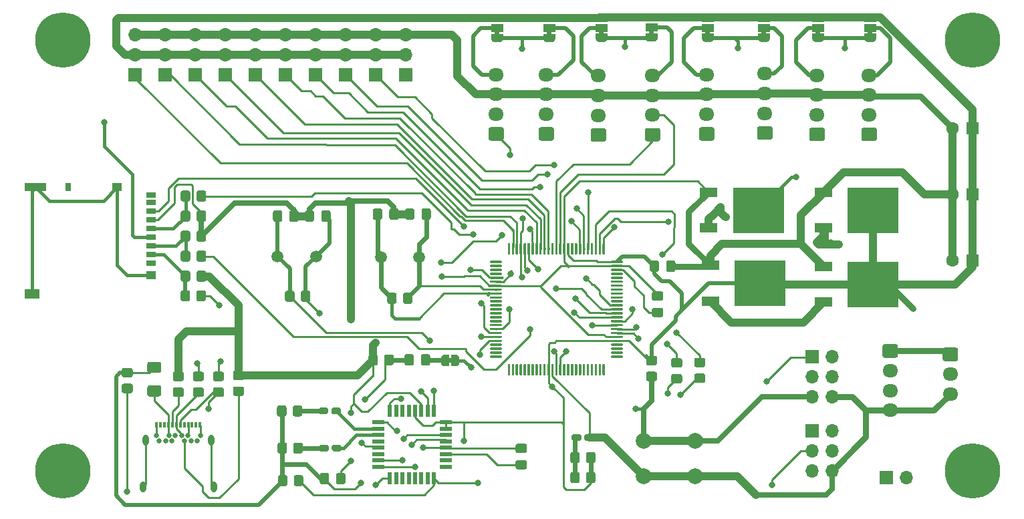
<source format=gbr>
%TF.GenerationSoftware,KiCad,Pcbnew,(5.1.9)-1*%
%TF.CreationDate,2021-03-02T01:46:48-05:00*%
%TF.ProjectId,sailboatController,7361696c-626f-4617-9443-6f6e74726f6c,rev?*%
%TF.SameCoordinates,Original*%
%TF.FileFunction,Copper,L1,Top*%
%TF.FilePolarity,Positive*%
%FSLAX46Y46*%
G04 Gerber Fmt 4.6, Leading zero omitted, Abs format (unit mm)*
G04 Created by KiCad (PCBNEW (5.1.9)-1) date 2021-03-02 01:46:48*
%MOMM*%
%LPD*%
G01*
G04 APERTURE LIST*
%TA.AperFunction,EtchedComponent*%
%ADD10C,0.100000*%
%TD*%
%TA.AperFunction,ComponentPad*%
%ADD11O,1.700000X1.700000*%
%TD*%
%TA.AperFunction,ComponentPad*%
%ADD12R,1.700000X1.700000*%
%TD*%
%TA.AperFunction,SMDPad,CuDef*%
%ADD13C,0.100000*%
%TD*%
%TA.AperFunction,SMDPad,CuDef*%
%ADD14R,1.500000X1.000000*%
%TD*%
%TA.AperFunction,ComponentPad*%
%ADD15C,1.600000*%
%TD*%
%TA.AperFunction,ComponentPad*%
%ADD16R,1.600000X1.600000*%
%TD*%
%TA.AperFunction,ComponentPad*%
%ADD17C,0.800000*%
%TD*%
%TA.AperFunction,ComponentPad*%
%ADD18C,7.000000*%
%TD*%
%TA.AperFunction,ComponentPad*%
%ADD19O,1.950000X1.700000*%
%TD*%
%TA.AperFunction,ComponentPad*%
%ADD20C,2.000000*%
%TD*%
%TA.AperFunction,SMDPad,CuDef*%
%ADD21R,6.400000X5.800000*%
%TD*%
%TA.AperFunction,SMDPad,CuDef*%
%ADD22R,2.200000X1.200000*%
%TD*%
%TA.AperFunction,SMDPad,CuDef*%
%ADD23R,0.550000X1.600000*%
%TD*%
%TA.AperFunction,SMDPad,CuDef*%
%ADD24R,1.600000X0.550000*%
%TD*%
%TA.AperFunction,SMDPad,CuDef*%
%ADD25R,1.900000X1.300000*%
%TD*%
%TA.AperFunction,SMDPad,CuDef*%
%ADD26R,2.800000X1.000000*%
%TD*%
%TA.AperFunction,SMDPad,CuDef*%
%ADD27R,0.800000X1.000000*%
%TD*%
%TA.AperFunction,SMDPad,CuDef*%
%ADD28R,1.200000X1.000000*%
%TD*%
%TA.AperFunction,SMDPad,CuDef*%
%ADD29R,1.200000X0.700000*%
%TD*%
%TA.AperFunction,ComponentPad*%
%ADD30C,0.650000*%
%TD*%
%TA.AperFunction,ComponentPad*%
%ADD31O,0.800000X1.400000*%
%TD*%
%TA.AperFunction,SMDPad,CuDef*%
%ADD32R,0.300000X0.700000*%
%TD*%
%TA.AperFunction,ComponentPad*%
%ADD33C,1.500000*%
%TD*%
%TA.AperFunction,ViaPad*%
%ADD34C,0.800000*%
%TD*%
%TA.AperFunction,Conductor*%
%ADD35C,0.800000*%
%TD*%
%TA.AperFunction,Conductor*%
%ADD36C,1.000000*%
%TD*%
%TA.AperFunction,Conductor*%
%ADD37C,0.700000*%
%TD*%
%TA.AperFunction,Conductor*%
%ADD38C,0.400000*%
%TD*%
%TA.AperFunction,Conductor*%
%ADD39C,0.250000*%
%TD*%
%TA.AperFunction,Conductor*%
%ADD40C,0.500000*%
%TD*%
%TA.AperFunction,Conductor*%
%ADD41C,0.600000*%
%TD*%
%TA.AperFunction,Conductor*%
%ADD42C,0.300000*%
%TD*%
G04 APERTURE END LIST*
D10*
%TO.C,JP9*%
G36*
X69296000Y6944000D02*
G01*
X69296000Y7444000D01*
X69896000Y7444000D01*
X69896000Y6944000D01*
X69296000Y6944000D01*
G37*
%TO.C,JP8*%
G36*
X82250000Y7004000D02*
G01*
X82250000Y7504000D01*
X82850000Y7504000D01*
X82850000Y7004000D01*
X82250000Y7004000D01*
G37*
%TO.C,JP7*%
G36*
X109936000Y6974000D02*
G01*
X109936000Y7474000D01*
X110536000Y7474000D01*
X110536000Y6974000D01*
X109936000Y6974000D01*
G37*
%TO.C,JP6*%
G36*
X103332000Y6974000D02*
G01*
X103332000Y7474000D01*
X103932000Y7474000D01*
X103932000Y6974000D01*
X103332000Y6974000D01*
G37*
%TO.C,JP5*%
G36*
X62692000Y6944000D02*
G01*
X62692000Y7444000D01*
X63292000Y7444000D01*
X63292000Y6944000D01*
X62692000Y6944000D01*
G37*
%TO.C,JP4*%
G36*
X75900000Y6974000D02*
G01*
X75900000Y7474000D01*
X76500000Y7474000D01*
X76500000Y6974000D01*
X75900000Y6974000D01*
G37*
%TO.C,JP3*%
G36*
X96474000Y6974000D02*
G01*
X96474000Y7474000D01*
X97074000Y7474000D01*
X97074000Y6974000D01*
X96474000Y6974000D01*
G37*
%TO.C,JP2*%
G36*
X89362000Y6974000D02*
G01*
X89362000Y7474000D01*
X89962000Y7474000D01*
X89962000Y6974000D01*
X89362000Y6974000D01*
G37*
%TO.C,JP1*%
G36*
X56788000Y-34590000D02*
G01*
X57288000Y-34590000D01*
X57288000Y-33990000D01*
X56788000Y-33990000D01*
X56788000Y-34590000D01*
G37*
%TD*%
D11*
%TO.P,J5,2*%
%TO.N,Net-(2s_battery_pin1-Pad1)*%
X114808000Y-49149000D03*
D12*
%TO.P,J5,1*%
%TO.N,Net-(J5-Pad1)*%
X112268000Y-49149000D03*
%TD*%
%TO.P,C12,2*%
%TO.N,GND*%
%TA.AperFunction,SMDPad,CuDef*%
G36*
G01*
X83787000Y-26728000D02*
X82837000Y-26728000D01*
G75*
G02*
X82587000Y-26478000I0J250000D01*
G01*
X82587000Y-25803000D01*
G75*
G02*
X82837000Y-25553000I250000J0D01*
G01*
X83787000Y-25553000D01*
G75*
G02*
X84037000Y-25803000I0J-250000D01*
G01*
X84037000Y-26478000D01*
G75*
G02*
X83787000Y-26728000I-250000J0D01*
G01*
G37*
%TD.AperFunction*%
%TO.P,C12,1*%
%TO.N,Net-(C12-Pad1)*%
%TA.AperFunction,SMDPad,CuDef*%
G36*
G01*
X83787000Y-28803000D02*
X82837000Y-28803000D01*
G75*
G02*
X82587000Y-28553000I0J250000D01*
G01*
X82587000Y-27878000D01*
G75*
G02*
X82837000Y-27628000I250000J0D01*
G01*
X83787000Y-27628000D01*
G75*
G02*
X84037000Y-27878000I0J-250000D01*
G01*
X84037000Y-28553000D01*
G75*
G02*
X83787000Y-28803000I-250000J0D01*
G01*
G37*
%TD.AperFunction*%
%TD*%
%TA.AperFunction,SMDPad,CuDef*%
D13*
%TO.P,JP9,1*%
%TO.N,+3V3*%
G36*
X70346000Y7094000D02*
G01*
X70346000Y6544000D01*
X70345398Y6544000D01*
X70345398Y6519466D01*
X70340588Y6470635D01*
X70331016Y6422510D01*
X70316772Y6375555D01*
X70297995Y6330222D01*
X70274864Y6286949D01*
X70247604Y6246150D01*
X70216476Y6208221D01*
X70181779Y6173524D01*
X70143850Y6142396D01*
X70103051Y6115136D01*
X70059778Y6092005D01*
X70014445Y6073228D01*
X69967490Y6058984D01*
X69919365Y6049412D01*
X69870534Y6044602D01*
X69846000Y6044602D01*
X69846000Y6044000D01*
X69346000Y6044000D01*
X69346000Y6044602D01*
X69321466Y6044602D01*
X69272635Y6049412D01*
X69224510Y6058984D01*
X69177555Y6073228D01*
X69132222Y6092005D01*
X69088949Y6115136D01*
X69048150Y6142396D01*
X69010221Y6173524D01*
X68975524Y6208221D01*
X68944396Y6246150D01*
X68917136Y6286949D01*
X68894005Y6330222D01*
X68875228Y6375555D01*
X68860984Y6422510D01*
X68851412Y6470635D01*
X68846602Y6519466D01*
X68846602Y6544000D01*
X68846000Y6544000D01*
X68846000Y7094000D01*
X70346000Y7094000D01*
G37*
%TD.AperFunction*%
D14*
%TO.P,JP9,2*%
%TO.N,Net-(BNO55-Pad4)*%
X69596000Y7844000D03*
%TA.AperFunction,SMDPad,CuDef*%
D13*
%TO.P,JP9,3*%
%TO.N,USB_VIN*%
G36*
X68846602Y9144000D02*
G01*
X68846602Y9168534D01*
X68851412Y9217365D01*
X68860984Y9265490D01*
X68875228Y9312445D01*
X68894005Y9357778D01*
X68917136Y9401051D01*
X68944396Y9441850D01*
X68975524Y9479779D01*
X69010221Y9514476D01*
X69048150Y9545604D01*
X69088949Y9572864D01*
X69132222Y9595995D01*
X69177555Y9614772D01*
X69224510Y9629016D01*
X69272635Y9638588D01*
X69321466Y9643398D01*
X69346000Y9643398D01*
X69346000Y9644000D01*
X69846000Y9644000D01*
X69846000Y9643398D01*
X69870534Y9643398D01*
X69919365Y9638588D01*
X69967490Y9629016D01*
X70014445Y9614772D01*
X70059778Y9595995D01*
X70103051Y9572864D01*
X70143850Y9545604D01*
X70181779Y9514476D01*
X70216476Y9479779D01*
X70247604Y9441850D01*
X70274864Y9401051D01*
X70297995Y9357778D01*
X70316772Y9312445D01*
X70331016Y9265490D01*
X70340588Y9217365D01*
X70345398Y9168534D01*
X70345398Y9144000D01*
X70346000Y9144000D01*
X70346000Y8594000D01*
X68846000Y8594000D01*
X68846000Y9144000D01*
X68846602Y9144000D01*
G37*
%TD.AperFunction*%
%TD*%
%TA.AperFunction,SMDPad,CuDef*%
%TO.P,JP8,1*%
%TO.N,+3V3*%
G36*
X83300000Y7154000D02*
G01*
X83300000Y6604000D01*
X83299398Y6604000D01*
X83299398Y6579466D01*
X83294588Y6530635D01*
X83285016Y6482510D01*
X83270772Y6435555D01*
X83251995Y6390222D01*
X83228864Y6346949D01*
X83201604Y6306150D01*
X83170476Y6268221D01*
X83135779Y6233524D01*
X83097850Y6202396D01*
X83057051Y6175136D01*
X83013778Y6152005D01*
X82968445Y6133228D01*
X82921490Y6118984D01*
X82873365Y6109412D01*
X82824534Y6104602D01*
X82800000Y6104602D01*
X82800000Y6104000D01*
X82300000Y6104000D01*
X82300000Y6104602D01*
X82275466Y6104602D01*
X82226635Y6109412D01*
X82178510Y6118984D01*
X82131555Y6133228D01*
X82086222Y6152005D01*
X82042949Y6175136D01*
X82002150Y6202396D01*
X81964221Y6233524D01*
X81929524Y6268221D01*
X81898396Y6306150D01*
X81871136Y6346949D01*
X81848005Y6390222D01*
X81829228Y6435555D01*
X81814984Y6482510D01*
X81805412Y6530635D01*
X81800602Y6579466D01*
X81800602Y6604000D01*
X81800000Y6604000D01*
X81800000Y7154000D01*
X83300000Y7154000D01*
G37*
%TD.AperFunction*%
D14*
%TO.P,JP8,2*%
%TO.N,Net-(JP8-Pad2)*%
X82550000Y7904000D03*
%TA.AperFunction,SMDPad,CuDef*%
D13*
%TO.P,JP8,3*%
%TO.N,USB_VIN*%
G36*
X81800602Y9204000D02*
G01*
X81800602Y9228534D01*
X81805412Y9277365D01*
X81814984Y9325490D01*
X81829228Y9372445D01*
X81848005Y9417778D01*
X81871136Y9461051D01*
X81898396Y9501850D01*
X81929524Y9539779D01*
X81964221Y9574476D01*
X82002150Y9605604D01*
X82042949Y9632864D01*
X82086222Y9655995D01*
X82131555Y9674772D01*
X82178510Y9689016D01*
X82226635Y9698588D01*
X82275466Y9703398D01*
X82300000Y9703398D01*
X82300000Y9704000D01*
X82800000Y9704000D01*
X82800000Y9703398D01*
X82824534Y9703398D01*
X82873365Y9698588D01*
X82921490Y9689016D01*
X82968445Y9674772D01*
X83013778Y9655995D01*
X83057051Y9632864D01*
X83097850Y9605604D01*
X83135779Y9574476D01*
X83170476Y9539779D01*
X83201604Y9501850D01*
X83228864Y9461051D01*
X83251995Y9417778D01*
X83270772Y9372445D01*
X83285016Y9325490D01*
X83294588Y9277365D01*
X83299398Y9228534D01*
X83299398Y9204000D01*
X83300000Y9204000D01*
X83300000Y8654000D01*
X81800000Y8654000D01*
X81800000Y9204000D01*
X81800602Y9204000D01*
G37*
%TD.AperFunction*%
%TD*%
%TA.AperFunction,SMDPad,CuDef*%
%TO.P,JP7,1*%
%TO.N,+3V3*%
G36*
X110986000Y7124000D02*
G01*
X110986000Y6574000D01*
X110985398Y6574000D01*
X110985398Y6549466D01*
X110980588Y6500635D01*
X110971016Y6452510D01*
X110956772Y6405555D01*
X110937995Y6360222D01*
X110914864Y6316949D01*
X110887604Y6276150D01*
X110856476Y6238221D01*
X110821779Y6203524D01*
X110783850Y6172396D01*
X110743051Y6145136D01*
X110699778Y6122005D01*
X110654445Y6103228D01*
X110607490Y6088984D01*
X110559365Y6079412D01*
X110510534Y6074602D01*
X110486000Y6074602D01*
X110486000Y6074000D01*
X109986000Y6074000D01*
X109986000Y6074602D01*
X109961466Y6074602D01*
X109912635Y6079412D01*
X109864510Y6088984D01*
X109817555Y6103228D01*
X109772222Y6122005D01*
X109728949Y6145136D01*
X109688150Y6172396D01*
X109650221Y6203524D01*
X109615524Y6238221D01*
X109584396Y6276150D01*
X109557136Y6316949D01*
X109534005Y6360222D01*
X109515228Y6405555D01*
X109500984Y6452510D01*
X109491412Y6500635D01*
X109486602Y6549466D01*
X109486602Y6574000D01*
X109486000Y6574000D01*
X109486000Y7124000D01*
X110986000Y7124000D01*
G37*
%TD.AperFunction*%
D14*
%TO.P,JP7,2*%
%TO.N,Net-(Extra2-Pad4)*%
X110236000Y7874000D03*
%TA.AperFunction,SMDPad,CuDef*%
D13*
%TO.P,JP7,3*%
%TO.N,USB_VIN*%
G36*
X109486602Y9174000D02*
G01*
X109486602Y9198534D01*
X109491412Y9247365D01*
X109500984Y9295490D01*
X109515228Y9342445D01*
X109534005Y9387778D01*
X109557136Y9431051D01*
X109584396Y9471850D01*
X109615524Y9509779D01*
X109650221Y9544476D01*
X109688150Y9575604D01*
X109728949Y9602864D01*
X109772222Y9625995D01*
X109817555Y9644772D01*
X109864510Y9659016D01*
X109912635Y9668588D01*
X109961466Y9673398D01*
X109986000Y9673398D01*
X109986000Y9674000D01*
X110486000Y9674000D01*
X110486000Y9673398D01*
X110510534Y9673398D01*
X110559365Y9668588D01*
X110607490Y9659016D01*
X110654445Y9644772D01*
X110699778Y9625995D01*
X110743051Y9602864D01*
X110783850Y9575604D01*
X110821779Y9544476D01*
X110856476Y9509779D01*
X110887604Y9471850D01*
X110914864Y9431051D01*
X110937995Y9387778D01*
X110956772Y9342445D01*
X110971016Y9295490D01*
X110980588Y9247365D01*
X110985398Y9198534D01*
X110985398Y9174000D01*
X110986000Y9174000D01*
X110986000Y8624000D01*
X109486000Y8624000D01*
X109486000Y9174000D01*
X109486602Y9174000D01*
G37*
%TD.AperFunction*%
%TD*%
%TA.AperFunction,SMDPad,CuDef*%
%TO.P,JP6,1*%
%TO.N,+3V3*%
G36*
X104382000Y7124000D02*
G01*
X104382000Y6574000D01*
X104381398Y6574000D01*
X104381398Y6549466D01*
X104376588Y6500635D01*
X104367016Y6452510D01*
X104352772Y6405555D01*
X104333995Y6360222D01*
X104310864Y6316949D01*
X104283604Y6276150D01*
X104252476Y6238221D01*
X104217779Y6203524D01*
X104179850Y6172396D01*
X104139051Y6145136D01*
X104095778Y6122005D01*
X104050445Y6103228D01*
X104003490Y6088984D01*
X103955365Y6079412D01*
X103906534Y6074602D01*
X103882000Y6074602D01*
X103882000Y6074000D01*
X103382000Y6074000D01*
X103382000Y6074602D01*
X103357466Y6074602D01*
X103308635Y6079412D01*
X103260510Y6088984D01*
X103213555Y6103228D01*
X103168222Y6122005D01*
X103124949Y6145136D01*
X103084150Y6172396D01*
X103046221Y6203524D01*
X103011524Y6238221D01*
X102980396Y6276150D01*
X102953136Y6316949D01*
X102930005Y6360222D01*
X102911228Y6405555D01*
X102896984Y6452510D01*
X102887412Y6500635D01*
X102882602Y6549466D01*
X102882602Y6574000D01*
X102882000Y6574000D01*
X102882000Y7124000D01*
X104382000Y7124000D01*
G37*
%TD.AperFunction*%
D14*
%TO.P,JP6,2*%
%TO.N,Net-(Extra1-Pad4)*%
X103632000Y7874000D03*
%TA.AperFunction,SMDPad,CuDef*%
D13*
%TO.P,JP6,3*%
%TO.N,USB_VIN*%
G36*
X102882602Y9174000D02*
G01*
X102882602Y9198534D01*
X102887412Y9247365D01*
X102896984Y9295490D01*
X102911228Y9342445D01*
X102930005Y9387778D01*
X102953136Y9431051D01*
X102980396Y9471850D01*
X103011524Y9509779D01*
X103046221Y9544476D01*
X103084150Y9575604D01*
X103124949Y9602864D01*
X103168222Y9625995D01*
X103213555Y9644772D01*
X103260510Y9659016D01*
X103308635Y9668588D01*
X103357466Y9673398D01*
X103382000Y9673398D01*
X103382000Y9674000D01*
X103882000Y9674000D01*
X103882000Y9673398D01*
X103906534Y9673398D01*
X103955365Y9668588D01*
X104003490Y9659016D01*
X104050445Y9644772D01*
X104095778Y9625995D01*
X104139051Y9602864D01*
X104179850Y9575604D01*
X104217779Y9544476D01*
X104252476Y9509779D01*
X104283604Y9471850D01*
X104310864Y9431051D01*
X104333995Y9387778D01*
X104352772Y9342445D01*
X104367016Y9295490D01*
X104376588Y9247365D01*
X104381398Y9198534D01*
X104381398Y9174000D01*
X104382000Y9174000D01*
X104382000Y8624000D01*
X102882000Y8624000D01*
X102882000Y9174000D01*
X102882602Y9174000D01*
G37*
%TD.AperFunction*%
%TD*%
%TA.AperFunction,SMDPad,CuDef*%
%TO.P,JP5,1*%
%TO.N,+3V3*%
G36*
X63742000Y7094000D02*
G01*
X63742000Y6544000D01*
X63741398Y6544000D01*
X63741398Y6519466D01*
X63736588Y6470635D01*
X63727016Y6422510D01*
X63712772Y6375555D01*
X63693995Y6330222D01*
X63670864Y6286949D01*
X63643604Y6246150D01*
X63612476Y6208221D01*
X63577779Y6173524D01*
X63539850Y6142396D01*
X63499051Y6115136D01*
X63455778Y6092005D01*
X63410445Y6073228D01*
X63363490Y6058984D01*
X63315365Y6049412D01*
X63266534Y6044602D01*
X63242000Y6044602D01*
X63242000Y6044000D01*
X62742000Y6044000D01*
X62742000Y6044602D01*
X62717466Y6044602D01*
X62668635Y6049412D01*
X62620510Y6058984D01*
X62573555Y6073228D01*
X62528222Y6092005D01*
X62484949Y6115136D01*
X62444150Y6142396D01*
X62406221Y6173524D01*
X62371524Y6208221D01*
X62340396Y6246150D01*
X62313136Y6286949D01*
X62290005Y6330222D01*
X62271228Y6375555D01*
X62256984Y6422510D01*
X62247412Y6470635D01*
X62242602Y6519466D01*
X62242602Y6544000D01*
X62242000Y6544000D01*
X62242000Y7094000D01*
X63742000Y7094000D01*
G37*
%TD.AperFunction*%
D14*
%TO.P,JP5,2*%
%TO.N,Net-(GPS1-Pad4)*%
X62992000Y7844000D03*
%TA.AperFunction,SMDPad,CuDef*%
D13*
%TO.P,JP5,3*%
%TO.N,USB_VIN*%
G36*
X62242602Y9144000D02*
G01*
X62242602Y9168534D01*
X62247412Y9217365D01*
X62256984Y9265490D01*
X62271228Y9312445D01*
X62290005Y9357778D01*
X62313136Y9401051D01*
X62340396Y9441850D01*
X62371524Y9479779D01*
X62406221Y9514476D01*
X62444150Y9545604D01*
X62484949Y9572864D01*
X62528222Y9595995D01*
X62573555Y9614772D01*
X62620510Y9629016D01*
X62668635Y9638588D01*
X62717466Y9643398D01*
X62742000Y9643398D01*
X62742000Y9644000D01*
X63242000Y9644000D01*
X63242000Y9643398D01*
X63266534Y9643398D01*
X63315365Y9638588D01*
X63363490Y9629016D01*
X63410445Y9614772D01*
X63455778Y9595995D01*
X63499051Y9572864D01*
X63539850Y9545604D01*
X63577779Y9514476D01*
X63612476Y9479779D01*
X63643604Y9441850D01*
X63670864Y9401051D01*
X63693995Y9357778D01*
X63712772Y9312445D01*
X63727016Y9265490D01*
X63736588Y9217365D01*
X63741398Y9168534D01*
X63741398Y9144000D01*
X63742000Y9144000D01*
X63742000Y8594000D01*
X62242000Y8594000D01*
X62242000Y9144000D01*
X62242602Y9144000D01*
G37*
%TD.AperFunction*%
%TD*%
D15*
%TO.P,Cb3,2*%
%TO.N,GND*%
X120690000Y-21590000D03*
D16*
%TO.P,Cb3,1*%
%TO.N,USB_VIN*%
X123190000Y-21590000D03*
%TD*%
D15*
%TO.P,Cb2,2*%
%TO.N,GND*%
X120690000Y-13208000D03*
D16*
%TO.P,Cb2,1*%
%TO.N,USB_VIN*%
X123190000Y-13208000D03*
%TD*%
D15*
%TO.P,Cb1,2*%
%TO.N,GND*%
X120690000Y-4826000D03*
D16*
%TO.P,Cb1,1*%
%TO.N,USB_VIN*%
X123190000Y-4826000D03*
%TD*%
D17*
%TO.P,H4,1*%
%TO.N,N/C*%
X125046155Y8206155D03*
X123190000Y8975000D03*
X121333845Y8206155D03*
X120565000Y6350000D03*
X121333845Y4493845D03*
X123190000Y3725000D03*
X125046155Y4493845D03*
X125815000Y6350000D03*
D18*
X123190000Y6350000D03*
%TD*%
D17*
%TO.P,H3,1*%
%TO.N,N/C*%
X9857155Y8206155D03*
X8001000Y8975000D03*
X6144845Y8206155D03*
X5376000Y6350000D03*
X6144845Y4493845D03*
X8001000Y3725000D03*
X9857155Y4493845D03*
X10626000Y6350000D03*
D18*
X8001000Y6350000D03*
%TD*%
D17*
%TO.P,H2,1*%
%TO.N,N/C*%
X9857155Y-46403845D03*
X8001000Y-45635000D03*
X6144845Y-46403845D03*
X5376000Y-48260000D03*
X6144845Y-50116155D03*
X8001000Y-50885000D03*
X9857155Y-50116155D03*
X10626000Y-48260000D03*
D18*
X8001000Y-48260000D03*
%TD*%
D17*
%TO.P,H1,1*%
%TO.N,N/C*%
X125046155Y-46403845D03*
X123190000Y-45635000D03*
X121333845Y-46403845D03*
X120565000Y-48260000D03*
X121333845Y-50116155D03*
X123190000Y-50885000D03*
X125046155Y-50116155D03*
X125815000Y-48260000D03*
D18*
X123190000Y-48260000D03*
%TD*%
D19*
%TO.P,Windvane1,4*%
%TO.N,Net-(JP2-Pad2)*%
X89535000Y1912000D03*
%TO.P,Windvane1,3*%
%TO.N,GND*%
X89535000Y-588000D03*
%TO.P,Windvane1,2*%
%TO.N,Int0_B*%
X89535000Y-3088000D03*
%TO.P,Windvane1,1*%
%TO.N,Int0_A*%
%TA.AperFunction,ComponentPad*%
G36*
G01*
X90260000Y-6438000D02*
X88810000Y-6438000D01*
G75*
G02*
X88560000Y-6188000I0J250000D01*
G01*
X88560000Y-4988000D01*
G75*
G02*
X88810000Y-4738000I250000J0D01*
G01*
X90260000Y-4738000D01*
G75*
G02*
X90510000Y-4988000I0J-250000D01*
G01*
X90510000Y-6188000D01*
G75*
G02*
X90260000Y-6438000I-250000J0D01*
G01*
G37*
%TD.AperFunction*%
%TD*%
%TO.P,Transceiver1,4*%
%TO.N,Net-(JP8-Pad2)*%
X82677000Y1825000D03*
%TO.P,Transceiver1,3*%
%TO.N,GND*%
X82677000Y-675000D03*
%TO.P,Transceiver1,2*%
%TO.N,wireless_tx*%
X82677000Y-3175000D03*
%TO.P,Transceiver1,1*%
%TO.N,wireless_rx*%
%TA.AperFunction,ComponentPad*%
G36*
G01*
X83402000Y-6525000D02*
X81952000Y-6525000D01*
G75*
G02*
X81702000Y-6275000I0J250000D01*
G01*
X81702000Y-5075000D01*
G75*
G02*
X81952000Y-4825000I250000J0D01*
G01*
X83402000Y-4825000D01*
G75*
G02*
X83652000Y-5075000I0J-250000D01*
G01*
X83652000Y-6275000D01*
G75*
G02*
X83402000Y-6525000I-250000J0D01*
G01*
G37*
%TD.AperFunction*%
%TD*%
%TO.P,GPS1,4*%
%TO.N,Net-(GPS1-Pad4)*%
X62865000Y1912000D03*
%TO.P,GPS1,3*%
%TO.N,GND*%
X62865000Y-588000D03*
%TO.P,GPS1,2*%
%TO.N,GPStx*%
X62865000Y-3088000D03*
%TO.P,GPS1,1*%
%TO.N,GPSrx*%
%TA.AperFunction,ComponentPad*%
G36*
G01*
X63590000Y-6438000D02*
X62140000Y-6438000D01*
G75*
G02*
X61890000Y-6188000I0J250000D01*
G01*
X61890000Y-4988000D01*
G75*
G02*
X62140000Y-4738000I250000J0D01*
G01*
X63590000Y-4738000D01*
G75*
G02*
X63840000Y-4988000I0J-250000D01*
G01*
X63840000Y-6188000D01*
G75*
G02*
X63590000Y-6438000I-250000J0D01*
G01*
G37*
%TD.AperFunction*%
%TD*%
%TO.P,extraSerial1,4*%
%TO.N,Net-(JP4-Pad2)*%
X75819000Y1785000D03*
%TO.P,extraSerial1,3*%
%TO.N,GND*%
X75819000Y-715000D03*
%TO.P,extraSerial1,2*%
%TO.N,extraTX*%
X75819000Y-3215000D03*
%TO.P,extraSerial1,1*%
%TO.N,extraRX*%
%TA.AperFunction,ComponentPad*%
G36*
G01*
X76544000Y-6565000D02*
X75094000Y-6565000D01*
G75*
G02*
X74844000Y-6315000I0J250000D01*
G01*
X74844000Y-5115000D01*
G75*
G02*
X75094000Y-4865000I250000J0D01*
G01*
X76544000Y-4865000D01*
G75*
G02*
X76794000Y-5115000I0J-250000D01*
G01*
X76794000Y-6315000D01*
G75*
G02*
X76544000Y-6565000I-250000J0D01*
G01*
G37*
%TD.AperFunction*%
%TD*%
%TO.P,Extra2,4*%
%TO.N,Net-(Extra2-Pad4)*%
X110109000Y1865000D03*
%TO.P,Extra2,3*%
%TO.N,GND*%
X110109000Y-635000D03*
%TO.P,Extra2,2*%
%TO.N,Int3_B*%
X110109000Y-3135000D03*
%TO.P,Extra2,1*%
%TO.N,Int3_A*%
%TA.AperFunction,ComponentPad*%
G36*
G01*
X110834000Y-6485000D02*
X109384000Y-6485000D01*
G75*
G02*
X109134000Y-6235000I0J250000D01*
G01*
X109134000Y-5035000D01*
G75*
G02*
X109384000Y-4785000I250000J0D01*
G01*
X110834000Y-4785000D01*
G75*
G02*
X111084000Y-5035000I0J-250000D01*
G01*
X111084000Y-6235000D01*
G75*
G02*
X110834000Y-6485000I-250000J0D01*
G01*
G37*
%TD.AperFunction*%
%TD*%
%TO.P,Extra1,4*%
%TO.N,Net-(Extra1-Pad4)*%
X103505000Y1865000D03*
%TO.P,Extra1,3*%
%TO.N,GND*%
X103505000Y-635000D03*
%TO.P,Extra1,2*%
%TO.N,Int2_B*%
X103505000Y-3135000D03*
%TO.P,Extra1,1*%
%TO.N,Int2_A*%
%TA.AperFunction,ComponentPad*%
G36*
G01*
X104230000Y-6485000D02*
X102780000Y-6485000D01*
G75*
G02*
X102530000Y-6235000I0J250000D01*
G01*
X102530000Y-5035000D01*
G75*
G02*
X102780000Y-4785000I250000J0D01*
G01*
X104230000Y-4785000D01*
G75*
G02*
X104480000Y-5035000I0J-250000D01*
G01*
X104480000Y-6235000D01*
G75*
G02*
X104230000Y-6485000I-250000J0D01*
G01*
G37*
%TD.AperFunction*%
%TD*%
%TO.P,BNO55,4*%
%TO.N,Net-(BNO55-Pad4)*%
X69215000Y1912000D03*
%TO.P,BNO55,3*%
%TO.N,GND*%
X69215000Y-588000D03*
%TO.P,BNO55,2*%
%TO.N,2560_SDA*%
X69215000Y-3088000D03*
%TO.P,BNO55,1*%
%TO.N,2560_SCL*%
%TA.AperFunction,ComponentPad*%
G36*
G01*
X69940000Y-6438000D02*
X68490000Y-6438000D01*
G75*
G02*
X68240000Y-6188000I0J250000D01*
G01*
X68240000Y-4988000D01*
G75*
G02*
X68490000Y-4738000I250000J0D01*
G01*
X69940000Y-4738000D01*
G75*
G02*
X70190000Y-4988000I0J-250000D01*
G01*
X70190000Y-6188000D01*
G75*
G02*
X69940000Y-6438000I-250000J0D01*
G01*
G37*
%TD.AperFunction*%
%TD*%
%TO.P,Anemometer1,4*%
%TO.N,Net-(Anemometer1-Pad4)*%
X96901000Y2039000D03*
%TO.P,Anemometer1,3*%
%TO.N,GND*%
X96901000Y-461000D03*
%TO.P,Anemometer1,2*%
%TO.N,Int1_B*%
X96901000Y-2961000D03*
%TO.P,Anemometer1,1*%
%TO.N,Int1_A*%
%TA.AperFunction,ComponentPad*%
G36*
G01*
X97626000Y-6311000D02*
X96176000Y-6311000D01*
G75*
G02*
X95926000Y-6061000I0J250000D01*
G01*
X95926000Y-4861000D01*
G75*
G02*
X96176000Y-4611000I250000J0D01*
G01*
X97626000Y-4611000D01*
G75*
G02*
X97876000Y-4861000I0J-250000D01*
G01*
X97876000Y-6061000D01*
G75*
G02*
X97626000Y-6311000I-250000J0D01*
G01*
G37*
%TD.AperFunction*%
%TD*%
%TO.P,3S_battery_pin1,4*%
%TO.N,GND*%
X112776000Y-40600000D03*
%TO.P,3S_battery_pin1,3*%
%TO.N,N/C*%
X112776000Y-38100000D03*
%TO.P,3S_battery_pin1,2*%
X112776000Y-35600000D03*
%TO.P,3S_battery_pin1,1*%
%TO.N,Net-(2s_battery_pin1-Pad1)*%
%TA.AperFunction,ComponentPad*%
G36*
G01*
X112051000Y-32250000D02*
X113501000Y-32250000D01*
G75*
G02*
X113751000Y-32500000I0J-250000D01*
G01*
X113751000Y-33700000D01*
G75*
G02*
X113501000Y-33950000I-250000J0D01*
G01*
X112051000Y-33950000D01*
G75*
G02*
X111801000Y-33700000I0J250000D01*
G01*
X111801000Y-32500000D01*
G75*
G02*
X112051000Y-32250000I250000J0D01*
G01*
G37*
%TD.AperFunction*%
%TD*%
%TO.P,2s_battery_pin1,3*%
%TO.N,GND*%
X120396000Y-38528000D03*
%TO.P,2s_battery_pin1,2*%
%TO.N,N/C*%
X120396000Y-36028000D03*
%TO.P,2s_battery_pin1,1*%
%TO.N,Net-(2s_battery_pin1-Pad1)*%
%TA.AperFunction,ComponentPad*%
G36*
G01*
X119671000Y-32678000D02*
X121121000Y-32678000D01*
G75*
G02*
X121371000Y-32928000I0J-250000D01*
G01*
X121371000Y-34128000D01*
G75*
G02*
X121121000Y-34378000I-250000J0D01*
G01*
X119671000Y-34378000D01*
G75*
G02*
X119421000Y-34128000I0J250000D01*
G01*
X119421000Y-32928000D01*
G75*
G02*
X119671000Y-32678000I250000J0D01*
G01*
G37*
%TD.AperFunction*%
%TD*%
%TO.P,C3,1*%
%TO.N,Net-(C3-Pad1)*%
%TA.AperFunction,SMDPad,CuDef*%
G36*
G01*
X66515000Y-48107000D02*
X65565000Y-48107000D01*
G75*
G02*
X65315000Y-47857000I0J250000D01*
G01*
X65315000Y-47182000D01*
G75*
G02*
X65565000Y-46932000I250000J0D01*
G01*
X66515000Y-46932000D01*
G75*
G02*
X66765000Y-47182000I0J-250000D01*
G01*
X66765000Y-47857000D01*
G75*
G02*
X66515000Y-48107000I-250000J0D01*
G01*
G37*
%TD.AperFunction*%
%TO.P,C3,2*%
%TO.N,usb_ground*%
%TA.AperFunction,SMDPad,CuDef*%
G36*
G01*
X66515000Y-46032000D02*
X65565000Y-46032000D01*
G75*
G02*
X65315000Y-45782000I0J250000D01*
G01*
X65315000Y-45107000D01*
G75*
G02*
X65565000Y-44857000I250000J0D01*
G01*
X66515000Y-44857000D01*
G75*
G02*
X66765000Y-45107000I0J-250000D01*
G01*
X66765000Y-45782000D01*
G75*
G02*
X66515000Y-46032000I-250000J0D01*
G01*
G37*
%TD.AperFunction*%
%TD*%
D20*
%TO.P,SW1,1*%
%TO.N,2560_RESET*%
X88034000Y-44450000D03*
%TO.P,SW1,3*%
%TO.N,GND*%
X88034000Y-48950000D03*
%TO.P,SW1,2*%
%TO.N,2560_RESET*%
X81534000Y-44450000D03*
%TO.P,SW1,4*%
%TO.N,GND*%
X81534000Y-48950000D03*
%TD*%
D21*
%TO.P,U7,2*%
%TO.N,+3V3*%
X96080000Y-15239000D03*
D22*
%TO.P,U7,3*%
%TO.N,Net-(2s_battery_pin1-Pad1)*%
X89780000Y-17519000D03*
%TO.P,U7,1*%
%TO.N,GND*%
X89780000Y-12959000D03*
%TD*%
D21*
%TO.P,U6,2*%
%TO.N,USB_VIN*%
X96299000Y-24512000D03*
D22*
%TO.P,U6,3*%
%TO.N,Net-(J5-Pad1)*%
X89999000Y-26792000D03*
%TO.P,U6,1*%
%TO.N,GND*%
X89999000Y-22232000D03*
%TD*%
D21*
%TO.P,U5,2*%
%TO.N,USB_VIN*%
X110593000Y-15239000D03*
D22*
%TO.P,U5,3*%
%TO.N,Net-(J5-Pad1)*%
X104293000Y-17519000D03*
%TO.P,U5,1*%
%TO.N,GND*%
X104293000Y-12959000D03*
%TD*%
%TO.P,U4,100*%
%TO.N,USB_VIN*%
%TA.AperFunction,SMDPad,CuDef*%
G36*
G01*
X77485000Y-21663000D02*
X78810000Y-21663000D01*
G75*
G02*
X78885000Y-21738000I0J-75000D01*
G01*
X78885000Y-21888000D01*
G75*
G02*
X78810000Y-21963000I-75000J0D01*
G01*
X77485000Y-21963000D01*
G75*
G02*
X77410000Y-21888000I0J75000D01*
G01*
X77410000Y-21738000D01*
G75*
G02*
X77485000Y-21663000I75000J0D01*
G01*
G37*
%TD.AperFunction*%
%TO.P,U4,99*%
%TO.N,GND*%
%TA.AperFunction,SMDPad,CuDef*%
G36*
G01*
X77485000Y-22163000D02*
X78810000Y-22163000D01*
G75*
G02*
X78885000Y-22238000I0J-75000D01*
G01*
X78885000Y-22388000D01*
G75*
G02*
X78810000Y-22463000I-75000J0D01*
G01*
X77485000Y-22463000D01*
G75*
G02*
X77410000Y-22388000I0J75000D01*
G01*
X77410000Y-22238000D01*
G75*
G02*
X77485000Y-22163000I75000J0D01*
G01*
G37*
%TD.AperFunction*%
%TO.P,U4,98*%
%TO.N,Net-(C12-Pad1)*%
%TA.AperFunction,SMDPad,CuDef*%
G36*
G01*
X77485000Y-22663000D02*
X78810000Y-22663000D01*
G75*
G02*
X78885000Y-22738000I0J-75000D01*
G01*
X78885000Y-22888000D01*
G75*
G02*
X78810000Y-22963000I-75000J0D01*
G01*
X77485000Y-22963000D01*
G75*
G02*
X77410000Y-22888000I0J75000D01*
G01*
X77410000Y-22738000D01*
G75*
G02*
X77485000Y-22663000I75000J0D01*
G01*
G37*
%TD.AperFunction*%
%TO.P,U4,97*%
%TO.N,N/C*%
%TA.AperFunction,SMDPad,CuDef*%
G36*
G01*
X77485000Y-23163000D02*
X78810000Y-23163000D01*
G75*
G02*
X78885000Y-23238000I0J-75000D01*
G01*
X78885000Y-23388000D01*
G75*
G02*
X78810000Y-23463000I-75000J0D01*
G01*
X77485000Y-23463000D01*
G75*
G02*
X77410000Y-23388000I0J75000D01*
G01*
X77410000Y-23238000D01*
G75*
G02*
X77485000Y-23163000I75000J0D01*
G01*
G37*
%TD.AperFunction*%
%TO.P,U4,96*%
%TA.AperFunction,SMDPad,CuDef*%
G36*
G01*
X77485000Y-23663000D02*
X78810000Y-23663000D01*
G75*
G02*
X78885000Y-23738000I0J-75000D01*
G01*
X78885000Y-23888000D01*
G75*
G02*
X78810000Y-23963000I-75000J0D01*
G01*
X77485000Y-23963000D01*
G75*
G02*
X77410000Y-23888000I0J75000D01*
G01*
X77410000Y-23738000D01*
G75*
G02*
X77485000Y-23663000I75000J0D01*
G01*
G37*
%TD.AperFunction*%
%TO.P,U4,95*%
%TA.AperFunction,SMDPad,CuDef*%
G36*
G01*
X77485000Y-24163000D02*
X78810000Y-24163000D01*
G75*
G02*
X78885000Y-24238000I0J-75000D01*
G01*
X78885000Y-24388000D01*
G75*
G02*
X78810000Y-24463000I-75000J0D01*
G01*
X77485000Y-24463000D01*
G75*
G02*
X77410000Y-24388000I0J75000D01*
G01*
X77410000Y-24238000D01*
G75*
G02*
X77485000Y-24163000I75000J0D01*
G01*
G37*
%TD.AperFunction*%
%TO.P,U4,94*%
%TA.AperFunction,SMDPad,CuDef*%
G36*
G01*
X77485000Y-24663000D02*
X78810000Y-24663000D01*
G75*
G02*
X78885000Y-24738000I0J-75000D01*
G01*
X78885000Y-24888000D01*
G75*
G02*
X78810000Y-24963000I-75000J0D01*
G01*
X77485000Y-24963000D01*
G75*
G02*
X77410000Y-24888000I0J75000D01*
G01*
X77410000Y-24738000D01*
G75*
G02*
X77485000Y-24663000I75000J0D01*
G01*
G37*
%TD.AperFunction*%
%TO.P,U4,93*%
%TA.AperFunction,SMDPad,CuDef*%
G36*
G01*
X77485000Y-25163000D02*
X78810000Y-25163000D01*
G75*
G02*
X78885000Y-25238000I0J-75000D01*
G01*
X78885000Y-25388000D01*
G75*
G02*
X78810000Y-25463000I-75000J0D01*
G01*
X77485000Y-25463000D01*
G75*
G02*
X77410000Y-25388000I0J75000D01*
G01*
X77410000Y-25238000D01*
G75*
G02*
X77485000Y-25163000I75000J0D01*
G01*
G37*
%TD.AperFunction*%
%TO.P,U4,92*%
%TA.AperFunction,SMDPad,CuDef*%
G36*
G01*
X77485000Y-25663000D02*
X78810000Y-25663000D01*
G75*
G02*
X78885000Y-25738000I0J-75000D01*
G01*
X78885000Y-25888000D01*
G75*
G02*
X78810000Y-25963000I-75000J0D01*
G01*
X77485000Y-25963000D01*
G75*
G02*
X77410000Y-25888000I0J75000D01*
G01*
X77410000Y-25738000D01*
G75*
G02*
X77485000Y-25663000I75000J0D01*
G01*
G37*
%TD.AperFunction*%
%TO.P,U4,91*%
%TA.AperFunction,SMDPad,CuDef*%
G36*
G01*
X77485000Y-26163000D02*
X78810000Y-26163000D01*
G75*
G02*
X78885000Y-26238000I0J-75000D01*
G01*
X78885000Y-26388000D01*
G75*
G02*
X78810000Y-26463000I-75000J0D01*
G01*
X77485000Y-26463000D01*
G75*
G02*
X77410000Y-26388000I0J75000D01*
G01*
X77410000Y-26238000D01*
G75*
G02*
X77485000Y-26163000I75000J0D01*
G01*
G37*
%TD.AperFunction*%
%TO.P,U4,90*%
%TA.AperFunction,SMDPad,CuDef*%
G36*
G01*
X77485000Y-26663000D02*
X78810000Y-26663000D01*
G75*
G02*
X78885000Y-26738000I0J-75000D01*
G01*
X78885000Y-26888000D01*
G75*
G02*
X78810000Y-26963000I-75000J0D01*
G01*
X77485000Y-26963000D01*
G75*
G02*
X77410000Y-26888000I0J75000D01*
G01*
X77410000Y-26738000D01*
G75*
G02*
X77485000Y-26663000I75000J0D01*
G01*
G37*
%TD.AperFunction*%
%TO.P,U4,89*%
%TO.N,Int0_A*%
%TA.AperFunction,SMDPad,CuDef*%
G36*
G01*
X77485000Y-27163000D02*
X78810000Y-27163000D01*
G75*
G02*
X78885000Y-27238000I0J-75000D01*
G01*
X78885000Y-27388000D01*
G75*
G02*
X78810000Y-27463000I-75000J0D01*
G01*
X77485000Y-27463000D01*
G75*
G02*
X77410000Y-27388000I0J75000D01*
G01*
X77410000Y-27238000D01*
G75*
G02*
X77485000Y-27163000I75000J0D01*
G01*
G37*
%TD.AperFunction*%
%TO.P,U4,88*%
%TO.N,Int0_B*%
%TA.AperFunction,SMDPad,CuDef*%
G36*
G01*
X77485000Y-27663000D02*
X78810000Y-27663000D01*
G75*
G02*
X78885000Y-27738000I0J-75000D01*
G01*
X78885000Y-27888000D01*
G75*
G02*
X78810000Y-27963000I-75000J0D01*
G01*
X77485000Y-27963000D01*
G75*
G02*
X77410000Y-27888000I0J75000D01*
G01*
X77410000Y-27738000D01*
G75*
G02*
X77485000Y-27663000I75000J0D01*
G01*
G37*
%TD.AperFunction*%
%TO.P,U4,87*%
%TO.N,Int1_A*%
%TA.AperFunction,SMDPad,CuDef*%
G36*
G01*
X77485000Y-28163000D02*
X78810000Y-28163000D01*
G75*
G02*
X78885000Y-28238000I0J-75000D01*
G01*
X78885000Y-28388000D01*
G75*
G02*
X78810000Y-28463000I-75000J0D01*
G01*
X77485000Y-28463000D01*
G75*
G02*
X77410000Y-28388000I0J75000D01*
G01*
X77410000Y-28238000D01*
G75*
G02*
X77485000Y-28163000I75000J0D01*
G01*
G37*
%TD.AperFunction*%
%TO.P,U4,86*%
%TO.N,Int1_B*%
%TA.AperFunction,SMDPad,CuDef*%
G36*
G01*
X77485000Y-28663000D02*
X78810000Y-28663000D01*
G75*
G02*
X78885000Y-28738000I0J-75000D01*
G01*
X78885000Y-28888000D01*
G75*
G02*
X78810000Y-28963000I-75000J0D01*
G01*
X77485000Y-28963000D01*
G75*
G02*
X77410000Y-28888000I0J75000D01*
G01*
X77410000Y-28738000D01*
G75*
G02*
X77485000Y-28663000I75000J0D01*
G01*
G37*
%TD.AperFunction*%
%TO.P,U4,85*%
%TO.N,Int2_A*%
%TA.AperFunction,SMDPad,CuDef*%
G36*
G01*
X77485000Y-29163000D02*
X78810000Y-29163000D01*
G75*
G02*
X78885000Y-29238000I0J-75000D01*
G01*
X78885000Y-29388000D01*
G75*
G02*
X78810000Y-29463000I-75000J0D01*
G01*
X77485000Y-29463000D01*
G75*
G02*
X77410000Y-29388000I0J75000D01*
G01*
X77410000Y-29238000D01*
G75*
G02*
X77485000Y-29163000I75000J0D01*
G01*
G37*
%TD.AperFunction*%
%TO.P,U4,84*%
%TO.N,Int2_B*%
%TA.AperFunction,SMDPad,CuDef*%
G36*
G01*
X77485000Y-29663000D02*
X78810000Y-29663000D01*
G75*
G02*
X78885000Y-29738000I0J-75000D01*
G01*
X78885000Y-29888000D01*
G75*
G02*
X78810000Y-29963000I-75000J0D01*
G01*
X77485000Y-29963000D01*
G75*
G02*
X77410000Y-29888000I0J75000D01*
G01*
X77410000Y-29738000D01*
G75*
G02*
X77485000Y-29663000I75000J0D01*
G01*
G37*
%TD.AperFunction*%
%TO.P,U4,83*%
%TO.N,Int3_A*%
%TA.AperFunction,SMDPad,CuDef*%
G36*
G01*
X77485000Y-30163000D02*
X78810000Y-30163000D01*
G75*
G02*
X78885000Y-30238000I0J-75000D01*
G01*
X78885000Y-30388000D01*
G75*
G02*
X78810000Y-30463000I-75000J0D01*
G01*
X77485000Y-30463000D01*
G75*
G02*
X77410000Y-30388000I0J75000D01*
G01*
X77410000Y-30238000D01*
G75*
G02*
X77485000Y-30163000I75000J0D01*
G01*
G37*
%TD.AperFunction*%
%TO.P,U4,82*%
%TO.N,Int3_B*%
%TA.AperFunction,SMDPad,CuDef*%
G36*
G01*
X77485000Y-30663000D02*
X78810000Y-30663000D01*
G75*
G02*
X78885000Y-30738000I0J-75000D01*
G01*
X78885000Y-30888000D01*
G75*
G02*
X78810000Y-30963000I-75000J0D01*
G01*
X77485000Y-30963000D01*
G75*
G02*
X77410000Y-30888000I0J75000D01*
G01*
X77410000Y-30738000D01*
G75*
G02*
X77485000Y-30663000I75000J0D01*
G01*
G37*
%TD.AperFunction*%
%TO.P,U4,81*%
%TO.N,GND*%
%TA.AperFunction,SMDPad,CuDef*%
G36*
G01*
X77485000Y-31163000D02*
X78810000Y-31163000D01*
G75*
G02*
X78885000Y-31238000I0J-75000D01*
G01*
X78885000Y-31388000D01*
G75*
G02*
X78810000Y-31463000I-75000J0D01*
G01*
X77485000Y-31463000D01*
G75*
G02*
X77410000Y-31388000I0J75000D01*
G01*
X77410000Y-31238000D01*
G75*
G02*
X77485000Y-31163000I75000J0D01*
G01*
G37*
%TD.AperFunction*%
%TO.P,U4,80*%
%TO.N,USB_VIN*%
%TA.AperFunction,SMDPad,CuDef*%
G36*
G01*
X77485000Y-31663000D02*
X78810000Y-31663000D01*
G75*
G02*
X78885000Y-31738000I0J-75000D01*
G01*
X78885000Y-31888000D01*
G75*
G02*
X78810000Y-31963000I-75000J0D01*
G01*
X77485000Y-31963000D01*
G75*
G02*
X77410000Y-31888000I0J75000D01*
G01*
X77410000Y-31738000D01*
G75*
G02*
X77485000Y-31663000I75000J0D01*
G01*
G37*
%TD.AperFunction*%
%TO.P,U4,79*%
%TO.N,N/C*%
%TA.AperFunction,SMDPad,CuDef*%
G36*
G01*
X77485000Y-32163000D02*
X78810000Y-32163000D01*
G75*
G02*
X78885000Y-32238000I0J-75000D01*
G01*
X78885000Y-32388000D01*
G75*
G02*
X78810000Y-32463000I-75000J0D01*
G01*
X77485000Y-32463000D01*
G75*
G02*
X77410000Y-32388000I0J75000D01*
G01*
X77410000Y-32238000D01*
G75*
G02*
X77485000Y-32163000I75000J0D01*
G01*
G37*
%TD.AperFunction*%
%TO.P,U4,78*%
%TA.AperFunction,SMDPad,CuDef*%
G36*
G01*
X77485000Y-32663000D02*
X78810000Y-32663000D01*
G75*
G02*
X78885000Y-32738000I0J-75000D01*
G01*
X78885000Y-32888000D01*
G75*
G02*
X78810000Y-32963000I-75000J0D01*
G01*
X77485000Y-32963000D01*
G75*
G02*
X77410000Y-32888000I0J75000D01*
G01*
X77410000Y-32738000D01*
G75*
G02*
X77485000Y-32663000I75000J0D01*
G01*
G37*
%TD.AperFunction*%
%TO.P,U4,77*%
%TA.AperFunction,SMDPad,CuDef*%
G36*
G01*
X77485000Y-33163000D02*
X78810000Y-33163000D01*
G75*
G02*
X78885000Y-33238000I0J-75000D01*
G01*
X78885000Y-33388000D01*
G75*
G02*
X78810000Y-33463000I-75000J0D01*
G01*
X77485000Y-33463000D01*
G75*
G02*
X77410000Y-33388000I0J75000D01*
G01*
X77410000Y-33238000D01*
G75*
G02*
X77485000Y-33163000I75000J0D01*
G01*
G37*
%TD.AperFunction*%
%TO.P,U4,76*%
%TA.AperFunction,SMDPad,CuDef*%
G36*
G01*
X77485000Y-33663000D02*
X78810000Y-33663000D01*
G75*
G02*
X78885000Y-33738000I0J-75000D01*
G01*
X78885000Y-33888000D01*
G75*
G02*
X78810000Y-33963000I-75000J0D01*
G01*
X77485000Y-33963000D01*
G75*
G02*
X77410000Y-33888000I0J75000D01*
G01*
X77410000Y-33738000D01*
G75*
G02*
X77485000Y-33663000I75000J0D01*
G01*
G37*
%TD.AperFunction*%
%TO.P,U4,75*%
%TA.AperFunction,SMDPad,CuDef*%
G36*
G01*
X76410000Y-34738000D02*
X76560000Y-34738000D01*
G75*
G02*
X76635000Y-34813000I0J-75000D01*
G01*
X76635000Y-36138000D01*
G75*
G02*
X76560000Y-36213000I-75000J0D01*
G01*
X76410000Y-36213000D01*
G75*
G02*
X76335000Y-36138000I0J75000D01*
G01*
X76335000Y-34813000D01*
G75*
G02*
X76410000Y-34738000I75000J0D01*
G01*
G37*
%TD.AperFunction*%
%TO.P,U4,74*%
%TA.AperFunction,SMDPad,CuDef*%
G36*
G01*
X75910000Y-34738000D02*
X76060000Y-34738000D01*
G75*
G02*
X76135000Y-34813000I0J-75000D01*
G01*
X76135000Y-36138000D01*
G75*
G02*
X76060000Y-36213000I-75000J0D01*
G01*
X75910000Y-36213000D01*
G75*
G02*
X75835000Y-36138000I0J75000D01*
G01*
X75835000Y-34813000D01*
G75*
G02*
X75910000Y-34738000I75000J0D01*
G01*
G37*
%TD.AperFunction*%
%TO.P,U4,73*%
%TA.AperFunction,SMDPad,CuDef*%
G36*
G01*
X75410000Y-34738000D02*
X75560000Y-34738000D01*
G75*
G02*
X75635000Y-34813000I0J-75000D01*
G01*
X75635000Y-36138000D01*
G75*
G02*
X75560000Y-36213000I-75000J0D01*
G01*
X75410000Y-36213000D01*
G75*
G02*
X75335000Y-36138000I0J75000D01*
G01*
X75335000Y-34813000D01*
G75*
G02*
X75410000Y-34738000I75000J0D01*
G01*
G37*
%TD.AperFunction*%
%TO.P,U4,72*%
%TA.AperFunction,SMDPad,CuDef*%
G36*
G01*
X74910000Y-34738000D02*
X75060000Y-34738000D01*
G75*
G02*
X75135000Y-34813000I0J-75000D01*
G01*
X75135000Y-36138000D01*
G75*
G02*
X75060000Y-36213000I-75000J0D01*
G01*
X74910000Y-36213000D01*
G75*
G02*
X74835000Y-36138000I0J75000D01*
G01*
X74835000Y-34813000D01*
G75*
G02*
X74910000Y-34738000I75000J0D01*
G01*
G37*
%TD.AperFunction*%
%TO.P,U4,71*%
%TA.AperFunction,SMDPad,CuDef*%
G36*
G01*
X74410000Y-34738000D02*
X74560000Y-34738000D01*
G75*
G02*
X74635000Y-34813000I0J-75000D01*
G01*
X74635000Y-36138000D01*
G75*
G02*
X74560000Y-36213000I-75000J0D01*
G01*
X74410000Y-36213000D01*
G75*
G02*
X74335000Y-36138000I0J75000D01*
G01*
X74335000Y-34813000D01*
G75*
G02*
X74410000Y-34738000I75000J0D01*
G01*
G37*
%TD.AperFunction*%
%TO.P,U4,70*%
%TA.AperFunction,SMDPad,CuDef*%
G36*
G01*
X73910000Y-34738000D02*
X74060000Y-34738000D01*
G75*
G02*
X74135000Y-34813000I0J-75000D01*
G01*
X74135000Y-36138000D01*
G75*
G02*
X74060000Y-36213000I-75000J0D01*
G01*
X73910000Y-36213000D01*
G75*
G02*
X73835000Y-36138000I0J75000D01*
G01*
X73835000Y-34813000D01*
G75*
G02*
X73910000Y-34738000I75000J0D01*
G01*
G37*
%TD.AperFunction*%
%TO.P,U4,69*%
%TA.AperFunction,SMDPad,CuDef*%
G36*
G01*
X73410000Y-34738000D02*
X73560000Y-34738000D01*
G75*
G02*
X73635000Y-34813000I0J-75000D01*
G01*
X73635000Y-36138000D01*
G75*
G02*
X73560000Y-36213000I-75000J0D01*
G01*
X73410000Y-36213000D01*
G75*
G02*
X73335000Y-36138000I0J75000D01*
G01*
X73335000Y-34813000D01*
G75*
G02*
X73410000Y-34738000I75000J0D01*
G01*
G37*
%TD.AperFunction*%
%TO.P,U4,68*%
%TA.AperFunction,SMDPad,CuDef*%
G36*
G01*
X72910000Y-34738000D02*
X73060000Y-34738000D01*
G75*
G02*
X73135000Y-34813000I0J-75000D01*
G01*
X73135000Y-36138000D01*
G75*
G02*
X73060000Y-36213000I-75000J0D01*
G01*
X72910000Y-36213000D01*
G75*
G02*
X72835000Y-36138000I0J75000D01*
G01*
X72835000Y-34813000D01*
G75*
G02*
X72910000Y-34738000I75000J0D01*
G01*
G37*
%TD.AperFunction*%
%TO.P,U4,67*%
%TA.AperFunction,SMDPad,CuDef*%
G36*
G01*
X72410000Y-34738000D02*
X72560000Y-34738000D01*
G75*
G02*
X72635000Y-34813000I0J-75000D01*
G01*
X72635000Y-36138000D01*
G75*
G02*
X72560000Y-36213000I-75000J0D01*
G01*
X72410000Y-36213000D01*
G75*
G02*
X72335000Y-36138000I0J75000D01*
G01*
X72335000Y-34813000D01*
G75*
G02*
X72410000Y-34738000I75000J0D01*
G01*
G37*
%TD.AperFunction*%
%TO.P,U4,66*%
%TA.AperFunction,SMDPad,CuDef*%
G36*
G01*
X71910000Y-34738000D02*
X72060000Y-34738000D01*
G75*
G02*
X72135000Y-34813000I0J-75000D01*
G01*
X72135000Y-36138000D01*
G75*
G02*
X72060000Y-36213000I-75000J0D01*
G01*
X71910000Y-36213000D01*
G75*
G02*
X71835000Y-36138000I0J75000D01*
G01*
X71835000Y-34813000D01*
G75*
G02*
X71910000Y-34738000I75000J0D01*
G01*
G37*
%TD.AperFunction*%
%TO.P,U4,65*%
%TA.AperFunction,SMDPad,CuDef*%
G36*
G01*
X71410000Y-34738000D02*
X71560000Y-34738000D01*
G75*
G02*
X71635000Y-34813000I0J-75000D01*
G01*
X71635000Y-36138000D01*
G75*
G02*
X71560000Y-36213000I-75000J0D01*
G01*
X71410000Y-36213000D01*
G75*
G02*
X71335000Y-36138000I0J75000D01*
G01*
X71335000Y-34813000D01*
G75*
G02*
X71410000Y-34738000I75000J0D01*
G01*
G37*
%TD.AperFunction*%
%TO.P,U4,64*%
%TO.N,extraRX*%
%TA.AperFunction,SMDPad,CuDef*%
G36*
G01*
X70910000Y-34738000D02*
X71060000Y-34738000D01*
G75*
G02*
X71135000Y-34813000I0J-75000D01*
G01*
X71135000Y-36138000D01*
G75*
G02*
X71060000Y-36213000I-75000J0D01*
G01*
X70910000Y-36213000D01*
G75*
G02*
X70835000Y-36138000I0J75000D01*
G01*
X70835000Y-34813000D01*
G75*
G02*
X70910000Y-34738000I75000J0D01*
G01*
G37*
%TD.AperFunction*%
%TO.P,U4,63*%
%TO.N,extraTX*%
%TA.AperFunction,SMDPad,CuDef*%
G36*
G01*
X70410000Y-34738000D02*
X70560000Y-34738000D01*
G75*
G02*
X70635000Y-34813000I0J-75000D01*
G01*
X70635000Y-36138000D01*
G75*
G02*
X70560000Y-36213000I-75000J0D01*
G01*
X70410000Y-36213000D01*
G75*
G02*
X70335000Y-36138000I0J75000D01*
G01*
X70335000Y-34813000D01*
G75*
G02*
X70410000Y-34738000I75000J0D01*
G01*
G37*
%TD.AperFunction*%
%TO.P,U4,62*%
%TO.N,GND*%
%TA.AperFunction,SMDPad,CuDef*%
G36*
G01*
X69910000Y-34738000D02*
X70060000Y-34738000D01*
G75*
G02*
X70135000Y-34813000I0J-75000D01*
G01*
X70135000Y-36138000D01*
G75*
G02*
X70060000Y-36213000I-75000J0D01*
G01*
X69910000Y-36213000D01*
G75*
G02*
X69835000Y-36138000I0J75000D01*
G01*
X69835000Y-34813000D01*
G75*
G02*
X69910000Y-34738000I75000J0D01*
G01*
G37*
%TD.AperFunction*%
%TO.P,U4,61*%
%TO.N,USB_VIN*%
%TA.AperFunction,SMDPad,CuDef*%
G36*
G01*
X69410000Y-34738000D02*
X69560000Y-34738000D01*
G75*
G02*
X69635000Y-34813000I0J-75000D01*
G01*
X69635000Y-36138000D01*
G75*
G02*
X69560000Y-36213000I-75000J0D01*
G01*
X69410000Y-36213000D01*
G75*
G02*
X69335000Y-36138000I0J75000D01*
G01*
X69335000Y-34813000D01*
G75*
G02*
X69410000Y-34738000I75000J0D01*
G01*
G37*
%TD.AperFunction*%
%TO.P,U4,60*%
%TO.N,N/C*%
%TA.AperFunction,SMDPad,CuDef*%
G36*
G01*
X68910000Y-34738000D02*
X69060000Y-34738000D01*
G75*
G02*
X69135000Y-34813000I0J-75000D01*
G01*
X69135000Y-36138000D01*
G75*
G02*
X69060000Y-36213000I-75000J0D01*
G01*
X68910000Y-36213000D01*
G75*
G02*
X68835000Y-36138000I0J75000D01*
G01*
X68835000Y-34813000D01*
G75*
G02*
X68910000Y-34738000I75000J0D01*
G01*
G37*
%TD.AperFunction*%
%TO.P,U4,59*%
%TA.AperFunction,SMDPad,CuDef*%
G36*
G01*
X68410000Y-34738000D02*
X68560000Y-34738000D01*
G75*
G02*
X68635000Y-34813000I0J-75000D01*
G01*
X68635000Y-36138000D01*
G75*
G02*
X68560000Y-36213000I-75000J0D01*
G01*
X68410000Y-36213000D01*
G75*
G02*
X68335000Y-36138000I0J75000D01*
G01*
X68335000Y-34813000D01*
G75*
G02*
X68410000Y-34738000I75000J0D01*
G01*
G37*
%TD.AperFunction*%
%TO.P,U4,58*%
%TA.AperFunction,SMDPad,CuDef*%
G36*
G01*
X67910000Y-34738000D02*
X68060000Y-34738000D01*
G75*
G02*
X68135000Y-34813000I0J-75000D01*
G01*
X68135000Y-36138000D01*
G75*
G02*
X68060000Y-36213000I-75000J0D01*
G01*
X67910000Y-36213000D01*
G75*
G02*
X67835000Y-36138000I0J75000D01*
G01*
X67835000Y-34813000D01*
G75*
G02*
X67910000Y-34738000I75000J0D01*
G01*
G37*
%TD.AperFunction*%
%TO.P,U4,57*%
%TA.AperFunction,SMDPad,CuDef*%
G36*
G01*
X67410000Y-34738000D02*
X67560000Y-34738000D01*
G75*
G02*
X67635000Y-34813000I0J-75000D01*
G01*
X67635000Y-36138000D01*
G75*
G02*
X67560000Y-36213000I-75000J0D01*
G01*
X67410000Y-36213000D01*
G75*
G02*
X67335000Y-36138000I0J75000D01*
G01*
X67335000Y-34813000D01*
G75*
G02*
X67410000Y-34738000I75000J0D01*
G01*
G37*
%TD.AperFunction*%
%TO.P,U4,56*%
%TA.AperFunction,SMDPad,CuDef*%
G36*
G01*
X66910000Y-34738000D02*
X67060000Y-34738000D01*
G75*
G02*
X67135000Y-34813000I0J-75000D01*
G01*
X67135000Y-36138000D01*
G75*
G02*
X67060000Y-36213000I-75000J0D01*
G01*
X66910000Y-36213000D01*
G75*
G02*
X66835000Y-36138000I0J75000D01*
G01*
X66835000Y-34813000D01*
G75*
G02*
X66910000Y-34738000I75000J0D01*
G01*
G37*
%TD.AperFunction*%
%TO.P,U4,55*%
%TA.AperFunction,SMDPad,CuDef*%
G36*
G01*
X66410000Y-34738000D02*
X66560000Y-34738000D01*
G75*
G02*
X66635000Y-34813000I0J-75000D01*
G01*
X66635000Y-36138000D01*
G75*
G02*
X66560000Y-36213000I-75000J0D01*
G01*
X66410000Y-36213000D01*
G75*
G02*
X66335000Y-36138000I0J75000D01*
G01*
X66335000Y-34813000D01*
G75*
G02*
X66410000Y-34738000I75000J0D01*
G01*
G37*
%TD.AperFunction*%
%TO.P,U4,54*%
%TA.AperFunction,SMDPad,CuDef*%
G36*
G01*
X65910000Y-34738000D02*
X66060000Y-34738000D01*
G75*
G02*
X66135000Y-34813000I0J-75000D01*
G01*
X66135000Y-36138000D01*
G75*
G02*
X66060000Y-36213000I-75000J0D01*
G01*
X65910000Y-36213000D01*
G75*
G02*
X65835000Y-36138000I0J75000D01*
G01*
X65835000Y-34813000D01*
G75*
G02*
X65910000Y-34738000I75000J0D01*
G01*
G37*
%TD.AperFunction*%
%TO.P,U4,53*%
%TA.AperFunction,SMDPad,CuDef*%
G36*
G01*
X65410000Y-34738000D02*
X65560000Y-34738000D01*
G75*
G02*
X65635000Y-34813000I0J-75000D01*
G01*
X65635000Y-36138000D01*
G75*
G02*
X65560000Y-36213000I-75000J0D01*
G01*
X65410000Y-36213000D01*
G75*
G02*
X65335000Y-36138000I0J75000D01*
G01*
X65335000Y-34813000D01*
G75*
G02*
X65410000Y-34738000I75000J0D01*
G01*
G37*
%TD.AperFunction*%
%TO.P,U4,52*%
%TA.AperFunction,SMDPad,CuDef*%
G36*
G01*
X64910000Y-34738000D02*
X65060000Y-34738000D01*
G75*
G02*
X65135000Y-34813000I0J-75000D01*
G01*
X65135000Y-36138000D01*
G75*
G02*
X65060000Y-36213000I-75000J0D01*
G01*
X64910000Y-36213000D01*
G75*
G02*
X64835000Y-36138000I0J75000D01*
G01*
X64835000Y-34813000D01*
G75*
G02*
X64910000Y-34738000I75000J0D01*
G01*
G37*
%TD.AperFunction*%
%TO.P,U4,51*%
%TA.AperFunction,SMDPad,CuDef*%
G36*
G01*
X64410000Y-34738000D02*
X64560000Y-34738000D01*
G75*
G02*
X64635000Y-34813000I0J-75000D01*
G01*
X64635000Y-36138000D01*
G75*
G02*
X64560000Y-36213000I-75000J0D01*
G01*
X64410000Y-36213000D01*
G75*
G02*
X64335000Y-36138000I0J75000D01*
G01*
X64335000Y-34813000D01*
G75*
G02*
X64410000Y-34738000I75000J0D01*
G01*
G37*
%TD.AperFunction*%
%TO.P,U4,50*%
%TA.AperFunction,SMDPad,CuDef*%
G36*
G01*
X62160000Y-33663000D02*
X63485000Y-33663000D01*
G75*
G02*
X63560000Y-33738000I0J-75000D01*
G01*
X63560000Y-33888000D01*
G75*
G02*
X63485000Y-33963000I-75000J0D01*
G01*
X62160000Y-33963000D01*
G75*
G02*
X62085000Y-33888000I0J75000D01*
G01*
X62085000Y-33738000D01*
G75*
G02*
X62160000Y-33663000I75000J0D01*
G01*
G37*
%TD.AperFunction*%
%TO.P,U4,49*%
%TA.AperFunction,SMDPad,CuDef*%
G36*
G01*
X62160000Y-33163000D02*
X63485000Y-33163000D01*
G75*
G02*
X63560000Y-33238000I0J-75000D01*
G01*
X63560000Y-33388000D01*
G75*
G02*
X63485000Y-33463000I-75000J0D01*
G01*
X62160000Y-33463000D01*
G75*
G02*
X62085000Y-33388000I0J75000D01*
G01*
X62085000Y-33238000D01*
G75*
G02*
X62160000Y-33163000I75000J0D01*
G01*
G37*
%TD.AperFunction*%
%TO.P,U4,48*%
%TA.AperFunction,SMDPad,CuDef*%
G36*
G01*
X62160000Y-32663000D02*
X63485000Y-32663000D01*
G75*
G02*
X63560000Y-32738000I0J-75000D01*
G01*
X63560000Y-32888000D01*
G75*
G02*
X63485000Y-32963000I-75000J0D01*
G01*
X62160000Y-32963000D01*
G75*
G02*
X62085000Y-32888000I0J75000D01*
G01*
X62085000Y-32738000D01*
G75*
G02*
X62160000Y-32663000I75000J0D01*
G01*
G37*
%TD.AperFunction*%
%TO.P,U4,47*%
%TA.AperFunction,SMDPad,CuDef*%
G36*
G01*
X62160000Y-32163000D02*
X63485000Y-32163000D01*
G75*
G02*
X63560000Y-32238000I0J-75000D01*
G01*
X63560000Y-32388000D01*
G75*
G02*
X63485000Y-32463000I-75000J0D01*
G01*
X62160000Y-32463000D01*
G75*
G02*
X62085000Y-32388000I0J75000D01*
G01*
X62085000Y-32238000D01*
G75*
G02*
X62160000Y-32163000I75000J0D01*
G01*
G37*
%TD.AperFunction*%
%TO.P,U4,46*%
%TO.N,GPSrx*%
%TA.AperFunction,SMDPad,CuDef*%
G36*
G01*
X62160000Y-31663000D02*
X63485000Y-31663000D01*
G75*
G02*
X63560000Y-31738000I0J-75000D01*
G01*
X63560000Y-31888000D01*
G75*
G02*
X63485000Y-31963000I-75000J0D01*
G01*
X62160000Y-31963000D01*
G75*
G02*
X62085000Y-31888000I0J75000D01*
G01*
X62085000Y-31738000D01*
G75*
G02*
X62160000Y-31663000I75000J0D01*
G01*
G37*
%TD.AperFunction*%
%TO.P,U4,45*%
%TO.N,GPStx*%
%TA.AperFunction,SMDPad,CuDef*%
G36*
G01*
X62160000Y-31163000D02*
X63485000Y-31163000D01*
G75*
G02*
X63560000Y-31238000I0J-75000D01*
G01*
X63560000Y-31388000D01*
G75*
G02*
X63485000Y-31463000I-75000J0D01*
G01*
X62160000Y-31463000D01*
G75*
G02*
X62085000Y-31388000I0J75000D01*
G01*
X62085000Y-31238000D01*
G75*
G02*
X62160000Y-31163000I75000J0D01*
G01*
G37*
%TD.AperFunction*%
%TO.P,U4,44*%
%TO.N,2560_SDA*%
%TA.AperFunction,SMDPad,CuDef*%
G36*
G01*
X62160000Y-30663000D02*
X63485000Y-30663000D01*
G75*
G02*
X63560000Y-30738000I0J-75000D01*
G01*
X63560000Y-30888000D01*
G75*
G02*
X63485000Y-30963000I-75000J0D01*
G01*
X62160000Y-30963000D01*
G75*
G02*
X62085000Y-30888000I0J75000D01*
G01*
X62085000Y-30738000D01*
G75*
G02*
X62160000Y-30663000I75000J0D01*
G01*
G37*
%TD.AperFunction*%
%TO.P,U4,43*%
%TO.N,2560_SCL*%
%TA.AperFunction,SMDPad,CuDef*%
G36*
G01*
X62160000Y-30163000D02*
X63485000Y-30163000D01*
G75*
G02*
X63560000Y-30238000I0J-75000D01*
G01*
X63560000Y-30388000D01*
G75*
G02*
X63485000Y-30463000I-75000J0D01*
G01*
X62160000Y-30463000D01*
G75*
G02*
X62085000Y-30388000I0J75000D01*
G01*
X62085000Y-30238000D01*
G75*
G02*
X62160000Y-30163000I75000J0D01*
G01*
G37*
%TD.AperFunction*%
%TO.P,U4,42*%
%TO.N,N/C*%
%TA.AperFunction,SMDPad,CuDef*%
G36*
G01*
X62160000Y-29663000D02*
X63485000Y-29663000D01*
G75*
G02*
X63560000Y-29738000I0J-75000D01*
G01*
X63560000Y-29888000D01*
G75*
G02*
X63485000Y-29963000I-75000J0D01*
G01*
X62160000Y-29963000D01*
G75*
G02*
X62085000Y-29888000I0J75000D01*
G01*
X62085000Y-29738000D01*
G75*
G02*
X62160000Y-29663000I75000J0D01*
G01*
G37*
%TD.AperFunction*%
%TO.P,U4,41*%
%TA.AperFunction,SMDPad,CuDef*%
G36*
G01*
X62160000Y-29163000D02*
X63485000Y-29163000D01*
G75*
G02*
X63560000Y-29238000I0J-75000D01*
G01*
X63560000Y-29388000D01*
G75*
G02*
X63485000Y-29463000I-75000J0D01*
G01*
X62160000Y-29463000D01*
G75*
G02*
X62085000Y-29388000I0J75000D01*
G01*
X62085000Y-29238000D01*
G75*
G02*
X62160000Y-29163000I75000J0D01*
G01*
G37*
%TD.AperFunction*%
%TO.P,U4,40*%
%TA.AperFunction,SMDPad,CuDef*%
G36*
G01*
X62160000Y-28663000D02*
X63485000Y-28663000D01*
G75*
G02*
X63560000Y-28738000I0J-75000D01*
G01*
X63560000Y-28888000D01*
G75*
G02*
X63485000Y-28963000I-75000J0D01*
G01*
X62160000Y-28963000D01*
G75*
G02*
X62085000Y-28888000I0J75000D01*
G01*
X62085000Y-28738000D01*
G75*
G02*
X62160000Y-28663000I75000J0D01*
G01*
G37*
%TD.AperFunction*%
%TO.P,U4,39*%
%TA.AperFunction,SMDPad,CuDef*%
G36*
G01*
X62160000Y-28163000D02*
X63485000Y-28163000D01*
G75*
G02*
X63560000Y-28238000I0J-75000D01*
G01*
X63560000Y-28388000D01*
G75*
G02*
X63485000Y-28463000I-75000J0D01*
G01*
X62160000Y-28463000D01*
G75*
G02*
X62085000Y-28388000I0J75000D01*
G01*
X62085000Y-28238000D01*
G75*
G02*
X62160000Y-28163000I75000J0D01*
G01*
G37*
%TD.AperFunction*%
%TO.P,U4,38*%
%TA.AperFunction,SMDPad,CuDef*%
G36*
G01*
X62160000Y-27663000D02*
X63485000Y-27663000D01*
G75*
G02*
X63560000Y-27738000I0J-75000D01*
G01*
X63560000Y-27888000D01*
G75*
G02*
X63485000Y-27963000I-75000J0D01*
G01*
X62160000Y-27963000D01*
G75*
G02*
X62085000Y-27888000I0J75000D01*
G01*
X62085000Y-27738000D01*
G75*
G02*
X62160000Y-27663000I75000J0D01*
G01*
G37*
%TD.AperFunction*%
%TO.P,U4,37*%
%TA.AperFunction,SMDPad,CuDef*%
G36*
G01*
X62160000Y-27163000D02*
X63485000Y-27163000D01*
G75*
G02*
X63560000Y-27238000I0J-75000D01*
G01*
X63560000Y-27388000D01*
G75*
G02*
X63485000Y-27463000I-75000J0D01*
G01*
X62160000Y-27463000D01*
G75*
G02*
X62085000Y-27388000I0J75000D01*
G01*
X62085000Y-27238000D01*
G75*
G02*
X62160000Y-27163000I75000J0D01*
G01*
G37*
%TD.AperFunction*%
%TO.P,U4,36*%
%TA.AperFunction,SMDPad,CuDef*%
G36*
G01*
X62160000Y-26663000D02*
X63485000Y-26663000D01*
G75*
G02*
X63560000Y-26738000I0J-75000D01*
G01*
X63560000Y-26888000D01*
G75*
G02*
X63485000Y-26963000I-75000J0D01*
G01*
X62160000Y-26963000D01*
G75*
G02*
X62085000Y-26888000I0J75000D01*
G01*
X62085000Y-26738000D01*
G75*
G02*
X62160000Y-26663000I75000J0D01*
G01*
G37*
%TD.AperFunction*%
%TO.P,U4,35*%
%TA.AperFunction,SMDPad,CuDef*%
G36*
G01*
X62160000Y-26163000D02*
X63485000Y-26163000D01*
G75*
G02*
X63560000Y-26238000I0J-75000D01*
G01*
X63560000Y-26388000D01*
G75*
G02*
X63485000Y-26463000I-75000J0D01*
G01*
X62160000Y-26463000D01*
G75*
G02*
X62085000Y-26388000I0J75000D01*
G01*
X62085000Y-26238000D01*
G75*
G02*
X62160000Y-26163000I75000J0D01*
G01*
G37*
%TD.AperFunction*%
%TO.P,U4,34*%
%TO.N,atmega2560_clockPinB*%
%TA.AperFunction,SMDPad,CuDef*%
G36*
G01*
X62160000Y-25663000D02*
X63485000Y-25663000D01*
G75*
G02*
X63560000Y-25738000I0J-75000D01*
G01*
X63560000Y-25888000D01*
G75*
G02*
X63485000Y-25963000I-75000J0D01*
G01*
X62160000Y-25963000D01*
G75*
G02*
X62085000Y-25888000I0J75000D01*
G01*
X62085000Y-25738000D01*
G75*
G02*
X62160000Y-25663000I75000J0D01*
G01*
G37*
%TD.AperFunction*%
%TO.P,U4,33*%
%TO.N,atmega2560_clockPinA*%
%TA.AperFunction,SMDPad,CuDef*%
G36*
G01*
X62160000Y-25163000D02*
X63485000Y-25163000D01*
G75*
G02*
X63560000Y-25238000I0J-75000D01*
G01*
X63560000Y-25388000D01*
G75*
G02*
X63485000Y-25463000I-75000J0D01*
G01*
X62160000Y-25463000D01*
G75*
G02*
X62085000Y-25388000I0J75000D01*
G01*
X62085000Y-25238000D01*
G75*
G02*
X62160000Y-25163000I75000J0D01*
G01*
G37*
%TD.AperFunction*%
%TO.P,U4,32*%
%TO.N,GND*%
%TA.AperFunction,SMDPad,CuDef*%
G36*
G01*
X62160000Y-24663000D02*
X63485000Y-24663000D01*
G75*
G02*
X63560000Y-24738000I0J-75000D01*
G01*
X63560000Y-24888000D01*
G75*
G02*
X63485000Y-24963000I-75000J0D01*
G01*
X62160000Y-24963000D01*
G75*
G02*
X62085000Y-24888000I0J75000D01*
G01*
X62085000Y-24738000D01*
G75*
G02*
X62160000Y-24663000I75000J0D01*
G01*
G37*
%TD.AperFunction*%
%TO.P,U4,31*%
%TO.N,USB_VIN*%
%TA.AperFunction,SMDPad,CuDef*%
G36*
G01*
X62160000Y-24163000D02*
X63485000Y-24163000D01*
G75*
G02*
X63560000Y-24238000I0J-75000D01*
G01*
X63560000Y-24388000D01*
G75*
G02*
X63485000Y-24463000I-75000J0D01*
G01*
X62160000Y-24463000D01*
G75*
G02*
X62085000Y-24388000I0J75000D01*
G01*
X62085000Y-24238000D01*
G75*
G02*
X62160000Y-24163000I75000J0D01*
G01*
G37*
%TD.AperFunction*%
%TO.P,U4,30*%
%TO.N,2560_RESET*%
%TA.AperFunction,SMDPad,CuDef*%
G36*
G01*
X62160000Y-23663000D02*
X63485000Y-23663000D01*
G75*
G02*
X63560000Y-23738000I0J-75000D01*
G01*
X63560000Y-23888000D01*
G75*
G02*
X63485000Y-23963000I-75000J0D01*
G01*
X62160000Y-23963000D01*
G75*
G02*
X62085000Y-23888000I0J75000D01*
G01*
X62085000Y-23738000D01*
G75*
G02*
X62160000Y-23663000I75000J0D01*
G01*
G37*
%TD.AperFunction*%
%TO.P,U4,29*%
%TO.N,N/C*%
%TA.AperFunction,SMDPad,CuDef*%
G36*
G01*
X62160000Y-23163000D02*
X63485000Y-23163000D01*
G75*
G02*
X63560000Y-23238000I0J-75000D01*
G01*
X63560000Y-23388000D01*
G75*
G02*
X63485000Y-23463000I-75000J0D01*
G01*
X62160000Y-23463000D01*
G75*
G02*
X62085000Y-23388000I0J75000D01*
G01*
X62085000Y-23238000D01*
G75*
G02*
X62160000Y-23163000I75000J0D01*
G01*
G37*
%TD.AperFunction*%
%TO.P,U4,28*%
%TA.AperFunction,SMDPad,CuDef*%
G36*
G01*
X62160000Y-22663000D02*
X63485000Y-22663000D01*
G75*
G02*
X63560000Y-22738000I0J-75000D01*
G01*
X63560000Y-22888000D01*
G75*
G02*
X63485000Y-22963000I-75000J0D01*
G01*
X62160000Y-22963000D01*
G75*
G02*
X62085000Y-22888000I0J75000D01*
G01*
X62085000Y-22738000D01*
G75*
G02*
X62160000Y-22663000I75000J0D01*
G01*
G37*
%TD.AperFunction*%
%TO.P,U4,27*%
%TA.AperFunction,SMDPad,CuDef*%
G36*
G01*
X62160000Y-22163000D02*
X63485000Y-22163000D01*
G75*
G02*
X63560000Y-22238000I0J-75000D01*
G01*
X63560000Y-22388000D01*
G75*
G02*
X63485000Y-22463000I-75000J0D01*
G01*
X62160000Y-22463000D01*
G75*
G02*
X62085000Y-22388000I0J75000D01*
G01*
X62085000Y-22238000D01*
G75*
G02*
X62160000Y-22163000I75000J0D01*
G01*
G37*
%TD.AperFunction*%
%TO.P,U4,26*%
%TA.AperFunction,SMDPad,CuDef*%
G36*
G01*
X62160000Y-21663000D02*
X63485000Y-21663000D01*
G75*
G02*
X63560000Y-21738000I0J-75000D01*
G01*
X63560000Y-21888000D01*
G75*
G02*
X63485000Y-21963000I-75000J0D01*
G01*
X62160000Y-21963000D01*
G75*
G02*
X62085000Y-21888000I0J75000D01*
G01*
X62085000Y-21738000D01*
G75*
G02*
X62160000Y-21663000I75000J0D01*
G01*
G37*
%TD.AperFunction*%
%TO.P,U4,25*%
%TA.AperFunction,SMDPad,CuDef*%
G36*
G01*
X64410000Y-19413000D02*
X64560000Y-19413000D01*
G75*
G02*
X64635000Y-19488000I0J-75000D01*
G01*
X64635000Y-20813000D01*
G75*
G02*
X64560000Y-20888000I-75000J0D01*
G01*
X64410000Y-20888000D01*
G75*
G02*
X64335000Y-20813000I0J75000D01*
G01*
X64335000Y-19488000D01*
G75*
G02*
X64410000Y-19413000I75000J0D01*
G01*
G37*
%TD.AperFunction*%
%TO.P,U4,24*%
%TO.N,PWM9*%
%TA.AperFunction,SMDPad,CuDef*%
G36*
G01*
X64910000Y-19413000D02*
X65060000Y-19413000D01*
G75*
G02*
X65135000Y-19488000I0J-75000D01*
G01*
X65135000Y-20813000D01*
G75*
G02*
X65060000Y-20888000I-75000J0D01*
G01*
X64910000Y-20888000D01*
G75*
G02*
X64835000Y-20813000I0J75000D01*
G01*
X64835000Y-19488000D01*
G75*
G02*
X64910000Y-19413000I75000J0D01*
G01*
G37*
%TD.AperFunction*%
%TO.P,U4,23*%
%TO.N,PWM8*%
%TA.AperFunction,SMDPad,CuDef*%
G36*
G01*
X65410000Y-19413000D02*
X65560000Y-19413000D01*
G75*
G02*
X65635000Y-19488000I0J-75000D01*
G01*
X65635000Y-20813000D01*
G75*
G02*
X65560000Y-20888000I-75000J0D01*
G01*
X65410000Y-20888000D01*
G75*
G02*
X65335000Y-20813000I0J75000D01*
G01*
X65335000Y-19488000D01*
G75*
G02*
X65410000Y-19413000I75000J0D01*
G01*
G37*
%TD.AperFunction*%
%TO.P,U4,22*%
%TO.N,2560_MISO*%
%TA.AperFunction,SMDPad,CuDef*%
G36*
G01*
X65910000Y-19413000D02*
X66060000Y-19413000D01*
G75*
G02*
X66135000Y-19488000I0J-75000D01*
G01*
X66135000Y-20813000D01*
G75*
G02*
X66060000Y-20888000I-75000J0D01*
G01*
X65910000Y-20888000D01*
G75*
G02*
X65835000Y-20813000I0J75000D01*
G01*
X65835000Y-19488000D01*
G75*
G02*
X65910000Y-19413000I75000J0D01*
G01*
G37*
%TD.AperFunction*%
%TO.P,U4,21*%
%TO.N,2560_MOSI*%
%TA.AperFunction,SMDPad,CuDef*%
G36*
G01*
X66410000Y-19413000D02*
X66560000Y-19413000D01*
G75*
G02*
X66635000Y-19488000I0J-75000D01*
G01*
X66635000Y-20813000D01*
G75*
G02*
X66560000Y-20888000I-75000J0D01*
G01*
X66410000Y-20888000D01*
G75*
G02*
X66335000Y-20813000I0J75000D01*
G01*
X66335000Y-19488000D01*
G75*
G02*
X66410000Y-19413000I75000J0D01*
G01*
G37*
%TD.AperFunction*%
%TO.P,U4,20*%
%TO.N,2560_SCK*%
%TA.AperFunction,SMDPad,CuDef*%
G36*
G01*
X66910000Y-19413000D02*
X67060000Y-19413000D01*
G75*
G02*
X67135000Y-19488000I0J-75000D01*
G01*
X67135000Y-20813000D01*
G75*
G02*
X67060000Y-20888000I-75000J0D01*
G01*
X66910000Y-20888000D01*
G75*
G02*
X66835000Y-20813000I0J75000D01*
G01*
X66835000Y-19488000D01*
G75*
G02*
X66910000Y-19413000I75000J0D01*
G01*
G37*
%TD.AperFunction*%
%TO.P,U4,19*%
%TO.N,2560_CS*%
%TA.AperFunction,SMDPad,CuDef*%
G36*
G01*
X67410000Y-19413000D02*
X67560000Y-19413000D01*
G75*
G02*
X67635000Y-19488000I0J-75000D01*
G01*
X67635000Y-20813000D01*
G75*
G02*
X67560000Y-20888000I-75000J0D01*
G01*
X67410000Y-20888000D01*
G75*
G02*
X67335000Y-20813000I0J75000D01*
G01*
X67335000Y-19488000D01*
G75*
G02*
X67410000Y-19413000I75000J0D01*
G01*
G37*
%TD.AperFunction*%
%TO.P,U4,18*%
%TO.N,PWM7*%
%TA.AperFunction,SMDPad,CuDef*%
G36*
G01*
X67910000Y-19413000D02*
X68060000Y-19413000D01*
G75*
G02*
X68135000Y-19488000I0J-75000D01*
G01*
X68135000Y-20813000D01*
G75*
G02*
X68060000Y-20888000I-75000J0D01*
G01*
X67910000Y-20888000D01*
G75*
G02*
X67835000Y-20813000I0J75000D01*
G01*
X67835000Y-19488000D01*
G75*
G02*
X67910000Y-19413000I75000J0D01*
G01*
G37*
%TD.AperFunction*%
%TO.P,U4,17*%
%TO.N,PWM6*%
%TA.AperFunction,SMDPad,CuDef*%
G36*
G01*
X68410000Y-19413000D02*
X68560000Y-19413000D01*
G75*
G02*
X68635000Y-19488000I0J-75000D01*
G01*
X68635000Y-20813000D01*
G75*
G02*
X68560000Y-20888000I-75000J0D01*
G01*
X68410000Y-20888000D01*
G75*
G02*
X68335000Y-20813000I0J75000D01*
G01*
X68335000Y-19488000D01*
G75*
G02*
X68410000Y-19413000I75000J0D01*
G01*
G37*
%TD.AperFunction*%
%TO.P,U4,16*%
%TO.N,PWM5*%
%TA.AperFunction,SMDPad,CuDef*%
G36*
G01*
X68910000Y-19413000D02*
X69060000Y-19413000D01*
G75*
G02*
X69135000Y-19488000I0J-75000D01*
G01*
X69135000Y-20813000D01*
G75*
G02*
X69060000Y-20888000I-75000J0D01*
G01*
X68910000Y-20888000D01*
G75*
G02*
X68835000Y-20813000I0J75000D01*
G01*
X68835000Y-19488000D01*
G75*
G02*
X68910000Y-19413000I75000J0D01*
G01*
G37*
%TD.AperFunction*%
%TO.P,U4,15*%
%TO.N,PWM4*%
%TA.AperFunction,SMDPad,CuDef*%
G36*
G01*
X69410000Y-19413000D02*
X69560000Y-19413000D01*
G75*
G02*
X69635000Y-19488000I0J-75000D01*
G01*
X69635000Y-20813000D01*
G75*
G02*
X69560000Y-20888000I-75000J0D01*
G01*
X69410000Y-20888000D01*
G75*
G02*
X69335000Y-20813000I0J75000D01*
G01*
X69335000Y-19488000D01*
G75*
G02*
X69410000Y-19413000I75000J0D01*
G01*
G37*
%TD.AperFunction*%
%TO.P,U4,14*%
%TO.N,N/C*%
%TA.AperFunction,SMDPad,CuDef*%
G36*
G01*
X69910000Y-19413000D02*
X70060000Y-19413000D01*
G75*
G02*
X70135000Y-19488000I0J-75000D01*
G01*
X70135000Y-20813000D01*
G75*
G02*
X70060000Y-20888000I-75000J0D01*
G01*
X69910000Y-20888000D01*
G75*
G02*
X69835000Y-20813000I0J75000D01*
G01*
X69835000Y-19488000D01*
G75*
G02*
X69910000Y-19413000I75000J0D01*
G01*
G37*
%TD.AperFunction*%
%TO.P,U4,13*%
%TO.N,wireless_rx*%
%TA.AperFunction,SMDPad,CuDef*%
G36*
G01*
X70410000Y-19413000D02*
X70560000Y-19413000D01*
G75*
G02*
X70635000Y-19488000I0J-75000D01*
G01*
X70635000Y-20813000D01*
G75*
G02*
X70560000Y-20888000I-75000J0D01*
G01*
X70410000Y-20888000D01*
G75*
G02*
X70335000Y-20813000I0J75000D01*
G01*
X70335000Y-19488000D01*
G75*
G02*
X70410000Y-19413000I75000J0D01*
G01*
G37*
%TD.AperFunction*%
%TO.P,U4,12*%
%TO.N,wireless_tx*%
%TA.AperFunction,SMDPad,CuDef*%
G36*
G01*
X70910000Y-19413000D02*
X71060000Y-19413000D01*
G75*
G02*
X71135000Y-19488000I0J-75000D01*
G01*
X71135000Y-20813000D01*
G75*
G02*
X71060000Y-20888000I-75000J0D01*
G01*
X70910000Y-20888000D01*
G75*
G02*
X70835000Y-20813000I0J75000D01*
G01*
X70835000Y-19488000D01*
G75*
G02*
X70910000Y-19413000I75000J0D01*
G01*
G37*
%TD.AperFunction*%
%TO.P,U4,11*%
%TO.N,GND*%
%TA.AperFunction,SMDPad,CuDef*%
G36*
G01*
X71410000Y-19413000D02*
X71560000Y-19413000D01*
G75*
G02*
X71635000Y-19488000I0J-75000D01*
G01*
X71635000Y-20813000D01*
G75*
G02*
X71560000Y-20888000I-75000J0D01*
G01*
X71410000Y-20888000D01*
G75*
G02*
X71335000Y-20813000I0J75000D01*
G01*
X71335000Y-19488000D01*
G75*
G02*
X71410000Y-19413000I75000J0D01*
G01*
G37*
%TD.AperFunction*%
%TO.P,U4,10*%
%TO.N,USB_VIN*%
%TA.AperFunction,SMDPad,CuDef*%
G36*
G01*
X71910000Y-19413000D02*
X72060000Y-19413000D01*
G75*
G02*
X72135000Y-19488000I0J-75000D01*
G01*
X72135000Y-20813000D01*
G75*
G02*
X72060000Y-20888000I-75000J0D01*
G01*
X71910000Y-20888000D01*
G75*
G02*
X71835000Y-20813000I0J75000D01*
G01*
X71835000Y-19488000D01*
G75*
G02*
X71910000Y-19413000I75000J0D01*
G01*
G37*
%TD.AperFunction*%
%TO.P,U4,9*%
%TO.N,N/C*%
%TA.AperFunction,SMDPad,CuDef*%
G36*
G01*
X72410000Y-19413000D02*
X72560000Y-19413000D01*
G75*
G02*
X72635000Y-19488000I0J-75000D01*
G01*
X72635000Y-20813000D01*
G75*
G02*
X72560000Y-20888000I-75000J0D01*
G01*
X72410000Y-20888000D01*
G75*
G02*
X72335000Y-20813000I0J75000D01*
G01*
X72335000Y-19488000D01*
G75*
G02*
X72410000Y-19413000I75000J0D01*
G01*
G37*
%TD.AperFunction*%
%TO.P,U4,8*%
%TA.AperFunction,SMDPad,CuDef*%
G36*
G01*
X72910000Y-19413000D02*
X73060000Y-19413000D01*
G75*
G02*
X73135000Y-19488000I0J-75000D01*
G01*
X73135000Y-20813000D01*
G75*
G02*
X73060000Y-20888000I-75000J0D01*
G01*
X72910000Y-20888000D01*
G75*
G02*
X72835000Y-20813000I0J75000D01*
G01*
X72835000Y-19488000D01*
G75*
G02*
X72910000Y-19413000I75000J0D01*
G01*
G37*
%TD.AperFunction*%
%TO.P,U4,7*%
%TO.N,PWM1*%
%TA.AperFunction,SMDPad,CuDef*%
G36*
G01*
X73410000Y-19413000D02*
X73560000Y-19413000D01*
G75*
G02*
X73635000Y-19488000I0J-75000D01*
G01*
X73635000Y-20813000D01*
G75*
G02*
X73560000Y-20888000I-75000J0D01*
G01*
X73410000Y-20888000D01*
G75*
G02*
X73335000Y-20813000I0J75000D01*
G01*
X73335000Y-19488000D01*
G75*
G02*
X73410000Y-19413000I75000J0D01*
G01*
G37*
%TD.AperFunction*%
%TO.P,U4,6*%
%TO.N,PWM0*%
%TA.AperFunction,SMDPad,CuDef*%
G36*
G01*
X73910000Y-19413000D02*
X74060000Y-19413000D01*
G75*
G02*
X74135000Y-19488000I0J-75000D01*
G01*
X74135000Y-20813000D01*
G75*
G02*
X74060000Y-20888000I-75000J0D01*
G01*
X73910000Y-20888000D01*
G75*
G02*
X73835000Y-20813000I0J75000D01*
G01*
X73835000Y-19488000D01*
G75*
G02*
X73910000Y-19413000I75000J0D01*
G01*
G37*
%TD.AperFunction*%
%TO.P,U4,5*%
%TO.N,PWM3*%
%TA.AperFunction,SMDPad,CuDef*%
G36*
G01*
X74410000Y-19413000D02*
X74560000Y-19413000D01*
G75*
G02*
X74635000Y-19488000I0J-75000D01*
G01*
X74635000Y-20813000D01*
G75*
G02*
X74560000Y-20888000I-75000J0D01*
G01*
X74410000Y-20888000D01*
G75*
G02*
X74335000Y-20813000I0J75000D01*
G01*
X74335000Y-19488000D01*
G75*
G02*
X74410000Y-19413000I75000J0D01*
G01*
G37*
%TD.AperFunction*%
%TO.P,U4,4*%
%TO.N,N/C*%
%TA.AperFunction,SMDPad,CuDef*%
G36*
G01*
X74910000Y-19413000D02*
X75060000Y-19413000D01*
G75*
G02*
X75135000Y-19488000I0J-75000D01*
G01*
X75135000Y-20813000D01*
G75*
G02*
X75060000Y-20888000I-75000J0D01*
G01*
X74910000Y-20888000D01*
G75*
G02*
X74835000Y-20813000I0J75000D01*
G01*
X74835000Y-19488000D01*
G75*
G02*
X74910000Y-19413000I75000J0D01*
G01*
G37*
%TD.AperFunction*%
%TO.P,U4,3*%
%TO.N,ProgrammerRx*%
%TA.AperFunction,SMDPad,CuDef*%
G36*
G01*
X75410000Y-19413000D02*
X75560000Y-19413000D01*
G75*
G02*
X75635000Y-19488000I0J-75000D01*
G01*
X75635000Y-20813000D01*
G75*
G02*
X75560000Y-20888000I-75000J0D01*
G01*
X75410000Y-20888000D01*
G75*
G02*
X75335000Y-20813000I0J75000D01*
G01*
X75335000Y-19488000D01*
G75*
G02*
X75410000Y-19413000I75000J0D01*
G01*
G37*
%TD.AperFunction*%
%TO.P,U4,2*%
%TO.N,ProgrammerTx*%
%TA.AperFunction,SMDPad,CuDef*%
G36*
G01*
X75910000Y-19413000D02*
X76060000Y-19413000D01*
G75*
G02*
X76135000Y-19488000I0J-75000D01*
G01*
X76135000Y-20813000D01*
G75*
G02*
X76060000Y-20888000I-75000J0D01*
G01*
X75910000Y-20888000D01*
G75*
G02*
X75835000Y-20813000I0J75000D01*
G01*
X75835000Y-19488000D01*
G75*
G02*
X75910000Y-19413000I75000J0D01*
G01*
G37*
%TD.AperFunction*%
%TO.P,U4,1*%
%TO.N,PWM2*%
%TA.AperFunction,SMDPad,CuDef*%
G36*
G01*
X76410000Y-19413000D02*
X76560000Y-19413000D01*
G75*
G02*
X76635000Y-19488000I0J-75000D01*
G01*
X76635000Y-20813000D01*
G75*
G02*
X76560000Y-20888000I-75000J0D01*
G01*
X76410000Y-20888000D01*
G75*
G02*
X76335000Y-20813000I0J75000D01*
G01*
X76335000Y-19488000D01*
G75*
G02*
X76410000Y-19413000I75000J0D01*
G01*
G37*
%TD.AperFunction*%
%TD*%
D21*
%TO.P,U3,2*%
%TO.N,USB_VIN*%
X110593000Y-24639000D03*
D22*
%TO.P,U3,3*%
%TO.N,Net-(J5-Pad1)*%
X104293000Y-26919000D03*
%TO.P,U3,1*%
%TO.N,GND*%
X104293000Y-22359000D03*
%TD*%
D23*
%TO.P,U1,1*%
%TO.N,8U2_XTAL1*%
X54997000Y-40708000D03*
%TO.P,U1,2*%
%TO.N,8U2_XTAL2*%
X54197000Y-40708000D03*
%TO.P,U1,3*%
%TO.N,GND*%
X53397000Y-40708000D03*
%TO.P,U1,4*%
%TO.N,USB_VIN*%
X52597000Y-40708000D03*
%TO.P,U1,5*%
%TO.N,N/C*%
X51797000Y-40708000D03*
%TO.P,U1,6*%
X50997000Y-40708000D03*
%TO.P,U1,7*%
X50197000Y-40708000D03*
%TO.P,U1,8*%
%TO.N,Net-(R9-Pad2)*%
X49397000Y-40708000D03*
D24*
%TO.P,U1,9*%
%TO.N,Net-(R10-Pad2)*%
X47947000Y-42158000D03*
%TO.P,U1,10*%
%TO.N,Net-(D2-Pad1)*%
X47947000Y-42958000D03*
%TO.P,U1,11*%
%TO.N,Net-(D3-Pad1)*%
X47947000Y-43758000D03*
%TO.P,U1,12*%
%TO.N,N/C*%
X47947000Y-44558000D03*
%TO.P,U1,13*%
%TO.N,Net-(C5-Pad2)*%
X47947000Y-45358000D03*
%TO.P,U1,14*%
%TO.N,N/C*%
X47947000Y-46158000D03*
%TO.P,U1,15*%
%TO.N,8U2_SCK*%
X47947000Y-46958000D03*
%TO.P,U1,16*%
%TO.N,8U2_MOSI*%
X47947000Y-47758000D03*
D23*
%TO.P,U1,17*%
%TO.N,8U2_MISO*%
X49397000Y-49208000D03*
%TO.P,U1,18*%
%TO.N,N/C*%
X50197000Y-49208000D03*
%TO.P,U1,19*%
X50997000Y-49208000D03*
%TO.P,U1,20*%
X51797000Y-49208000D03*
%TO.P,U1,21*%
X52597000Y-49208000D03*
%TO.P,U1,22*%
X53397000Y-49208000D03*
%TO.P,U1,23*%
X54197000Y-49208000D03*
%TO.P,U1,24*%
%TO.N,8U2_RESET*%
X54997000Y-49208000D03*
D24*
%TO.P,U1,25*%
%TO.N,N/C*%
X56447000Y-47758000D03*
%TO.P,U1,26*%
X56447000Y-46958000D03*
%TO.P,U1,27*%
%TO.N,Net-(C3-Pad1)*%
X56447000Y-46158000D03*
%TO.P,U1,28*%
%TO.N,usb_ground*%
X56447000Y-45358000D03*
%TO.P,U1,29*%
%TO.N,USB_D+*%
X56447000Y-44558000D03*
%TO.P,U1,30*%
%TO.N,USB_D-*%
X56447000Y-43758000D03*
%TO.P,U1,31*%
%TO.N,USB_VIN*%
X56447000Y-42958000D03*
%TO.P,U1,32*%
X56447000Y-42158000D03*
%TD*%
%TO.P,R28,2*%
%TO.N,Net-(D1-Pad2)*%
%TA.AperFunction,SMDPad,CuDef*%
G36*
G01*
X73450500Y-48698999D02*
X73450500Y-49599001D01*
G75*
G02*
X73200501Y-49849000I-249999J0D01*
G01*
X72500499Y-49849000D01*
G75*
G02*
X72250500Y-49599001I0J249999D01*
G01*
X72250500Y-48698999D01*
G75*
G02*
X72500499Y-48449000I249999J0D01*
G01*
X73200501Y-48449000D01*
G75*
G02*
X73450500Y-48698999I0J-249999D01*
G01*
G37*
%TD.AperFunction*%
%TO.P,R28,1*%
%TO.N,USB_VIN*%
%TA.AperFunction,SMDPad,CuDef*%
G36*
G01*
X75450500Y-48698999D02*
X75450500Y-49599001D01*
G75*
G02*
X75200501Y-49849000I-249999J0D01*
G01*
X74500499Y-49849000D01*
G75*
G02*
X74250500Y-49599001I0J249999D01*
G01*
X74250500Y-48698999D01*
G75*
G02*
X74500499Y-48449000I249999J0D01*
G01*
X75200501Y-48449000D01*
G75*
G02*
X75450500Y-48698999I0J-249999D01*
G01*
G37*
%TD.AperFunction*%
%TD*%
%TO.P,R27,2*%
%TO.N,GND*%
%TA.AperFunction,SMDPad,CuDef*%
G36*
G01*
X24911000Y-24072001D02*
X24911000Y-23171999D01*
G75*
G02*
X25160999Y-22922000I249999J0D01*
G01*
X25861001Y-22922000D01*
G75*
G02*
X26111000Y-23171999I0J-249999D01*
G01*
X26111000Y-24072001D01*
G75*
G02*
X25861001Y-24322000I-249999J0D01*
G01*
X25160999Y-24322000D01*
G75*
G02*
X24911000Y-24072001I0J249999D01*
G01*
G37*
%TD.AperFunction*%
%TO.P,R27,1*%
%TO.N,Net-(J4-Pad2)*%
%TA.AperFunction,SMDPad,CuDef*%
G36*
G01*
X22911000Y-24072001D02*
X22911000Y-23171999D01*
G75*
G02*
X23160999Y-22922000I249999J0D01*
G01*
X23861001Y-22922000D01*
G75*
G02*
X24111000Y-23171999I0J-249999D01*
G01*
X24111000Y-24072001D01*
G75*
G02*
X23861001Y-24322000I-249999J0D01*
G01*
X23160999Y-24322000D01*
G75*
G02*
X22911000Y-24072001I0J249999D01*
G01*
G37*
%TD.AperFunction*%
%TD*%
%TO.P,R26,2*%
%TO.N,GND*%
%TA.AperFunction,SMDPad,CuDef*%
G36*
G01*
X24911000Y-18992001D02*
X24911000Y-18091999D01*
G75*
G02*
X25160999Y-17842000I249999J0D01*
G01*
X25861001Y-17842000D01*
G75*
G02*
X26111000Y-18091999I0J-249999D01*
G01*
X26111000Y-18992001D01*
G75*
G02*
X25861001Y-19242000I-249999J0D01*
G01*
X25160999Y-19242000D01*
G75*
G02*
X24911000Y-18992001I0J249999D01*
G01*
G37*
%TD.AperFunction*%
%TO.P,R26,1*%
%TO.N,Net-(J4-Pad3)*%
%TA.AperFunction,SMDPad,CuDef*%
G36*
G01*
X22911000Y-18992001D02*
X22911000Y-18091999D01*
G75*
G02*
X23160999Y-17842000I249999J0D01*
G01*
X23861001Y-17842000D01*
G75*
G02*
X24111000Y-18091999I0J-249999D01*
G01*
X24111000Y-18992001D01*
G75*
G02*
X23861001Y-19242000I-249999J0D01*
G01*
X23160999Y-19242000D01*
G75*
G02*
X22911000Y-18992001I0J249999D01*
G01*
G37*
%TD.AperFunction*%
%TD*%
%TO.P,R25,2*%
%TO.N,GND*%
%TA.AperFunction,SMDPad,CuDef*%
G36*
G01*
X24911000Y-16452001D02*
X24911000Y-15551999D01*
G75*
G02*
X25160999Y-15302000I249999J0D01*
G01*
X25861001Y-15302000D01*
G75*
G02*
X26111000Y-15551999I0J-249999D01*
G01*
X26111000Y-16452001D01*
G75*
G02*
X25861001Y-16702000I-249999J0D01*
G01*
X25160999Y-16702000D01*
G75*
G02*
X24911000Y-16452001I0J249999D01*
G01*
G37*
%TD.AperFunction*%
%TO.P,R25,1*%
%TO.N,Net-(J4-Pad5)*%
%TA.AperFunction,SMDPad,CuDef*%
G36*
G01*
X22911000Y-16452001D02*
X22911000Y-15551999D01*
G75*
G02*
X23160999Y-15302000I249999J0D01*
G01*
X23861001Y-15302000D01*
G75*
G02*
X24111000Y-15551999I0J-249999D01*
G01*
X24111000Y-16452001D01*
G75*
G02*
X23861001Y-16702000I-249999J0D01*
G01*
X23160999Y-16702000D01*
G75*
G02*
X22911000Y-16452001I0J249999D01*
G01*
G37*
%TD.AperFunction*%
%TD*%
%TO.P,R24,2*%
%TO.N,Net-(J4-Pad5)*%
%TA.AperFunction,SMDPad,CuDef*%
G36*
G01*
X24111000Y-13011999D02*
X24111000Y-13912001D01*
G75*
G02*
X23861001Y-14162000I-249999J0D01*
G01*
X23160999Y-14162000D01*
G75*
G02*
X22911000Y-13912001I0J249999D01*
G01*
X22911000Y-13011999D01*
G75*
G02*
X23160999Y-12762000I249999J0D01*
G01*
X23861001Y-12762000D01*
G75*
G02*
X24111000Y-13011999I0J-249999D01*
G01*
G37*
%TD.AperFunction*%
%TO.P,R24,1*%
%TO.N,2560_SCK*%
%TA.AperFunction,SMDPad,CuDef*%
G36*
G01*
X26111000Y-13011999D02*
X26111000Y-13912001D01*
G75*
G02*
X25861001Y-14162000I-249999J0D01*
G01*
X25160999Y-14162000D01*
G75*
G02*
X24911000Y-13912001I0J249999D01*
G01*
X24911000Y-13011999D01*
G75*
G02*
X25160999Y-12762000I249999J0D01*
G01*
X25861001Y-12762000D01*
G75*
G02*
X26111000Y-13011999I0J-249999D01*
G01*
G37*
%TD.AperFunction*%
%TD*%
%TO.P,R23,2*%
%TO.N,Net-(J4-Pad3)*%
%TA.AperFunction,SMDPad,CuDef*%
G36*
G01*
X24111000Y-20631999D02*
X24111000Y-21532001D01*
G75*
G02*
X23861001Y-21782000I-249999J0D01*
G01*
X23160999Y-21782000D01*
G75*
G02*
X22911000Y-21532001I0J249999D01*
G01*
X22911000Y-20631999D01*
G75*
G02*
X23160999Y-20382000I249999J0D01*
G01*
X23861001Y-20382000D01*
G75*
G02*
X24111000Y-20631999I0J-249999D01*
G01*
G37*
%TD.AperFunction*%
%TO.P,R23,1*%
%TO.N,2560_MOSI*%
%TA.AperFunction,SMDPad,CuDef*%
G36*
G01*
X26111000Y-20631999D02*
X26111000Y-21532001D01*
G75*
G02*
X25861001Y-21782000I-249999J0D01*
G01*
X25160999Y-21782000D01*
G75*
G02*
X24911000Y-21532001I0J249999D01*
G01*
X24911000Y-20631999D01*
G75*
G02*
X25160999Y-20382000I249999J0D01*
G01*
X25861001Y-20382000D01*
G75*
G02*
X26111000Y-20631999I0J-249999D01*
G01*
G37*
%TD.AperFunction*%
%TD*%
%TO.P,R22,2*%
%TO.N,Net-(J4-Pad2)*%
%TA.AperFunction,SMDPad,CuDef*%
G36*
G01*
X24095000Y-25648499D02*
X24095000Y-26548501D01*
G75*
G02*
X23845001Y-26798500I-249999J0D01*
G01*
X23144999Y-26798500D01*
G75*
G02*
X22895000Y-26548501I0J249999D01*
G01*
X22895000Y-25648499D01*
G75*
G02*
X23144999Y-25398500I249999J0D01*
G01*
X23845001Y-25398500D01*
G75*
G02*
X24095000Y-25648499I0J-249999D01*
G01*
G37*
%TD.AperFunction*%
%TO.P,R22,1*%
%TO.N,2560_CS*%
%TA.AperFunction,SMDPad,CuDef*%
G36*
G01*
X26095000Y-25648499D02*
X26095000Y-26548501D01*
G75*
G02*
X25845001Y-26798500I-249999J0D01*
G01*
X25144999Y-26798500D01*
G75*
G02*
X24895000Y-26548501I0J249999D01*
G01*
X24895000Y-25648499D01*
G75*
G02*
X25144999Y-25398500I249999J0D01*
G01*
X25845001Y-25398500D01*
G75*
G02*
X26095000Y-25648499I0J-249999D01*
G01*
G37*
%TD.AperFunction*%
%TD*%
%TO.P,R15,2*%
%TO.N,USB_VIN*%
%TA.AperFunction,SMDPad,CuDef*%
G36*
G01*
X83000001Y-34922000D02*
X82099999Y-34922000D01*
G75*
G02*
X81850000Y-34672001I0J249999D01*
G01*
X81850000Y-33971999D01*
G75*
G02*
X82099999Y-33722000I249999J0D01*
G01*
X83000001Y-33722000D01*
G75*
G02*
X83250000Y-33971999I0J-249999D01*
G01*
X83250000Y-34672001D01*
G75*
G02*
X83000001Y-34922000I-249999J0D01*
G01*
G37*
%TD.AperFunction*%
%TO.P,R15,1*%
%TO.N,2560_RESET*%
%TA.AperFunction,SMDPad,CuDef*%
G36*
G01*
X83000001Y-36922000D02*
X82099999Y-36922000D01*
G75*
G02*
X81850000Y-36672001I0J249999D01*
G01*
X81850000Y-35971999D01*
G75*
G02*
X82099999Y-35722000I249999J0D01*
G01*
X83000001Y-35722000D01*
G75*
G02*
X83250000Y-35971999I0J-249999D01*
G01*
X83250000Y-36672001D01*
G75*
G02*
X83000001Y-36922000I-249999J0D01*
G01*
G37*
%TD.AperFunction*%
%TD*%
%TO.P,R14,2*%
%TO.N,atmega2560_clockPinA*%
%TA.AperFunction,SMDPad,CuDef*%
G36*
G01*
X51057000Y-26866001D02*
X51057000Y-25965999D01*
G75*
G02*
X51306999Y-25716000I249999J0D01*
G01*
X52007001Y-25716000D01*
G75*
G02*
X52257000Y-25965999I0J-249999D01*
G01*
X52257000Y-26866001D01*
G75*
G02*
X52007001Y-27116000I-249999J0D01*
G01*
X51306999Y-27116000D01*
G75*
G02*
X51057000Y-26866001I0J249999D01*
G01*
G37*
%TD.AperFunction*%
%TO.P,R14,1*%
%TO.N,atmega2560_clockPinB*%
%TA.AperFunction,SMDPad,CuDef*%
G36*
G01*
X49057000Y-26866001D02*
X49057000Y-25965999D01*
G75*
G02*
X49306999Y-25716000I249999J0D01*
G01*
X50007001Y-25716000D01*
G75*
G02*
X50257000Y-25965999I0J-249999D01*
G01*
X50257000Y-26866001D01*
G75*
G02*
X50007001Y-27116000I-249999J0D01*
G01*
X49306999Y-27116000D01*
G75*
G02*
X49057000Y-26866001I0J249999D01*
G01*
G37*
%TD.AperFunction*%
%TD*%
%TO.P,R13,2*%
%TO.N,USB_VIN*%
%TA.AperFunction,SMDPad,CuDef*%
G36*
G01*
X74250500Y-47059001D02*
X74250500Y-46158999D01*
G75*
G02*
X74500499Y-45909000I249999J0D01*
G01*
X75200501Y-45909000D01*
G75*
G02*
X75450500Y-46158999I0J-249999D01*
G01*
X75450500Y-47059001D01*
G75*
G02*
X75200501Y-47309000I-249999J0D01*
G01*
X74500499Y-47309000D01*
G75*
G02*
X74250500Y-47059001I0J249999D01*
G01*
G37*
%TD.AperFunction*%
%TO.P,R13,1*%
%TO.N,Net-(D1-Pad2)*%
%TA.AperFunction,SMDPad,CuDef*%
G36*
G01*
X72250500Y-47059001D02*
X72250500Y-46158999D01*
G75*
G02*
X72500499Y-45909000I249999J0D01*
G01*
X73200501Y-45909000D01*
G75*
G02*
X73450500Y-46158999I0J-249999D01*
G01*
X73450500Y-47059001D01*
G75*
G02*
X73200501Y-47309000I-249999J0D01*
G01*
X72500499Y-47309000D01*
G75*
G02*
X72250500Y-47059001I0J249999D01*
G01*
G37*
%TD.AperFunction*%
%TD*%
%TO.P,R12,2*%
%TO.N,Net-(D2-Pad2)*%
%TA.AperFunction,SMDPad,CuDef*%
G36*
G01*
X37103000Y-41153501D02*
X37103000Y-40253499D01*
G75*
G02*
X37352999Y-40003500I249999J0D01*
G01*
X38053001Y-40003500D01*
G75*
G02*
X38303000Y-40253499I0J-249999D01*
G01*
X38303000Y-41153501D01*
G75*
G02*
X38053001Y-41403500I-249999J0D01*
G01*
X37352999Y-41403500D01*
G75*
G02*
X37103000Y-41153501I0J249999D01*
G01*
G37*
%TD.AperFunction*%
%TO.P,R12,1*%
%TO.N,USB_VIN*%
%TA.AperFunction,SMDPad,CuDef*%
G36*
G01*
X35103000Y-41153501D02*
X35103000Y-40253499D01*
G75*
G02*
X35352999Y-40003500I249999J0D01*
G01*
X36053001Y-40003500D01*
G75*
G02*
X36303000Y-40253499I0J-249999D01*
G01*
X36303000Y-41153501D01*
G75*
G02*
X36053001Y-41403500I-249999J0D01*
G01*
X35352999Y-41403500D01*
G75*
G02*
X35103000Y-41153501I0J249999D01*
G01*
G37*
%TD.AperFunction*%
%TD*%
%TO.P,R11,2*%
%TO.N,Net-(D3-Pad2)*%
%TA.AperFunction,SMDPad,CuDef*%
G36*
G01*
X37166500Y-45852501D02*
X37166500Y-44952499D01*
G75*
G02*
X37416499Y-44702500I249999J0D01*
G01*
X38116501Y-44702500D01*
G75*
G02*
X38366500Y-44952499I0J-249999D01*
G01*
X38366500Y-45852501D01*
G75*
G02*
X38116501Y-46102500I-249999J0D01*
G01*
X37416499Y-46102500D01*
G75*
G02*
X37166500Y-45852501I0J249999D01*
G01*
G37*
%TD.AperFunction*%
%TO.P,R11,1*%
%TO.N,USB_VIN*%
%TA.AperFunction,SMDPad,CuDef*%
G36*
G01*
X35166500Y-45852501D02*
X35166500Y-44952499D01*
G75*
G02*
X35416499Y-44702500I249999J0D01*
G01*
X36116501Y-44702500D01*
G75*
G02*
X36366500Y-44952499I0J-249999D01*
G01*
X36366500Y-45852501D01*
G75*
G02*
X36116501Y-46102500I-249999J0D01*
G01*
X35416499Y-46102500D01*
G75*
G02*
X35166500Y-45852501I0J249999D01*
G01*
G37*
%TD.AperFunction*%
%TD*%
%TO.P,R10,1*%
%TO.N,ProgrammerTx*%
%TA.AperFunction,SMDPad,CuDef*%
G36*
G01*
X88195999Y-33960000D02*
X89096001Y-33960000D01*
G75*
G02*
X89346000Y-34209999I0J-249999D01*
G01*
X89346000Y-34910001D01*
G75*
G02*
X89096001Y-35160000I-249999J0D01*
G01*
X88195999Y-35160000D01*
G75*
G02*
X87946000Y-34910001I0J249999D01*
G01*
X87946000Y-34209999D01*
G75*
G02*
X88195999Y-33960000I249999J0D01*
G01*
G37*
%TD.AperFunction*%
%TO.P,R10,2*%
%TO.N,Net-(R10-Pad2)*%
%TA.AperFunction,SMDPad,CuDef*%
G36*
G01*
X88195999Y-35960000D02*
X89096001Y-35960000D01*
G75*
G02*
X89346000Y-36209999I0J-249999D01*
G01*
X89346000Y-36910001D01*
G75*
G02*
X89096001Y-37160000I-249999J0D01*
G01*
X88195999Y-37160000D01*
G75*
G02*
X87946000Y-36910001I0J249999D01*
G01*
X87946000Y-36209999D01*
G75*
G02*
X88195999Y-35960000I249999J0D01*
G01*
G37*
%TD.AperFunction*%
%TD*%
%TO.P,R9,1*%
%TO.N,ProgrammerRx*%
%TA.AperFunction,SMDPad,CuDef*%
G36*
G01*
X85274999Y-34007500D02*
X86175001Y-34007500D01*
G75*
G02*
X86425000Y-34257499I0J-249999D01*
G01*
X86425000Y-34957501D01*
G75*
G02*
X86175001Y-35207500I-249999J0D01*
G01*
X85274999Y-35207500D01*
G75*
G02*
X85025000Y-34957501I0J249999D01*
G01*
X85025000Y-34257499D01*
G75*
G02*
X85274999Y-34007500I249999J0D01*
G01*
G37*
%TD.AperFunction*%
%TO.P,R9,2*%
%TO.N,Net-(R9-Pad2)*%
%TA.AperFunction,SMDPad,CuDef*%
G36*
G01*
X85274999Y-36007500D02*
X86175001Y-36007500D01*
G75*
G02*
X86425000Y-36257499I0J-249999D01*
G01*
X86425000Y-36957501D01*
G75*
G02*
X86175001Y-37207500I-249999J0D01*
G01*
X85274999Y-37207500D01*
G75*
G02*
X85025000Y-36957501I0J249999D01*
G01*
X85025000Y-36257499D01*
G75*
G02*
X85274999Y-36007500I249999J0D01*
G01*
G37*
%TD.AperFunction*%
%TD*%
%TO.P,R8,2*%
%TO.N,Net-(C5-Pad2)*%
%TA.AperFunction,SMDPad,CuDef*%
G36*
G01*
X48676000Y-34676501D02*
X48676000Y-33776499D01*
G75*
G02*
X48925999Y-33526500I249999J0D01*
G01*
X49626001Y-33526500D01*
G75*
G02*
X49876000Y-33776499I0J-249999D01*
G01*
X49876000Y-34676501D01*
G75*
G02*
X49626001Y-34926500I-249999J0D01*
G01*
X48925999Y-34926500D01*
G75*
G02*
X48676000Y-34676501I0J249999D01*
G01*
G37*
%TD.AperFunction*%
%TO.P,R8,1*%
%TO.N,GND*%
%TA.AperFunction,SMDPad,CuDef*%
G36*
G01*
X46676000Y-34676501D02*
X46676000Y-33776499D01*
G75*
G02*
X46925999Y-33526500I249999J0D01*
G01*
X47626001Y-33526500D01*
G75*
G02*
X47876000Y-33776499I0J-249999D01*
G01*
X47876000Y-34676501D01*
G75*
G02*
X47626001Y-34926500I-249999J0D01*
G01*
X46925999Y-34926500D01*
G75*
G02*
X46676000Y-34676501I0J249999D01*
G01*
G37*
%TD.AperFunction*%
%TD*%
%TO.P,R7,2*%
%TO.N,Net-(J3-PadA7)*%
%TA.AperFunction,SMDPad,CuDef*%
G36*
G01*
X15678999Y-37246000D02*
X16579001Y-37246000D01*
G75*
G02*
X16829000Y-37495999I0J-249999D01*
G01*
X16829000Y-38196001D01*
G75*
G02*
X16579001Y-38446000I-249999J0D01*
G01*
X15678999Y-38446000D01*
G75*
G02*
X15429000Y-38196001I0J249999D01*
G01*
X15429000Y-37495999D01*
G75*
G02*
X15678999Y-37246000I249999J0D01*
G01*
G37*
%TD.AperFunction*%
%TO.P,R7,1*%
%TO.N,USB_VIN*%
%TA.AperFunction,SMDPad,CuDef*%
G36*
G01*
X15678999Y-35246000D02*
X16579001Y-35246000D01*
G75*
G02*
X16829000Y-35495999I0J-249999D01*
G01*
X16829000Y-36196001D01*
G75*
G02*
X16579001Y-36446000I-249999J0D01*
G01*
X15678999Y-36446000D01*
G75*
G02*
X15429000Y-36196001I0J249999D01*
G01*
X15429000Y-35495999D01*
G75*
G02*
X15678999Y-35246000I249999J0D01*
G01*
G37*
%TD.AperFunction*%
%TD*%
%TO.P,R6,2*%
%TO.N,Net-(J3-PadA6)*%
%TA.AperFunction,SMDPad,CuDef*%
G36*
G01*
X24695999Y-37722000D02*
X25596001Y-37722000D01*
G75*
G02*
X25846000Y-37971999I0J-249999D01*
G01*
X25846000Y-38672001D01*
G75*
G02*
X25596001Y-38922000I-249999J0D01*
G01*
X24695999Y-38922000D01*
G75*
G02*
X24446000Y-38672001I0J249999D01*
G01*
X24446000Y-37971999D01*
G75*
G02*
X24695999Y-37722000I249999J0D01*
G01*
G37*
%TD.AperFunction*%
%TO.P,R6,1*%
%TO.N,USB_D+*%
%TA.AperFunction,SMDPad,CuDef*%
G36*
G01*
X24695999Y-35722000D02*
X25596001Y-35722000D01*
G75*
G02*
X25846000Y-35971999I0J-249999D01*
G01*
X25846000Y-36672001D01*
G75*
G02*
X25596001Y-36922000I-249999J0D01*
G01*
X24695999Y-36922000D01*
G75*
G02*
X24446000Y-36672001I0J249999D01*
G01*
X24446000Y-35971999D01*
G75*
G02*
X24695999Y-35722000I249999J0D01*
G01*
G37*
%TD.AperFunction*%
%TD*%
%TO.P,R5,2*%
%TO.N,Net-(J3-PadA7)*%
%TA.AperFunction,SMDPad,CuDef*%
G36*
G01*
X27235999Y-37722000D02*
X28136001Y-37722000D01*
G75*
G02*
X28386000Y-37971999I0J-249999D01*
G01*
X28386000Y-38672001D01*
G75*
G02*
X28136001Y-38922000I-249999J0D01*
G01*
X27235999Y-38922000D01*
G75*
G02*
X26986000Y-38672001I0J249999D01*
G01*
X26986000Y-37971999D01*
G75*
G02*
X27235999Y-37722000I249999J0D01*
G01*
G37*
%TD.AperFunction*%
%TO.P,R5,1*%
%TO.N,USB_D-*%
%TA.AperFunction,SMDPad,CuDef*%
G36*
G01*
X27235999Y-35722000D02*
X28136001Y-35722000D01*
G75*
G02*
X28386000Y-35971999I0J-249999D01*
G01*
X28386000Y-36672001D01*
G75*
G02*
X28136001Y-36922000I-249999J0D01*
G01*
X27235999Y-36922000D01*
G75*
G02*
X26986000Y-36672001I0J249999D01*
G01*
X26986000Y-35971999D01*
G75*
G02*
X27235999Y-35722000I249999J0D01*
G01*
G37*
%TD.AperFunction*%
%TD*%
%TO.P,R4,2*%
%TO.N,Net-(J3-PadB5)*%
%TA.AperFunction,SMDPad,CuDef*%
G36*
G01*
X29775999Y-37595000D02*
X30676001Y-37595000D01*
G75*
G02*
X30926000Y-37844999I0J-249999D01*
G01*
X30926000Y-38545001D01*
G75*
G02*
X30676001Y-38795000I-249999J0D01*
G01*
X29775999Y-38795000D01*
G75*
G02*
X29526000Y-38545001I0J249999D01*
G01*
X29526000Y-37844999D01*
G75*
G02*
X29775999Y-37595000I249999J0D01*
G01*
G37*
%TD.AperFunction*%
%TO.P,R4,1*%
%TO.N,GND*%
%TA.AperFunction,SMDPad,CuDef*%
G36*
G01*
X29775999Y-35595000D02*
X30676001Y-35595000D01*
G75*
G02*
X30926000Y-35844999I0J-249999D01*
G01*
X30926000Y-36545001D01*
G75*
G02*
X30676001Y-36795000I-249999J0D01*
G01*
X29775999Y-36795000D01*
G75*
G02*
X29526000Y-36545001I0J249999D01*
G01*
X29526000Y-35844999D01*
G75*
G02*
X29775999Y-35595000I249999J0D01*
G01*
G37*
%TD.AperFunction*%
%TD*%
%TO.P,R3,2*%
%TO.N,Net-(J3-PadA5)*%
%TA.AperFunction,SMDPad,CuDef*%
G36*
G01*
X22155999Y-37722000D02*
X23056001Y-37722000D01*
G75*
G02*
X23306000Y-37971999I0J-249999D01*
G01*
X23306000Y-38672001D01*
G75*
G02*
X23056001Y-38922000I-249999J0D01*
G01*
X22155999Y-38922000D01*
G75*
G02*
X21906000Y-38672001I0J249999D01*
G01*
X21906000Y-37971999D01*
G75*
G02*
X22155999Y-37722000I249999J0D01*
G01*
G37*
%TD.AperFunction*%
%TO.P,R3,1*%
%TO.N,GND*%
%TA.AperFunction,SMDPad,CuDef*%
G36*
G01*
X22155999Y-35722000D02*
X23056001Y-35722000D01*
G75*
G02*
X23306000Y-35971999I0J-249999D01*
G01*
X23306000Y-36672001D01*
G75*
G02*
X23056001Y-36922000I-249999J0D01*
G01*
X22155999Y-36922000D01*
G75*
G02*
X21906000Y-36672001I0J249999D01*
G01*
X21906000Y-35971999D01*
G75*
G02*
X22155999Y-35722000I249999J0D01*
G01*
G37*
%TD.AperFunction*%
%TD*%
%TO.P,R2,2*%
%TO.N,8U2_XTAL2*%
%TA.AperFunction,SMDPad,CuDef*%
G36*
G01*
X38119000Y-26612001D02*
X38119000Y-25711999D01*
G75*
G02*
X38368999Y-25462000I249999J0D01*
G01*
X39069001Y-25462000D01*
G75*
G02*
X39319000Y-25711999I0J-249999D01*
G01*
X39319000Y-26612001D01*
G75*
G02*
X39069001Y-26862000I-249999J0D01*
G01*
X38368999Y-26862000D01*
G75*
G02*
X38119000Y-26612001I0J249999D01*
G01*
G37*
%TD.AperFunction*%
%TO.P,R2,1*%
%TO.N,8U2_XTAL1*%
%TA.AperFunction,SMDPad,CuDef*%
G36*
G01*
X36119000Y-26612001D02*
X36119000Y-25711999D01*
G75*
G02*
X36368999Y-25462000I249999J0D01*
G01*
X37069001Y-25462000D01*
G75*
G02*
X37319000Y-25711999I0J-249999D01*
G01*
X37319000Y-26612001D01*
G75*
G02*
X37069001Y-26862000I-249999J0D01*
G01*
X36368999Y-26862000D01*
G75*
G02*
X36119000Y-26612001I0J249999D01*
G01*
G37*
%TD.AperFunction*%
%TD*%
%TO.P,R1,2*%
%TO.N,8U2_RESET*%
%TA.AperFunction,SMDPad,CuDef*%
G36*
G01*
X37230000Y-49980001D02*
X37230000Y-49079999D01*
G75*
G02*
X37479999Y-48830000I249999J0D01*
G01*
X38180001Y-48830000D01*
G75*
G02*
X38430000Y-49079999I0J-249999D01*
G01*
X38430000Y-49980001D01*
G75*
G02*
X38180001Y-50230000I-249999J0D01*
G01*
X37479999Y-50230000D01*
G75*
G02*
X37230000Y-49980001I0J249999D01*
G01*
G37*
%TD.AperFunction*%
%TO.P,R1,1*%
%TO.N,USB_VIN*%
%TA.AperFunction,SMDPad,CuDef*%
G36*
G01*
X35230000Y-49980001D02*
X35230000Y-49079999D01*
G75*
G02*
X35479999Y-48830000I249999J0D01*
G01*
X36180001Y-48830000D01*
G75*
G02*
X36430000Y-49079999I0J-249999D01*
G01*
X36430000Y-49980001D01*
G75*
G02*
X36180001Y-50230000I-249999J0D01*
G01*
X35479999Y-50230000D01*
G75*
G02*
X35230000Y-49980001I0J249999D01*
G01*
G37*
%TD.AperFunction*%
%TD*%
D12*
%TO.P,PWM_I/O10,1*%
%TO.N,PWM9*%
X17145000Y1905000D03*
D11*
%TO.P,PWM_I/O10,2*%
%TO.N,USB_VIN*%
X17145000Y4445000D03*
%TO.P,PWM_I/O10,3*%
%TO.N,GND*%
X17145000Y6985000D03*
%TD*%
D12*
%TO.P,PWM_I/O9,1*%
%TO.N,PWM8*%
X20955000Y1905000D03*
D11*
%TO.P,PWM_I/O9,2*%
%TO.N,USB_VIN*%
X20955000Y4445000D03*
%TO.P,PWM_I/O9,3*%
%TO.N,GND*%
X20955000Y6985000D03*
%TD*%
D12*
%TO.P,PWM_I/O8,1*%
%TO.N,PWM7*%
X24765000Y1905000D03*
D11*
%TO.P,PWM_I/O8,2*%
%TO.N,USB_VIN*%
X24765000Y4445000D03*
%TO.P,PWM_I/O8,3*%
%TO.N,GND*%
X24765000Y6985000D03*
%TD*%
D12*
%TO.P,PWM_I/O7,1*%
%TO.N,PWM6*%
X28575000Y1905000D03*
D11*
%TO.P,PWM_I/O7,2*%
%TO.N,USB_VIN*%
X28575000Y4445000D03*
%TO.P,PWM_I/O7,3*%
%TO.N,GND*%
X28575000Y6985000D03*
%TD*%
D12*
%TO.P,PWM_I/O6,1*%
%TO.N,PWM5*%
X32385000Y1905000D03*
D11*
%TO.P,PWM_I/O6,2*%
%TO.N,USB_VIN*%
X32385000Y4445000D03*
%TO.P,PWM_I/O6,3*%
%TO.N,GND*%
X32385000Y6985000D03*
%TD*%
D12*
%TO.P,PWM_I/O5,1*%
%TO.N,PWM4*%
X36195000Y1905000D03*
D11*
%TO.P,PWM_I/O5,2*%
%TO.N,USB_VIN*%
X36195000Y4445000D03*
%TO.P,PWM_I/O5,3*%
%TO.N,GND*%
X36195000Y6985000D03*
%TD*%
D12*
%TO.P,PWM_I/O4,1*%
%TO.N,PWM3*%
X47625000Y1905000D03*
D11*
%TO.P,PWM_I/O4,2*%
%TO.N,USB_VIN*%
X47625000Y4445000D03*
%TO.P,PWM_I/O4,3*%
%TO.N,GND*%
X47625000Y6985000D03*
%TD*%
D12*
%TO.P,PWM_I/O3,1*%
%TO.N,PWM2*%
X51435000Y1905000D03*
D11*
%TO.P,PWM_I/O3,2*%
%TO.N,USB_VIN*%
X51435000Y4445000D03*
%TO.P,PWM_I/O3,3*%
%TO.N,GND*%
X51435000Y6985000D03*
%TD*%
D12*
%TO.P,PWM_I/O2,1*%
%TO.N,PWM1*%
X40005000Y1905000D03*
D11*
%TO.P,PWM_I/O2,2*%
%TO.N,USB_VIN*%
X40005000Y4445000D03*
%TO.P,PWM_I/O2,3*%
%TO.N,GND*%
X40005000Y6985000D03*
%TD*%
D12*
%TO.P,PWM_I/O1,1*%
%TO.N,PWM0*%
X43815000Y1905000D03*
D11*
%TO.P,PWM_I/O1,2*%
%TO.N,USB_VIN*%
X43815000Y4445000D03*
%TO.P,PWM_I/O1,3*%
%TO.N,GND*%
X43815000Y6985000D03*
%TD*%
%TA.AperFunction,SMDPad,CuDef*%
D13*
%TO.P,JP4,1*%
%TO.N,+3V3*%
G36*
X76950000Y7124000D02*
G01*
X76950000Y6574000D01*
X76949398Y6574000D01*
X76949398Y6549466D01*
X76944588Y6500635D01*
X76935016Y6452510D01*
X76920772Y6405555D01*
X76901995Y6360222D01*
X76878864Y6316949D01*
X76851604Y6276150D01*
X76820476Y6238221D01*
X76785779Y6203524D01*
X76747850Y6172396D01*
X76707051Y6145136D01*
X76663778Y6122005D01*
X76618445Y6103228D01*
X76571490Y6088984D01*
X76523365Y6079412D01*
X76474534Y6074602D01*
X76450000Y6074602D01*
X76450000Y6074000D01*
X75950000Y6074000D01*
X75950000Y6074602D01*
X75925466Y6074602D01*
X75876635Y6079412D01*
X75828510Y6088984D01*
X75781555Y6103228D01*
X75736222Y6122005D01*
X75692949Y6145136D01*
X75652150Y6172396D01*
X75614221Y6203524D01*
X75579524Y6238221D01*
X75548396Y6276150D01*
X75521136Y6316949D01*
X75498005Y6360222D01*
X75479228Y6405555D01*
X75464984Y6452510D01*
X75455412Y6500635D01*
X75450602Y6549466D01*
X75450602Y6574000D01*
X75450000Y6574000D01*
X75450000Y7124000D01*
X76950000Y7124000D01*
G37*
%TD.AperFunction*%
D14*
%TO.P,JP4,2*%
%TO.N,Net-(JP4-Pad2)*%
X76200000Y7874000D03*
%TA.AperFunction,SMDPad,CuDef*%
D13*
%TO.P,JP4,3*%
%TO.N,USB_VIN*%
G36*
X75450602Y9174000D02*
G01*
X75450602Y9198534D01*
X75455412Y9247365D01*
X75464984Y9295490D01*
X75479228Y9342445D01*
X75498005Y9387778D01*
X75521136Y9431051D01*
X75548396Y9471850D01*
X75579524Y9509779D01*
X75614221Y9544476D01*
X75652150Y9575604D01*
X75692949Y9602864D01*
X75736222Y9625995D01*
X75781555Y9644772D01*
X75828510Y9659016D01*
X75876635Y9668588D01*
X75925466Y9673398D01*
X75950000Y9673398D01*
X75950000Y9674000D01*
X76450000Y9674000D01*
X76450000Y9673398D01*
X76474534Y9673398D01*
X76523365Y9668588D01*
X76571490Y9659016D01*
X76618445Y9644772D01*
X76663778Y9625995D01*
X76707051Y9602864D01*
X76747850Y9575604D01*
X76785779Y9544476D01*
X76820476Y9509779D01*
X76851604Y9471850D01*
X76878864Y9431051D01*
X76901995Y9387778D01*
X76920772Y9342445D01*
X76935016Y9295490D01*
X76944588Y9247365D01*
X76949398Y9198534D01*
X76949398Y9174000D01*
X76950000Y9174000D01*
X76950000Y8624000D01*
X75450000Y8624000D01*
X75450000Y9174000D01*
X75450602Y9174000D01*
G37*
%TD.AperFunction*%
%TD*%
%TA.AperFunction,SMDPad,CuDef*%
%TO.P,JP3,1*%
%TO.N,+3V3*%
G36*
X97524000Y7124000D02*
G01*
X97524000Y6574000D01*
X97523398Y6574000D01*
X97523398Y6549466D01*
X97518588Y6500635D01*
X97509016Y6452510D01*
X97494772Y6405555D01*
X97475995Y6360222D01*
X97452864Y6316949D01*
X97425604Y6276150D01*
X97394476Y6238221D01*
X97359779Y6203524D01*
X97321850Y6172396D01*
X97281051Y6145136D01*
X97237778Y6122005D01*
X97192445Y6103228D01*
X97145490Y6088984D01*
X97097365Y6079412D01*
X97048534Y6074602D01*
X97024000Y6074602D01*
X97024000Y6074000D01*
X96524000Y6074000D01*
X96524000Y6074602D01*
X96499466Y6074602D01*
X96450635Y6079412D01*
X96402510Y6088984D01*
X96355555Y6103228D01*
X96310222Y6122005D01*
X96266949Y6145136D01*
X96226150Y6172396D01*
X96188221Y6203524D01*
X96153524Y6238221D01*
X96122396Y6276150D01*
X96095136Y6316949D01*
X96072005Y6360222D01*
X96053228Y6405555D01*
X96038984Y6452510D01*
X96029412Y6500635D01*
X96024602Y6549466D01*
X96024602Y6574000D01*
X96024000Y6574000D01*
X96024000Y7124000D01*
X97524000Y7124000D01*
G37*
%TD.AperFunction*%
D14*
%TO.P,JP3,2*%
%TO.N,Net-(Anemometer1-Pad4)*%
X96774000Y7874000D03*
%TA.AperFunction,SMDPad,CuDef*%
D13*
%TO.P,JP3,3*%
%TO.N,USB_VIN*%
G36*
X96024602Y9174000D02*
G01*
X96024602Y9198534D01*
X96029412Y9247365D01*
X96038984Y9295490D01*
X96053228Y9342445D01*
X96072005Y9387778D01*
X96095136Y9431051D01*
X96122396Y9471850D01*
X96153524Y9509779D01*
X96188221Y9544476D01*
X96226150Y9575604D01*
X96266949Y9602864D01*
X96310222Y9625995D01*
X96355555Y9644772D01*
X96402510Y9659016D01*
X96450635Y9668588D01*
X96499466Y9673398D01*
X96524000Y9673398D01*
X96524000Y9674000D01*
X97024000Y9674000D01*
X97024000Y9673398D01*
X97048534Y9673398D01*
X97097365Y9668588D01*
X97145490Y9659016D01*
X97192445Y9644772D01*
X97237778Y9625995D01*
X97281051Y9602864D01*
X97321850Y9575604D01*
X97359779Y9544476D01*
X97394476Y9509779D01*
X97425604Y9471850D01*
X97452864Y9431051D01*
X97475995Y9387778D01*
X97494772Y9342445D01*
X97509016Y9295490D01*
X97518588Y9247365D01*
X97523398Y9198534D01*
X97523398Y9174000D01*
X97524000Y9174000D01*
X97524000Y8624000D01*
X96024000Y8624000D01*
X96024000Y9174000D01*
X96024602Y9174000D01*
G37*
%TD.AperFunction*%
%TD*%
%TA.AperFunction,SMDPad,CuDef*%
%TO.P,JP2,1*%
%TO.N,+3V3*%
G36*
X90412000Y7124000D02*
G01*
X90412000Y6574000D01*
X90411398Y6574000D01*
X90411398Y6549466D01*
X90406588Y6500635D01*
X90397016Y6452510D01*
X90382772Y6405555D01*
X90363995Y6360222D01*
X90340864Y6316949D01*
X90313604Y6276150D01*
X90282476Y6238221D01*
X90247779Y6203524D01*
X90209850Y6172396D01*
X90169051Y6145136D01*
X90125778Y6122005D01*
X90080445Y6103228D01*
X90033490Y6088984D01*
X89985365Y6079412D01*
X89936534Y6074602D01*
X89912000Y6074602D01*
X89912000Y6074000D01*
X89412000Y6074000D01*
X89412000Y6074602D01*
X89387466Y6074602D01*
X89338635Y6079412D01*
X89290510Y6088984D01*
X89243555Y6103228D01*
X89198222Y6122005D01*
X89154949Y6145136D01*
X89114150Y6172396D01*
X89076221Y6203524D01*
X89041524Y6238221D01*
X89010396Y6276150D01*
X88983136Y6316949D01*
X88960005Y6360222D01*
X88941228Y6405555D01*
X88926984Y6452510D01*
X88917412Y6500635D01*
X88912602Y6549466D01*
X88912602Y6574000D01*
X88912000Y6574000D01*
X88912000Y7124000D01*
X90412000Y7124000D01*
G37*
%TD.AperFunction*%
D14*
%TO.P,JP2,2*%
%TO.N,Net-(JP2-Pad2)*%
X89662000Y7874000D03*
%TA.AperFunction,SMDPad,CuDef*%
D13*
%TO.P,JP2,3*%
%TO.N,USB_VIN*%
G36*
X88912602Y9174000D02*
G01*
X88912602Y9198534D01*
X88917412Y9247365D01*
X88926984Y9295490D01*
X88941228Y9342445D01*
X88960005Y9387778D01*
X88983136Y9431051D01*
X89010396Y9471850D01*
X89041524Y9509779D01*
X89076221Y9544476D01*
X89114150Y9575604D01*
X89154949Y9602864D01*
X89198222Y9625995D01*
X89243555Y9644772D01*
X89290510Y9659016D01*
X89338635Y9668588D01*
X89387466Y9673398D01*
X89412000Y9673398D01*
X89412000Y9674000D01*
X89912000Y9674000D01*
X89912000Y9673398D01*
X89936534Y9673398D01*
X89985365Y9668588D01*
X90033490Y9659016D01*
X90080445Y9644772D01*
X90125778Y9625995D01*
X90169051Y9602864D01*
X90209850Y9575604D01*
X90247779Y9544476D01*
X90282476Y9509779D01*
X90313604Y9471850D01*
X90340864Y9431051D01*
X90363995Y9387778D01*
X90382772Y9342445D01*
X90397016Y9295490D01*
X90406588Y9247365D01*
X90411398Y9198534D01*
X90411398Y9174000D01*
X90412000Y9174000D01*
X90412000Y8624000D01*
X88912000Y8624000D01*
X88912000Y9174000D01*
X88912602Y9174000D01*
G37*
%TD.AperFunction*%
%TD*%
%TA.AperFunction,SMDPad,CuDef*%
%TO.P,JP1,1*%
%TO.N,2560_RESET*%
G36*
X57188000Y-33540000D02*
G01*
X57688000Y-33540000D01*
X57688000Y-33540602D01*
X57712534Y-33540602D01*
X57761365Y-33545412D01*
X57809490Y-33554984D01*
X57856445Y-33569228D01*
X57901778Y-33588005D01*
X57945051Y-33611136D01*
X57985850Y-33638396D01*
X58023779Y-33669524D01*
X58058476Y-33704221D01*
X58089604Y-33742150D01*
X58116864Y-33782949D01*
X58139995Y-33826222D01*
X58158772Y-33871555D01*
X58173016Y-33918510D01*
X58182588Y-33966635D01*
X58187398Y-34015466D01*
X58187398Y-34040000D01*
X58188000Y-34040000D01*
X58188000Y-34540000D01*
X58187398Y-34540000D01*
X58187398Y-34564534D01*
X58182588Y-34613365D01*
X58173016Y-34661490D01*
X58158772Y-34708445D01*
X58139995Y-34753778D01*
X58116864Y-34797051D01*
X58089604Y-34837850D01*
X58058476Y-34875779D01*
X58023779Y-34910476D01*
X57985850Y-34941604D01*
X57945051Y-34968864D01*
X57901778Y-34991995D01*
X57856445Y-35010772D01*
X57809490Y-35025016D01*
X57761365Y-35034588D01*
X57712534Y-35039398D01*
X57688000Y-35039398D01*
X57688000Y-35040000D01*
X57188000Y-35040000D01*
X57188000Y-33540000D01*
G37*
%TD.AperFunction*%
%TA.AperFunction,SMDPad,CuDef*%
%TO.P,JP1,2*%
%TO.N,Net-(C5-Pad1)*%
G36*
X56388000Y-35039398D02*
G01*
X56363466Y-35039398D01*
X56314635Y-35034588D01*
X56266510Y-35025016D01*
X56219555Y-35010772D01*
X56174222Y-34991995D01*
X56130949Y-34968864D01*
X56090150Y-34941604D01*
X56052221Y-34910476D01*
X56017524Y-34875779D01*
X55986396Y-34837850D01*
X55959136Y-34797051D01*
X55936005Y-34753778D01*
X55917228Y-34708445D01*
X55902984Y-34661490D01*
X55893412Y-34613365D01*
X55888602Y-34564534D01*
X55888602Y-34540000D01*
X55888000Y-34540000D01*
X55888000Y-34040000D01*
X55888602Y-34040000D01*
X55888602Y-34015466D01*
X55893412Y-33966635D01*
X55902984Y-33918510D01*
X55917228Y-33871555D01*
X55936005Y-33826222D01*
X55959136Y-33782949D01*
X55986396Y-33742150D01*
X56017524Y-33704221D01*
X56052221Y-33669524D01*
X56090150Y-33638396D01*
X56130949Y-33611136D01*
X56174222Y-33588005D01*
X56219555Y-33569228D01*
X56266510Y-33554984D01*
X56314635Y-33545412D01*
X56363466Y-33540602D01*
X56388000Y-33540602D01*
X56388000Y-33540000D01*
X56888000Y-33540000D01*
X56888000Y-35040000D01*
X56388000Y-35040000D01*
X56388000Y-35039398D01*
G37*
%TD.AperFunction*%
%TD*%
D25*
%TO.P,J4,11*%
%TO.N,Net-(J4-Pad11)*%
X4055000Y-25852000D03*
D26*
X4505000Y-12352000D03*
D27*
%TO.P,J4,10*%
%TO.N,N/C*%
X8655000Y-12352000D03*
D28*
%TO.P,J4,11*%
%TO.N,Net-(J4-Pad11)*%
X14855000Y-12352000D03*
X19155000Y-23502000D03*
D29*
%TO.P,J4,7*%
%TO.N,2560_MISO*%
X19155000Y-15352000D03*
%TO.P,J4,6*%
%TO.N,GND*%
X19155000Y-16452000D03*
%TO.P,J4,5*%
%TO.N,Net-(J4-Pad5)*%
X19155000Y-17552000D03*
%TO.P,J4,4*%
%TO.N,+3V3*%
X19155000Y-18652000D03*
%TO.P,J4,3*%
%TO.N,Net-(J4-Pad3)*%
X19155000Y-19752000D03*
%TO.P,J4,2*%
%TO.N,Net-(J4-Pad2)*%
X19155000Y-20852000D03*
%TO.P,J4,1*%
%TO.N,N/C*%
X19155000Y-21952000D03*
%TO.P,J4,8*%
X19155000Y-14252000D03*
%TO.P,J4,9*%
X19155000Y-13302000D03*
%TD*%
D30*
%TO.P,J3,B11*%
%TO.N,N/C*%
X20206000Y-44488000D03*
%TO.P,J3,B10*%
X21006000Y-44488000D03*
%TO.P,J3,B8*%
X21806000Y-44488000D03*
%TO.P,J3,B5*%
%TO.N,Net-(J3-PadB5)*%
X23406000Y-44488000D03*
%TO.P,J3,B3*%
%TO.N,N/C*%
X24206000Y-44488000D03*
%TO.P,J3,B2*%
X25006000Y-44488000D03*
%TO.P,J3,B12*%
%TO.N,usb_ground*%
X19806000Y-43788000D03*
%TO.P,J3,B9*%
%TO.N,Net-(500ma1-Pad2)*%
X21406000Y-43788000D03*
%TO.P,J3,B7*%
%TO.N,Net-(J3-PadA7)*%
X22206000Y-43788000D03*
%TO.P,J3,B6*%
%TO.N,Net-(J3-PadA6)*%
X23006000Y-43788000D03*
%TO.P,J3,B4*%
%TO.N,Net-(500ma1-Pad2)*%
X23806000Y-43788000D03*
%TO.P,J3,B1*%
%TO.N,usb_ground*%
X25406000Y-43788000D03*
D31*
%TO.P,J3,S1*%
%TO.N,Net-(J3-PadS1)*%
X18116000Y-50338000D03*
X27096000Y-50338000D03*
X26736000Y-44388000D03*
D32*
%TO.P,J3,A11*%
%TO.N,N/C*%
X24856000Y-42478000D03*
%TO.P,J3,A8*%
X23356000Y-42478000D03*
%TO.P,J3,A9*%
%TO.N,Net-(500ma1-Pad2)*%
X23856000Y-42478000D03*
%TO.P,J3,A10*%
%TO.N,N/C*%
X24356000Y-42478000D03*
%TO.P,J3,A12*%
%TO.N,usb_ground*%
X25356000Y-42478000D03*
%TO.P,J3,A7*%
%TO.N,Net-(J3-PadA7)*%
X22856000Y-42478000D03*
%TO.P,J3,A6*%
%TO.N,Net-(J3-PadA6)*%
X22356000Y-42478000D03*
%TO.P,J3,A5*%
%TO.N,Net-(J3-PadA5)*%
X21856000Y-42478000D03*
%TO.P,J3,A4*%
%TO.N,Net-(500ma1-Pad2)*%
X21356000Y-42478000D03*
%TO.P,J3,A3*%
%TO.N,N/C*%
X20856000Y-42478000D03*
%TO.P,J3,A2*%
X20356000Y-42478000D03*
%TO.P,J3,A1*%
%TO.N,usb_ground*%
X19856000Y-42478000D03*
D31*
%TO.P,J3,S1*%
%TO.N,Net-(J3-PadS1)*%
X18476000Y-44388000D03*
%TD*%
D11*
%TO.P,J2,6*%
%TO.N,GND*%
X105410000Y-38862000D03*
%TO.P,J2,5*%
%TO.N,2560_RESET*%
X102870000Y-38862000D03*
%TO.P,J2,4*%
%TO.N,2560_MOSI*%
X105410000Y-36322000D03*
%TO.P,J2,3*%
%TO.N,2560_SCK*%
X102870000Y-36322000D03*
%TO.P,J2,2*%
%TO.N,USB_VIN*%
X105410000Y-33782000D03*
D12*
%TO.P,J2,1*%
%TO.N,2560_MISO*%
X102870000Y-33782000D03*
%TD*%
D11*
%TO.P,J1,6*%
%TO.N,GND*%
X105410000Y-48260000D03*
%TO.P,J1,5*%
%TO.N,8U2_RESET*%
X102870000Y-48260000D03*
%TO.P,J1,4*%
%TO.N,8U2_MOSI*%
X105410000Y-45720000D03*
%TO.P,J1,3*%
%TO.N,8U2_SCK*%
X102870000Y-45720000D03*
%TO.P,J1,2*%
%TO.N,USB_VIN*%
X105410000Y-43180000D03*
D12*
%TO.P,J1,1*%
%TO.N,8U2_MISO*%
X102870000Y-43180000D03*
%TD*%
%TO.P,D3,2*%
%TO.N,Net-(D3-Pad2)*%
%TA.AperFunction,SMDPad,CuDef*%
G36*
G01*
X41646500Y-45190000D02*
X41646500Y-45615000D01*
G75*
G02*
X41434000Y-45827500I-212500J0D01*
G01*
X40634000Y-45827500D01*
G75*
G02*
X40421500Y-45615000I0J212500D01*
G01*
X40421500Y-45190000D01*
G75*
G02*
X40634000Y-44977500I212500J0D01*
G01*
X41434000Y-44977500D01*
G75*
G02*
X41646500Y-45190000I0J-212500D01*
G01*
G37*
%TD.AperFunction*%
%TO.P,D3,1*%
%TO.N,Net-(D3-Pad1)*%
%TA.AperFunction,SMDPad,CuDef*%
G36*
G01*
X43271500Y-45190000D02*
X43271500Y-45615000D01*
G75*
G02*
X43059000Y-45827500I-212500J0D01*
G01*
X42259000Y-45827500D01*
G75*
G02*
X42046500Y-45615000I0J212500D01*
G01*
X42046500Y-45190000D01*
G75*
G02*
X42259000Y-44977500I212500J0D01*
G01*
X43059000Y-44977500D01*
G75*
G02*
X43271500Y-45190000I0J-212500D01*
G01*
G37*
%TD.AperFunction*%
%TD*%
%TO.P,D2,2*%
%TO.N,Net-(D2-Pad2)*%
%TA.AperFunction,SMDPad,CuDef*%
G36*
G01*
X41583000Y-40491000D02*
X41583000Y-40916000D01*
G75*
G02*
X41370500Y-41128500I-212500J0D01*
G01*
X40570500Y-41128500D01*
G75*
G02*
X40358000Y-40916000I0J212500D01*
G01*
X40358000Y-40491000D01*
G75*
G02*
X40570500Y-40278500I212500J0D01*
G01*
X41370500Y-40278500D01*
G75*
G02*
X41583000Y-40491000I0J-212500D01*
G01*
G37*
%TD.AperFunction*%
%TO.P,D2,1*%
%TO.N,Net-(D2-Pad1)*%
%TA.AperFunction,SMDPad,CuDef*%
G36*
G01*
X43208000Y-40491000D02*
X43208000Y-40916000D01*
G75*
G02*
X42995500Y-41128500I-212500J0D01*
G01*
X42195500Y-41128500D01*
G75*
G02*
X41983000Y-40916000I0J212500D01*
G01*
X41983000Y-40491000D01*
G75*
G02*
X42195500Y-40278500I212500J0D01*
G01*
X42995500Y-40278500D01*
G75*
G02*
X43208000Y-40491000I0J-212500D01*
G01*
G37*
%TD.AperFunction*%
%TD*%
%TO.P,D1,2*%
%TO.N,Net-(D1-Pad2)*%
%TA.AperFunction,SMDPad,CuDef*%
G36*
G01*
X73650500Y-43856500D02*
X73650500Y-44281500D01*
G75*
G02*
X73438000Y-44494000I-212500J0D01*
G01*
X72638000Y-44494000D01*
G75*
G02*
X72425500Y-44281500I0J212500D01*
G01*
X72425500Y-43856500D01*
G75*
G02*
X72638000Y-43644000I212500J0D01*
G01*
X73438000Y-43644000D01*
G75*
G02*
X73650500Y-43856500I0J-212500D01*
G01*
G37*
%TD.AperFunction*%
%TO.P,D1,1*%
%TO.N,GND*%
%TA.AperFunction,SMDPad,CuDef*%
G36*
G01*
X75275500Y-43856500D02*
X75275500Y-44281500D01*
G75*
G02*
X75063000Y-44494000I-212500J0D01*
G01*
X74263000Y-44494000D01*
G75*
G02*
X74050500Y-44281500I0J212500D01*
G01*
X74050500Y-43856500D01*
G75*
G02*
X74263000Y-43644000I212500J0D01*
G01*
X75063000Y-43644000D01*
G75*
G02*
X75275500Y-43856500I0J-212500D01*
G01*
G37*
%TD.AperFunction*%
%TD*%
D33*
%TO.P,Crystal2,2*%
%TO.N,atmega2560_clockPinA*%
X53140000Y-21209000D03*
%TO.P,Crystal2,1*%
%TO.N,atmega2560_clockPinB*%
X48260000Y-21209000D03*
%TD*%
%TO.P,Crystal1,2*%
%TO.N,8U2_XTAL2*%
X40059000Y-21082000D03*
%TO.P,Crystal1,1*%
%TO.N,8U2_XTAL1*%
X35179000Y-21082000D03*
%TD*%
%TO.P,C13,2*%
%TO.N,USB_VIN*%
%TA.AperFunction,SMDPad,CuDef*%
G36*
G01*
X83497000Y-21877000D02*
X83497000Y-22827000D01*
G75*
G02*
X83247000Y-23077000I-250000J0D01*
G01*
X82572000Y-23077000D01*
G75*
G02*
X82322000Y-22827000I0J250000D01*
G01*
X82322000Y-21877000D01*
G75*
G02*
X82572000Y-21627000I250000J0D01*
G01*
X83247000Y-21627000D01*
G75*
G02*
X83497000Y-21877000I0J-250000D01*
G01*
G37*
%TD.AperFunction*%
%TO.P,C13,1*%
%TO.N,GND*%
%TA.AperFunction,SMDPad,CuDef*%
G36*
G01*
X85572000Y-21877000D02*
X85572000Y-22827000D01*
G75*
G02*
X85322000Y-23077000I-250000J0D01*
G01*
X84647000Y-23077000D01*
G75*
G02*
X84397000Y-22827000I0J250000D01*
G01*
X84397000Y-21877000D01*
G75*
G02*
X84647000Y-21627000I250000J0D01*
G01*
X85322000Y-21627000D01*
G75*
G02*
X85572000Y-21877000I0J-250000D01*
G01*
G37*
%TD.AperFunction*%
%TD*%
%TO.P,C11,2*%
%TO.N,atmega2560_clockPinA*%
%TA.AperFunction,SMDPad,CuDef*%
G36*
G01*
X53409000Y-16223000D02*
X53409000Y-15273000D01*
G75*
G02*
X53659000Y-15023000I250000J0D01*
G01*
X54334000Y-15023000D01*
G75*
G02*
X54584000Y-15273000I0J-250000D01*
G01*
X54584000Y-16223000D01*
G75*
G02*
X54334000Y-16473000I-250000J0D01*
G01*
X53659000Y-16473000D01*
G75*
G02*
X53409000Y-16223000I0J250000D01*
G01*
G37*
%TD.AperFunction*%
%TO.P,C11,1*%
%TO.N,GND*%
%TA.AperFunction,SMDPad,CuDef*%
G36*
G01*
X51334000Y-16223000D02*
X51334000Y-15273000D01*
G75*
G02*
X51584000Y-15023000I250000J0D01*
G01*
X52259000Y-15023000D01*
G75*
G02*
X52509000Y-15273000I0J-250000D01*
G01*
X52509000Y-16223000D01*
G75*
G02*
X52259000Y-16473000I-250000J0D01*
G01*
X51584000Y-16473000D01*
G75*
G02*
X51334000Y-16223000I0J250000D01*
G01*
G37*
%TD.AperFunction*%
%TD*%
%TO.P,C10,2*%
%TO.N,atmega2560_clockPinB*%
%TA.AperFunction,SMDPad,CuDef*%
G36*
G01*
X48423500Y-15273000D02*
X48423500Y-16223000D01*
G75*
G02*
X48173500Y-16473000I-250000J0D01*
G01*
X47498500Y-16473000D01*
G75*
G02*
X47248500Y-16223000I0J250000D01*
G01*
X47248500Y-15273000D01*
G75*
G02*
X47498500Y-15023000I250000J0D01*
G01*
X48173500Y-15023000D01*
G75*
G02*
X48423500Y-15273000I0J-250000D01*
G01*
G37*
%TD.AperFunction*%
%TO.P,C10,1*%
%TO.N,GND*%
%TA.AperFunction,SMDPad,CuDef*%
G36*
G01*
X50498500Y-15273000D02*
X50498500Y-16223000D01*
G75*
G02*
X50248500Y-16473000I-250000J0D01*
G01*
X49573500Y-16473000D01*
G75*
G02*
X49323500Y-16223000I0J250000D01*
G01*
X49323500Y-15273000D01*
G75*
G02*
X49573500Y-15023000I250000J0D01*
G01*
X50248500Y-15023000D01*
G75*
G02*
X50498500Y-15273000I0J-250000D01*
G01*
G37*
%TD.AperFunction*%
%TD*%
%TO.P,C5,2*%
%TO.N,Net-(C5-Pad2)*%
%TA.AperFunction,SMDPad,CuDef*%
G36*
G01*
X52424000Y-33751500D02*
X52424000Y-34701500D01*
G75*
G02*
X52174000Y-34951500I-250000J0D01*
G01*
X51499000Y-34951500D01*
G75*
G02*
X51249000Y-34701500I0J250000D01*
G01*
X51249000Y-33751500D01*
G75*
G02*
X51499000Y-33501500I250000J0D01*
G01*
X52174000Y-33501500D01*
G75*
G02*
X52424000Y-33751500I0J-250000D01*
G01*
G37*
%TD.AperFunction*%
%TO.P,C5,1*%
%TO.N,Net-(C5-Pad1)*%
%TA.AperFunction,SMDPad,CuDef*%
G36*
G01*
X54499000Y-33751500D02*
X54499000Y-34701500D01*
G75*
G02*
X54249000Y-34951500I-250000J0D01*
G01*
X53574000Y-34951500D01*
G75*
G02*
X53324000Y-34701500I0J250000D01*
G01*
X53324000Y-33751500D01*
G75*
G02*
X53574000Y-33501500I250000J0D01*
G01*
X54249000Y-33501500D01*
G75*
G02*
X54499000Y-33751500I0J-250000D01*
G01*
G37*
%TD.AperFunction*%
%TD*%
%TO.P,C4,1*%
%TO.N,GND*%
%TA.AperFunction,SMDPad,CuDef*%
G36*
G01*
X43767500Y-48801000D02*
X43767500Y-49751000D01*
G75*
G02*
X43517500Y-50001000I-250000J0D01*
G01*
X42842500Y-50001000D01*
G75*
G02*
X42592500Y-49751000I0J250000D01*
G01*
X42592500Y-48801000D01*
G75*
G02*
X42842500Y-48551000I250000J0D01*
G01*
X43517500Y-48551000D01*
G75*
G02*
X43767500Y-48801000I0J-250000D01*
G01*
G37*
%TD.AperFunction*%
%TO.P,C4,2*%
%TO.N,USB_VIN*%
%TA.AperFunction,SMDPad,CuDef*%
G36*
G01*
X41692500Y-48801000D02*
X41692500Y-49751000D01*
G75*
G02*
X41442500Y-50001000I-250000J0D01*
G01*
X40767500Y-50001000D01*
G75*
G02*
X40517500Y-49751000I0J250000D01*
G01*
X40517500Y-48801000D01*
G75*
G02*
X40767500Y-48551000I250000J0D01*
G01*
X41442500Y-48551000D01*
G75*
G02*
X41692500Y-48801000I0J-250000D01*
G01*
G37*
%TD.AperFunction*%
%TD*%
%TO.P,C2,2*%
%TO.N,GND*%
%TA.AperFunction,SMDPad,CuDef*%
G36*
G01*
X39809000Y-15527000D02*
X39809000Y-16477000D01*
G75*
G02*
X39559000Y-16727000I-250000J0D01*
G01*
X38884000Y-16727000D01*
G75*
G02*
X38634000Y-16477000I0J250000D01*
G01*
X38634000Y-15527000D01*
G75*
G02*
X38884000Y-15277000I250000J0D01*
G01*
X39559000Y-15277000D01*
G75*
G02*
X39809000Y-15527000I0J-250000D01*
G01*
G37*
%TD.AperFunction*%
%TO.P,C2,1*%
%TO.N,8U2_XTAL2*%
%TA.AperFunction,SMDPad,CuDef*%
G36*
G01*
X41884000Y-15527000D02*
X41884000Y-16477000D01*
G75*
G02*
X41634000Y-16727000I-250000J0D01*
G01*
X40959000Y-16727000D01*
G75*
G02*
X40709000Y-16477000I0J250000D01*
G01*
X40709000Y-15527000D01*
G75*
G02*
X40959000Y-15277000I250000J0D01*
G01*
X41634000Y-15277000D01*
G75*
G02*
X41884000Y-15527000I0J-250000D01*
G01*
G37*
%TD.AperFunction*%
%TD*%
%TO.P,C1,2*%
%TO.N,GND*%
%TA.AperFunction,SMDPad,CuDef*%
G36*
G01*
X36666500Y-16477000D02*
X36666500Y-15527000D01*
G75*
G02*
X36916500Y-15277000I250000J0D01*
G01*
X37591500Y-15277000D01*
G75*
G02*
X37841500Y-15527000I0J-250000D01*
G01*
X37841500Y-16477000D01*
G75*
G02*
X37591500Y-16727000I-250000J0D01*
G01*
X36916500Y-16727000D01*
G75*
G02*
X36666500Y-16477000I0J250000D01*
G01*
G37*
%TD.AperFunction*%
%TO.P,C1,1*%
%TO.N,8U2_XTAL1*%
%TA.AperFunction,SMDPad,CuDef*%
G36*
G01*
X34591500Y-16477000D02*
X34591500Y-15527000D01*
G75*
G02*
X34841500Y-15277000I250000J0D01*
G01*
X35516500Y-15277000D01*
G75*
G02*
X35766500Y-15527000I0J-250000D01*
G01*
X35766500Y-16477000D01*
G75*
G02*
X35516500Y-16727000I-250000J0D01*
G01*
X34841500Y-16727000D01*
G75*
G02*
X34591500Y-16477000I0J250000D01*
G01*
G37*
%TD.AperFunction*%
%TD*%
%TO.P,500ma1,2*%
%TO.N,Net-(500ma1-Pad2)*%
%TA.AperFunction,SMDPad,CuDef*%
G36*
G01*
X18933000Y-37441500D02*
X20183000Y-37441500D01*
G75*
G02*
X20433000Y-37691500I0J-250000D01*
G01*
X20433000Y-38616500D01*
G75*
G02*
X20183000Y-38866500I-250000J0D01*
G01*
X18933000Y-38866500D01*
G75*
G02*
X18683000Y-38616500I0J250000D01*
G01*
X18683000Y-37691500D01*
G75*
G02*
X18933000Y-37441500I250000J0D01*
G01*
G37*
%TD.AperFunction*%
%TO.P,500ma1,1*%
%TO.N,USB_VIN*%
%TA.AperFunction,SMDPad,CuDef*%
G36*
G01*
X18933000Y-34466500D02*
X20183000Y-34466500D01*
G75*
G02*
X20433000Y-34716500I0J-250000D01*
G01*
X20433000Y-35641500D01*
G75*
G02*
X20183000Y-35891500I-250000J0D01*
G01*
X18933000Y-35891500D01*
G75*
G02*
X18683000Y-35641500I0J250000D01*
G01*
X18683000Y-34716500D01*
G75*
G02*
X18933000Y-34466500I250000J0D01*
G01*
G37*
%TD.AperFunction*%
%TD*%
D34*
%TO.N,GND*%
X47561500Y-32067500D03*
X44450000Y-46990000D03*
X44450000Y-40894000D03*
X56007000Y-23622000D03*
X44450000Y-17145000D03*
X44450000Y-15748000D03*
X44450000Y-29083000D03*
X44450000Y-28067000D03*
X44450000Y-27051000D03*
%TO.N,Net-(2s_battery_pin1-Pad1)*%
X91313000Y-14859000D03*
X91821000Y-16002000D03*
X90424000Y-15748000D03*
X89780000Y-16519000D03*
%TO.N,+3V3*%
X93472000Y5334000D03*
X107031000Y5334000D03*
X79218000Y5461000D03*
X66167000Y5207000D03*
X100838000Y-11049000D03*
X13208000Y-4064000D03*
%TO.N,Int1_B*%
X72771000Y-28194000D03*
%TO.N,Int1_A*%
X72898000Y-26416000D03*
%TO.N,Int3_B*%
X80899000Y-31496000D03*
%TO.N,Int3_A*%
X80645000Y-30099000D03*
%TO.N,2560_SDA*%
X60960000Y-27051000D03*
%TO.N,2560_SCL*%
X64516000Y-27813000D03*
%TO.N,8U2_XTAL1*%
X54997000Y-38106000D03*
X54483000Y-31750000D03*
%TO.N,8U2_XTAL2*%
X40513000Y-28321000D03*
X53340000Y-38227000D03*
%TO.N,usb_ground*%
X53613000Y-45358000D03*
%TO.N,Net-(C5-Pad2)*%
X45847000Y-44704000D03*
X46228000Y-39243000D03*
%TO.N,GPStx*%
X61006010Y-31288010D03*
%TO.N,GPSrx*%
X60833000Y-33528000D03*
X64643000Y-8255000D03*
%TO.N,extraTX*%
X70231000Y-33147000D03*
%TO.N,extraRX*%
X71755000Y-33147000D03*
%TO.N,8U2_RESET*%
X60579000Y-49784000D03*
%TO.N,8U2_MOSI*%
X52572000Y-47758000D03*
%TO.N,8U2_SCK*%
X51022000Y-46958000D03*
X97790000Y-50038000D03*
%TO.N,8U2_MISO*%
X47625000Y-50038000D03*
%TO.N,2560_RESET*%
X59690000Y-35179000D03*
X80518000Y-40386000D03*
X59589501Y-22833499D03*
%TO.N,2560_MOSI*%
X66802000Y-22860000D03*
X67183000Y-30353000D03*
%TO.N,2560_SCK*%
X68199000Y-22733000D03*
X59944000Y-18288000D03*
%TO.N,2560_MISO*%
X66167000Y-23749000D03*
X97155000Y-36957000D03*
X58801000Y-17272000D03*
X66230500Y-16319500D03*
%TO.N,Net-(J3-PadA7)*%
X16129000Y-50927000D03*
X26416000Y-40386000D03*
%TO.N,PWM0*%
X73088500Y-15049500D03*
X69342000Y-10668000D03*
%TO.N,PWM1*%
X72390000Y-16637000D03*
X68453000Y-12319000D03*
%TO.N,PWM2*%
X77851000Y-17399000D03*
%TO.N,PWM3*%
X74485000Y-13017000D03*
X70231000Y-9525000D03*
%TO.N,USB_D-*%
X51181000Y-44196000D03*
X27940000Y-34417000D03*
%TO.N,USB_D+*%
X52197000Y-44958000D03*
X25019000Y-34671000D03*
%TO.N,Net-(R9-Pad2)*%
X50800000Y-39116000D03*
X84582000Y-38481000D03*
%TO.N,ProgrammerRx*%
X84518500Y-32194500D03*
X83947000Y-20828000D03*
%TO.N,Net-(R10-Pad2)*%
X50292000Y-43180000D03*
X86233000Y-38608000D03*
%TO.N,ProgrammerTx*%
X85725000Y-30734000D03*
X84645500Y-16700500D03*
%TO.N,2560_CS*%
X27813000Y-27305000D03*
X55880000Y-21844000D03*
X67183000Y-17653000D03*
X63627000Y-18415000D03*
%TO.N,Int0_A*%
X74295000Y-23876000D03*
%TO.N,Int0_B*%
X70485000Y-25146000D03*
%TO.N,Int2_A*%
X80137000Y-27813000D03*
%TO.N,Int2_B*%
X75025000Y-29813000D03*
%TO.N,USB_VIN*%
X115697000Y-27686000D03*
X45720000Y-49784000D03*
X58801000Y-44450000D03*
X69977000Y-37592000D03*
X64738556Y-23336556D03*
%TO.N,Net-(J5-Pad1)*%
X103505000Y-19304000D03*
X104521000Y-19304000D03*
X105283000Y-19304000D03*
X106299000Y-19558000D03*
X93345000Y-29464000D03*
X94488000Y-29464000D03*
X95758000Y-29464000D03*
X97536000Y-29464000D03*
X98806000Y-29464000D03*
X99949000Y-29464000D03*
X100965000Y-29464000D03*
%TD*%
D35*
%TO.N,GND*%
X120690000Y-4826000D02*
X116626000Y-762000D01*
X110236000Y-762000D02*
X110109000Y-635000D01*
X116626000Y-762000D02*
X110236000Y-762000D01*
X97075000Y-635000D02*
X96901000Y-461000D01*
X89662000Y-461000D02*
X89535000Y-588000D01*
X82764000Y-588000D02*
X82677000Y-675000D01*
X75859000Y-675000D02*
X75819000Y-715000D01*
X69342000Y-715000D02*
X69215000Y-588000D01*
X118324000Y-40600000D02*
X120396000Y-38528000D01*
X112776000Y-40600000D02*
X118324000Y-40600000D01*
X105410000Y-38862000D02*
X107950000Y-38862000D01*
X109688000Y-40600000D02*
X112776000Y-40600000D01*
X107950000Y-38862000D02*
X109688000Y-40600000D01*
X109688000Y-43982000D02*
X109688000Y-40600000D01*
X105410000Y-48260000D02*
X109688000Y-43982000D01*
D36*
X17145000Y6985000D02*
X20955000Y6985000D01*
X20955000Y6985000D02*
X24765000Y6985000D01*
X24765000Y6985000D02*
X28575000Y6985000D01*
X28575000Y6985000D02*
X32385000Y6985000D01*
X32385000Y6985000D02*
X36195000Y6985000D01*
X36195000Y6985000D02*
X40005000Y6985000D01*
X40005000Y6985000D02*
X43815000Y6985000D01*
X43815000Y6985000D02*
X47625000Y6985000D01*
X47625000Y6985000D02*
X51435000Y6985000D01*
D37*
X105410000Y-50546000D02*
X105410000Y-48260000D01*
X104648000Y-51308000D02*
X105410000Y-50546000D01*
D36*
X62865000Y-588000D02*
X69215000Y-588000D01*
X75692000Y-588000D02*
X75819000Y-715000D01*
X69215000Y-588000D02*
X75692000Y-588000D01*
X82637000Y-715000D02*
X82677000Y-675000D01*
X75819000Y-715000D02*
X82637000Y-715000D01*
X89448000Y-675000D02*
X89535000Y-588000D01*
X82677000Y-675000D02*
X89448000Y-675000D01*
X96774000Y-588000D02*
X96901000Y-461000D01*
X89535000Y-588000D02*
X96774000Y-588000D01*
X103331000Y-461000D02*
X103505000Y-635000D01*
X96901000Y-461000D02*
X103331000Y-461000D01*
X103505000Y-635000D02*
X110109000Y-635000D01*
X62865000Y-588000D02*
X60278000Y-588000D01*
X60278000Y-588000D02*
X57912000Y1778000D01*
X57912000Y1778000D02*
X57912000Y6350000D01*
X57277000Y6985000D02*
X51435000Y6985000D01*
X57912000Y6350000D02*
X57277000Y6985000D01*
X120690000Y-4826000D02*
X120690000Y-13208000D01*
X120690000Y-13208000D02*
X120690000Y-21590000D01*
X120690000Y-13208000D02*
X117094000Y-13208000D01*
X117094000Y-13208000D02*
X114300000Y-10414000D01*
X106838000Y-10414000D02*
X104293000Y-12959000D01*
X114300000Y-10414000D02*
X106838000Y-10414000D01*
X104293000Y-12959000D02*
X104293000Y-13055000D01*
X104293000Y-13055000D02*
X101473000Y-15875000D01*
X101473000Y-19539000D02*
X104293000Y-22359000D01*
X101473000Y-15875000D02*
X101473000Y-19539000D01*
X89999000Y-20999000D02*
X89999000Y-22232000D01*
X91459000Y-19539000D02*
X89999000Y-20999000D01*
X101473000Y-19539000D02*
X91459000Y-19539000D01*
D38*
X49911000Y-15748000D02*
X49911000Y-14732000D01*
D35*
X89780000Y-12959000D02*
X87249000Y-15490000D01*
X87249000Y-19482000D02*
X89999000Y-22232000D01*
X87249000Y-15490000D02*
X87249000Y-19482000D01*
X89879000Y-22352000D02*
X89999000Y-22232000D01*
X84984500Y-22352000D02*
X89879000Y-22352000D01*
D39*
X74663000Y-40956702D02*
X74663000Y-44069000D01*
X69985000Y-35475500D02*
X69985000Y-36278702D01*
D38*
X47561500Y-32067500D02*
X47625000Y-32004000D01*
D39*
X25511000Y-23374980D02*
X25511000Y-23622000D01*
X25511000Y-15500980D02*
X25511000Y-16002000D01*
X24436010Y-14425990D02*
X25511000Y-15500980D01*
X24436010Y-12117010D02*
X24436010Y-14425990D01*
X22479000Y-11938000D02*
X24257000Y-11938000D01*
X22098000Y-12319000D02*
X22479000Y-11938000D01*
X22098000Y-14359000D02*
X22098000Y-12319000D01*
X20005000Y-16452000D02*
X22098000Y-14359000D01*
X24257000Y-11938000D02*
X24436010Y-12117010D01*
X19155000Y-16452000D02*
X20005000Y-16452000D01*
D38*
X37254000Y-15029000D02*
X37254000Y-16002000D01*
X30226000Y-36195000D02*
X30226000Y-35052000D01*
X23622000Y-30607000D02*
X30226000Y-30607000D01*
X30226000Y-30607000D02*
X30226000Y-36195000D01*
X30226000Y-27305000D02*
X30226000Y-30607000D01*
D39*
X47276000Y-34226500D02*
X47276000Y-36290000D01*
X44831000Y-39751000D02*
X45847000Y-40767000D01*
X45847000Y-40767000D02*
X46609000Y-40767000D01*
X46609000Y-40767000D02*
X49022000Y-38354000D01*
X53397000Y-39847998D02*
X53397000Y-40708000D01*
X51903002Y-38354000D02*
X53397000Y-39847998D01*
X49022000Y-38354000D02*
X51903002Y-38354000D01*
X43180000Y-49276000D02*
X43180000Y-48260000D01*
X43180000Y-48260000D02*
X44450000Y-46990000D01*
X44450000Y-46990000D02*
X44450000Y-46990000D01*
X44450000Y-40894000D02*
X44450000Y-40132000D01*
X47276000Y-36163000D02*
X47276000Y-34226500D01*
X44831000Y-38608000D02*
X47276000Y-36163000D01*
X44831000Y-39751000D02*
X44831000Y-38608000D01*
X44450000Y-40132000D02*
X44831000Y-39751000D01*
X71485000Y-21828000D02*
X71485000Y-20150500D01*
X71970000Y-22313000D02*
X71485000Y-21828000D01*
X71970000Y-22313000D02*
X71970000Y-22518000D01*
X62822500Y-24813000D02*
X68532000Y-24813000D01*
X71032000Y-22313000D02*
X72683000Y-22313000D01*
X68532000Y-24813000D02*
X71032000Y-22313000D01*
X72683000Y-22313000D02*
X71970000Y-22313000D01*
X78147500Y-22313000D02*
X72683000Y-22313000D01*
X78147500Y-31313000D02*
X76779000Y-31313000D01*
X76779000Y-31313000D02*
X76454000Y-30988000D01*
X69985000Y-36278702D02*
X74663000Y-40956702D01*
X68532000Y-25028002D02*
X68532000Y-24813000D01*
X74491998Y-30988000D02*
X68532000Y-25028002D01*
X76454000Y-30988000D02*
X74491998Y-30988000D01*
X71485000Y-20150500D02*
X71485000Y-13478000D01*
X71485000Y-13478000D02*
X73406000Y-11557000D01*
X88378000Y-11557000D02*
X89780000Y-12959000D01*
X73406000Y-11557000D02*
X88378000Y-11557000D01*
X62019298Y-24813000D02*
X62822500Y-24813000D01*
X60764798Y-23558500D02*
X62019298Y-24813000D01*
X58864500Y-23558500D02*
X60764798Y-23558500D01*
D36*
X45307500Y-36195000D02*
X47276000Y-34226500D01*
X30226000Y-36195000D02*
X45307500Y-36195000D01*
D39*
X58801000Y-23622000D02*
X58864500Y-23558500D01*
X56007000Y-23622000D02*
X58801000Y-23622000D01*
D36*
X44450000Y-14351000D02*
X44196000Y-14097000D01*
X44450000Y-15748000D02*
X44450000Y-14351000D01*
D37*
X49911000Y-15748000D02*
X49911000Y-14859000D01*
X49149000Y-14097000D02*
X44196000Y-14097000D01*
X49911000Y-14859000D02*
X49149000Y-14097000D01*
X44450000Y-14351000D02*
X40005000Y-14351000D01*
X39221500Y-15134500D02*
X39221500Y-16002000D01*
X40005000Y-14351000D02*
X39221500Y-15134500D01*
X37254000Y-16002000D02*
X37254000Y-15283000D01*
X37254000Y-15283000D02*
X36322000Y-14351000D01*
X29702000Y-14351000D02*
X25511000Y-18542000D01*
X36322000Y-14351000D02*
X29702000Y-14351000D01*
X25511000Y-18542000D02*
X25511000Y-16002000D01*
D36*
X44450000Y-15748000D02*
X44450000Y-17145000D01*
X44450000Y-17145000D02*
X44450000Y-27051000D01*
X44450000Y-29083000D02*
X44450000Y-29083000D01*
X44450000Y-28067000D02*
X44450000Y-29083000D01*
X44450000Y-27051000D02*
X44450000Y-28067000D01*
X47276000Y-32353000D02*
X47561500Y-32067500D01*
X47276000Y-34226500D02*
X47276000Y-32353000D01*
X26543000Y-23622000D02*
X30226000Y-27305000D01*
X25511000Y-23622000D02*
X26543000Y-23622000D01*
X22606000Y-31623000D02*
X23622000Y-30607000D01*
X22606000Y-36322000D02*
X22606000Y-31623000D01*
X29972000Y-30607000D02*
X30226000Y-30861000D01*
X23622000Y-30607000D02*
X29972000Y-30607000D01*
X30226000Y-30861000D02*
X30226000Y-36195000D01*
X30226000Y-27305000D02*
X30226000Y-30861000D01*
X76653000Y-44069000D02*
X81534000Y-48950000D01*
X74663000Y-44069000D02*
X76653000Y-44069000D01*
X81534000Y-48950000D02*
X88034000Y-48950000D01*
X93400000Y-48950000D02*
X95758000Y-51308000D01*
X88034000Y-48950000D02*
X93400000Y-48950000D01*
D37*
X95758000Y-51308000D02*
X104648000Y-51308000D01*
D36*
X51921500Y-15748000D02*
X49911000Y-15748000D01*
X39221500Y-16002000D02*
X37254000Y-16002000D01*
D39*
X78147500Y-22313000D02*
X79717000Y-22313000D01*
X83312000Y-25908000D02*
X83312000Y-26140500D01*
X79717000Y-22313000D02*
X83312000Y-25908000D01*
D35*
%TO.N,Net-(2s_battery_pin1-Pad1)*%
X119968000Y-33100000D02*
X120396000Y-33528000D01*
X112776000Y-33100000D02*
X119968000Y-33100000D01*
D36*
X89780000Y-17519000D02*
X89780000Y-16519000D01*
X89780000Y-16392000D02*
X90424000Y-15748000D01*
X91313000Y-14859000D02*
X91313000Y-15494000D01*
X91313000Y-15494000D02*
X91821000Y-16002000D01*
X91313000Y-14859000D02*
X91313000Y-14859000D01*
X91821000Y-16002000D02*
X91948000Y-16129000D01*
X90424000Y-15748000D02*
X91313000Y-14859000D01*
X89780000Y-16519000D02*
X89780000Y-16392000D01*
D39*
%TO.N,Net-(500ma1-Pad2)*%
X19558000Y-38154000D02*
X19558000Y-39370000D01*
X21356000Y-41168000D02*
X21356000Y-42478000D01*
X19558000Y-39370000D02*
X21356000Y-41168000D01*
X21356000Y-43738000D02*
X21406000Y-43788000D01*
X21356000Y-42478000D02*
X21356000Y-43738000D01*
X23856000Y-43738000D02*
X23806000Y-43788000D01*
X23856000Y-42478000D02*
X23856000Y-43738000D01*
D40*
%TO.N,+3V3*%
X110236000Y6574000D02*
X107031000Y6574000D01*
X62992000Y6544000D02*
X66107000Y6544000D01*
X82520000Y6574000D02*
X82550000Y6604000D01*
X76200000Y6574000D02*
X79218000Y6574000D01*
X93315000Y6574000D02*
X96774000Y6574000D01*
X107031000Y6574000D02*
X103632000Y6574000D01*
X79218000Y6574000D02*
X82520000Y6574000D01*
X66107000Y6544000D02*
X69596000Y6544000D01*
D38*
X66167000Y6484000D02*
X66107000Y6544000D01*
X66167000Y5207000D02*
X66167000Y6484000D01*
X79218000Y5461000D02*
X79218000Y6574000D01*
X93472000Y6163000D02*
X93061000Y6574000D01*
X93472000Y5334000D02*
X93472000Y6163000D01*
D40*
X93061000Y6574000D02*
X93315000Y6574000D01*
X89662000Y6574000D02*
X93061000Y6574000D01*
D38*
X107031000Y5334000D02*
X107031000Y6574000D01*
X100270000Y-11049000D02*
X96080000Y-15239000D01*
X100838000Y-11049000D02*
X100270000Y-11049000D01*
X13208000Y-4064000D02*
X13208000Y-7112000D01*
X13208000Y-7112000D02*
X16764000Y-10668000D01*
X16764000Y-10668000D02*
X16764000Y-18415000D01*
X17001000Y-18652000D02*
X19155000Y-18652000D01*
X16764000Y-18415000D02*
X17001000Y-18652000D01*
D39*
%TO.N,Int1_B*%
X78147500Y-28813000D02*
X73390000Y-28813000D01*
X73390000Y-28813000D02*
X72771000Y-28194000D01*
X72771000Y-28194000D02*
X72771000Y-28194000D01*
%TO.N,Int1_A*%
X76752020Y-28238020D02*
X74720020Y-28238020D01*
X76827000Y-28313000D02*
X76752020Y-28238020D01*
X78147500Y-28313000D02*
X76827000Y-28313000D01*
X74720020Y-28238020D02*
X73787000Y-27305000D01*
X73787000Y-27305000D02*
X73787000Y-27305000D01*
X73787000Y-27305000D02*
X72898000Y-26416000D01*
X72898000Y-26416000D02*
X72898000Y-26416000D01*
%TO.N,Int3_B*%
X80240990Y-30837990D02*
X80899000Y-31496000D01*
X78208990Y-30837990D02*
X80240990Y-30837990D01*
X78184000Y-30813000D02*
X78208990Y-30837990D01*
X78147500Y-30813000D02*
X78184000Y-30813000D01*
%TO.N,Int3_A*%
X80431000Y-30313000D02*
X80645000Y-30099000D01*
X78147500Y-30313000D02*
X80431000Y-30313000D01*
%TO.N,2560_SDA*%
X61283010Y-30076712D02*
X61283010Y-27374010D01*
X62019298Y-30813000D02*
X61283010Y-30076712D01*
X62822500Y-30813000D02*
X62019298Y-30813000D01*
X61283010Y-27374010D02*
X60960000Y-27051000D01*
X60960000Y-27051000D02*
X60960000Y-27051000D01*
%TO.N,2560_SCL*%
X63650692Y-30288010D02*
X64516000Y-29422702D01*
X62844990Y-30288010D02*
X63650692Y-30288010D01*
X62822500Y-30310500D02*
X62844990Y-30288010D01*
X62822500Y-30313000D02*
X62822500Y-30310500D01*
X64516000Y-29422702D02*
X64516000Y-27813000D01*
X64516000Y-27813000D02*
X64516000Y-27813000D01*
D40*
%TO.N,8U2_XTAL1*%
X36719000Y-22622000D02*
X35179000Y-21082000D01*
X36719000Y-26162000D02*
X36719000Y-22622000D01*
X35179000Y-21082000D02*
X35179000Y-16002000D01*
D39*
X54997000Y-40708000D02*
X54997000Y-38106000D01*
X54997000Y-38106000D02*
X54997000Y-38106000D01*
X36719000Y-26162000D02*
X41291000Y-30734000D01*
X41291000Y-30734000D02*
X53467000Y-30734000D01*
X53467000Y-30734000D02*
X54483000Y-31750000D01*
X54483000Y-31750000D02*
X54483000Y-31750000D01*
D40*
%TO.N,8U2_XTAL2*%
X38719000Y-22422000D02*
X40059000Y-21082000D01*
X38719000Y-26162000D02*
X38719000Y-22422000D01*
X40059000Y-21082000D02*
X41719500Y-19421500D01*
X41719500Y-16425000D02*
X41296500Y-16002000D01*
X41719500Y-19421500D02*
X41719500Y-16425000D01*
D39*
X38719000Y-26162000D02*
X38719000Y-26527000D01*
X38719000Y-26527000D02*
X40513000Y-28321000D01*
X40513000Y-28321000D02*
X40513000Y-28321000D01*
X54197000Y-40708000D02*
X54197000Y-39084000D01*
X54197000Y-39084000D02*
X53340000Y-38227000D01*
X53340000Y-38227000D02*
X53340000Y-38227000D01*
%TO.N,usb_ground*%
X56533500Y-45444500D02*
X56447000Y-45358000D01*
X66040000Y-45444500D02*
X56533500Y-45444500D01*
X25406000Y-42528000D02*
X25356000Y-42478000D01*
X25406000Y-43788000D02*
X25406000Y-42528000D01*
X19856000Y-43738000D02*
X19806000Y-43788000D01*
X19856000Y-42478000D02*
X19856000Y-43738000D01*
X56447000Y-45358000D02*
X53613000Y-45358000D01*
X53613000Y-45358000D02*
X53613000Y-45358000D01*
%TO.N,Net-(C3-Pad1)*%
X66040000Y-47519500D02*
X63013500Y-47519500D01*
X61652000Y-46158000D02*
X56447000Y-46158000D01*
X63013500Y-47519500D02*
X61652000Y-46158000D01*
D41*
%TO.N,Net-(C5-Pad2)*%
X49276000Y-34226500D02*
X51836500Y-34226500D01*
D39*
X47190001Y-45158001D02*
X46301001Y-45158001D01*
X47390000Y-45358000D02*
X47190001Y-45158001D01*
X47947000Y-45358000D02*
X47390000Y-45358000D01*
X46301001Y-45158001D02*
X45847000Y-44704000D01*
X45847000Y-44704000D02*
X45847000Y-44704000D01*
X46228000Y-39243000D02*
X48768000Y-36703000D01*
X48768000Y-34734500D02*
X49276000Y-34226500D01*
X48768000Y-36703000D02*
X48768000Y-34734500D01*
D41*
%TO.N,Net-(C5-Pad1)*%
X56324500Y-34226500D02*
X56388000Y-34290000D01*
X53911500Y-34226500D02*
X56324500Y-34226500D01*
%TO.N,atmega2560_clockPinB*%
X48260000Y-25019000D02*
X49657000Y-26416000D01*
X48260000Y-21209000D02*
X48260000Y-25019000D01*
X47836000Y-20785000D02*
X48260000Y-21209000D01*
X47836000Y-15748000D02*
X47836000Y-20785000D01*
D38*
X49657000Y-26416000D02*
X49657000Y-28575000D01*
X49657000Y-28575000D02*
X50038000Y-28956000D01*
X61818232Y-25908000D02*
X61913232Y-25813000D01*
D39*
X56229000Y-25813000D02*
X53086000Y-28956000D01*
X62822500Y-25813000D02*
X56229000Y-25813000D01*
D38*
X50038000Y-28956000D02*
X53086000Y-28956000D01*
D41*
%TO.N,atmega2560_clockPinA*%
X51657000Y-26416000D02*
X51657000Y-26321000D01*
X53140000Y-24838000D02*
X53140000Y-21209000D01*
X51657000Y-26321000D02*
X53140000Y-24838000D01*
X53140000Y-21209000D02*
X53140000Y-19504000D01*
X53996500Y-18647500D02*
X53996500Y-15748000D01*
X53140000Y-19504000D02*
X53996500Y-18647500D01*
D39*
X62130699Y-25287991D02*
X61228991Y-25287991D01*
X62130718Y-25288010D02*
X62130699Y-25287991D01*
X62753010Y-25288010D02*
X62130718Y-25288010D01*
X62778000Y-25313000D02*
X62753010Y-25288010D01*
X62822500Y-25313000D02*
X62778000Y-25313000D01*
X60779000Y-24838000D02*
X53140000Y-24838000D01*
X61228991Y-25287991D02*
X60779000Y-24838000D01*
%TO.N,Net-(C12-Pad1)*%
X78950702Y-22813000D02*
X80391000Y-24253298D01*
X78147500Y-22813000D02*
X78950702Y-22813000D01*
X80391000Y-24253298D02*
X80391000Y-24892000D01*
X80391000Y-24892000D02*
X81534000Y-26035000D01*
X81534000Y-26035000D02*
X81534000Y-27559000D01*
X82190500Y-28215500D02*
X83312000Y-28215500D01*
X81534000Y-27559000D02*
X82190500Y-28215500D01*
D41*
%TO.N,Net-(D1-Pad2)*%
X72850500Y-49149000D02*
X72850500Y-46609000D01*
X72850500Y-44256500D02*
X73038000Y-44069000D01*
X72850500Y-46609000D02*
X72850500Y-44256500D01*
%TO.N,Net-(D2-Pad2)*%
X37703000Y-40703500D02*
X40970500Y-40703500D01*
D38*
%TO.N,Net-(D2-Pad1)*%
X44850000Y-42958000D02*
X47947000Y-42958000D01*
X42595500Y-40703500D02*
X44850000Y-42958000D01*
D41*
%TO.N,Net-(D3-Pad2)*%
X37766500Y-45402500D02*
X41034000Y-45402500D01*
D38*
%TO.N,Net-(D3-Pad1)*%
X42659000Y-45402500D02*
X43497500Y-45402500D01*
X45142000Y-43758000D02*
X47947000Y-43758000D01*
X43497500Y-45402500D02*
X45142000Y-43758000D01*
D39*
%TO.N,GPStx*%
X62784010Y-31288010D02*
X61006010Y-31288010D01*
X62809000Y-31313000D02*
X62784010Y-31288010D01*
X62822500Y-31313000D02*
X62809000Y-31313000D01*
X61006010Y-31288010D02*
X61006010Y-31288010D01*
%TO.N,GPSrx*%
X62822500Y-31813000D02*
X62019298Y-31813000D01*
X62019298Y-31813000D02*
X60833000Y-32999298D01*
X60833000Y-32999298D02*
X60833000Y-33528000D01*
X60833000Y-33528000D02*
X60833000Y-33528000D01*
X64643000Y-7366000D02*
X62865000Y-5588000D01*
X64643000Y-8255000D02*
X64643000Y-7366000D01*
%TO.N,extraTX*%
X70485000Y-35475500D02*
X70485000Y-33401000D01*
X70485000Y-33401000D02*
X70231000Y-33147000D01*
X70231000Y-33147000D02*
X70231000Y-33147000D01*
%TO.N,extraRX*%
X70985000Y-35475500D02*
X70985000Y-33917000D01*
X70985000Y-33917000D02*
X71755000Y-33147000D01*
X71755000Y-33147000D02*
X71755000Y-33147000D01*
%TO.N,8U2_RESET*%
X54997000Y-50068002D02*
X54997000Y-49208000D01*
X53757002Y-51308000D02*
X54997000Y-50068002D01*
X39751029Y-51308000D02*
X53757002Y-51308000D01*
X37973029Y-49530000D02*
X39751029Y-51308000D01*
X37830000Y-49530000D02*
X37973029Y-49530000D01*
X55573000Y-49784000D02*
X54997000Y-49208000D01*
X60579000Y-49784000D02*
X55573000Y-49784000D01*
%TO.N,8U2_MOSI*%
X47947000Y-47758000D02*
X52572000Y-47758000D01*
X52572000Y-47758000D02*
X52572000Y-47758000D01*
%TO.N,8U2_SCK*%
X47947000Y-46958000D02*
X51022000Y-46958000D01*
X51022000Y-46958000D02*
X51022000Y-46958000D01*
X97790000Y-50038000D02*
X97790000Y-49403000D01*
X101473000Y-45720000D02*
X102870000Y-45720000D01*
X97790000Y-49403000D02*
X101473000Y-45720000D01*
%TO.N,8U2_MISO*%
X49397000Y-49208000D02*
X48455000Y-49208000D01*
X48455000Y-49208000D02*
X47625000Y-50038000D01*
X47625000Y-50038000D02*
X47498000Y-50165000D01*
D36*
%TO.N,2560_RESET*%
X81534000Y-44450000D02*
X88034000Y-44450000D01*
D37*
X102870000Y-38862000D02*
X96520000Y-38862000D01*
X90932000Y-44450000D02*
X88034000Y-44450000D01*
X96520000Y-38862000D02*
X90932000Y-44450000D01*
X82550000Y-36322000D02*
X82550000Y-39370000D01*
X81534000Y-40386000D02*
X81534000Y-44450000D01*
X82550000Y-39370000D02*
X81534000Y-40386000D01*
D38*
X57688000Y-34290000D02*
X58801000Y-34290000D01*
X58801000Y-34290000D02*
X59690000Y-35179000D01*
X59690000Y-35179000D02*
X59690000Y-35179000D01*
X81534000Y-40386000D02*
X80518000Y-40386000D01*
X80518000Y-40386000D02*
X80518000Y-40386000D01*
D39*
X63650692Y-23788010D02*
X61994308Y-23788010D01*
X63625702Y-23813000D02*
X63650692Y-23788010D01*
X62822500Y-23813000D02*
X63625702Y-23813000D01*
X61039797Y-22833499D02*
X61457649Y-23251351D01*
X59589501Y-22833499D02*
X61039797Y-22833499D01*
X61994308Y-23788010D02*
X61457649Y-23251351D01*
%TO.N,2560_MOSI*%
X66485000Y-20150500D02*
X66485000Y-22543000D01*
X66485000Y-22543000D02*
X66802000Y-22860000D01*
X66802000Y-22860000D02*
X66802000Y-22860000D01*
X25511000Y-21082000D02*
X27051000Y-21082000D01*
X27051000Y-21082000D02*
X37211000Y-31242000D01*
X37211000Y-31242000D02*
X51562000Y-31242000D01*
X51562000Y-31242000D02*
X53086000Y-32766000D01*
X53086000Y-32766000D02*
X58928000Y-32766000D01*
X58928000Y-32766000D02*
X59055000Y-32766000D01*
X59055000Y-32766000D02*
X59055000Y-33147000D01*
X59055000Y-33147000D02*
X61341000Y-35433000D01*
X61341000Y-35433000D02*
X62865000Y-35433000D01*
X62865000Y-35433000D02*
X67183000Y-31115000D01*
X67183000Y-31115000D02*
X67183000Y-30353000D01*
X67183000Y-30353000D02*
X67183000Y-30353000D01*
%TO.N,2560_SCK*%
X66985000Y-20150500D02*
X66985000Y-21519000D01*
X66985000Y-21519000D02*
X68199000Y-22733000D01*
X68199000Y-22733000D02*
X68199000Y-22733000D01*
X25511000Y-13462000D02*
X39497000Y-13462000D01*
X39497000Y-13462000D02*
X39878000Y-13081000D01*
X39878000Y-13081000D02*
X53467000Y-13081000D01*
X53467000Y-13081000D02*
X57150000Y-16764000D01*
X57150000Y-16764000D02*
X57150000Y-17653000D01*
X57150000Y-17653000D02*
X57531000Y-17653000D01*
X57531000Y-17653000D02*
X58166000Y-18288000D01*
X58166000Y-18288000D02*
X59309000Y-18288000D01*
X59309000Y-18288000D02*
X59944000Y-18288000D01*
X59944000Y-18288000D02*
X59944000Y-18288000D01*
%TO.N,2560_MISO*%
X65985000Y-20150500D02*
X65985000Y-23567000D01*
X65985000Y-23567000D02*
X66167000Y-23749000D01*
X66167000Y-23749000D02*
X66167000Y-23749000D01*
X97155000Y-36957000D02*
X100203000Y-33909000D01*
X102743000Y-33909000D02*
X102870000Y-33782000D01*
X100203000Y-33909000D02*
X102743000Y-33909000D01*
X19155000Y-15352000D02*
X20081000Y-15352000D01*
X20081000Y-15352000D02*
X21336000Y-14097000D01*
X21336000Y-12444590D02*
X22606000Y-11174590D01*
X21336000Y-14097000D02*
X21336000Y-12444590D01*
X22606000Y-11174590D02*
X52703590Y-11174590D01*
X52703590Y-11174590D02*
X58801000Y-17272000D01*
X58801000Y-17272000D02*
X58801000Y-17272000D01*
X66230500Y-16319500D02*
X66230500Y-17843500D01*
X65985000Y-18089000D02*
X65985000Y-20150500D01*
X66230500Y-17843500D02*
X65985000Y-18089000D01*
%TO.N,Net-(J3-PadB5)*%
X30226000Y-49276000D02*
X30226000Y-38195000D01*
X27813000Y-51689000D02*
X30226000Y-49276000D01*
X25654000Y-50927000D02*
X26416000Y-51689000D01*
X25654000Y-50221318D02*
X25654000Y-50927000D01*
X23406000Y-47973318D02*
X25654000Y-50221318D01*
X26416000Y-51689000D02*
X27813000Y-51689000D01*
X23406000Y-44488000D02*
X23406000Y-47973318D01*
%TO.N,Net-(J3-PadA7)*%
X26986000Y-38322000D02*
X24795000Y-40513000D01*
X27686000Y-38322000D02*
X26986000Y-38322000D01*
X24235998Y-40513000D02*
X22856000Y-41892998D01*
X22856000Y-41892998D02*
X22856000Y-42478000D01*
X24795000Y-40513000D02*
X24235998Y-40513000D01*
X16129000Y-37846000D02*
X16129000Y-50927000D01*
X26416000Y-39592000D02*
X27686000Y-38322000D01*
X26416000Y-40386000D02*
X26416000Y-39592000D01*
%TO.N,Net-(J3-PadA6)*%
X25146000Y-38806500D02*
X25146000Y-38322000D01*
X22356000Y-41271000D02*
X22356000Y-42478000D01*
X25146000Y-38481000D02*
X22356000Y-41271000D01*
X25146000Y-38322000D02*
X25146000Y-38481000D01*
X22856001Y-43638001D02*
X23006000Y-43788000D01*
X22856001Y-43475999D02*
X22856001Y-43638001D01*
X22356000Y-42975998D02*
X22856001Y-43475999D01*
X22356000Y-42478000D02*
X22356000Y-42975998D01*
%TO.N,Net-(J3-PadS1)*%
X18476000Y-49978000D02*
X18116000Y-50338000D01*
X18476000Y-44388000D02*
X18476000Y-49978000D01*
X26736000Y-49978000D02*
X27096000Y-50338000D01*
X26736000Y-44388000D02*
X26736000Y-49978000D01*
%TO.N,Net-(J3-PadA5)*%
X22606000Y-38322000D02*
X22606000Y-40005000D01*
X21856000Y-40755000D02*
X21856000Y-42478000D01*
X22606000Y-40005000D02*
X21856000Y-40755000D01*
D38*
%TO.N,Net-(J4-Pad11)*%
X4055000Y-12802000D02*
X4505000Y-12352000D01*
X4055000Y-25852000D02*
X4055000Y-12802000D01*
X4505000Y-12352000D02*
X6250000Y-14097000D01*
X13110000Y-14097000D02*
X14855000Y-12352000D01*
X6250000Y-14097000D02*
X13110000Y-14097000D01*
X14855000Y-12352000D02*
X14855000Y-22221000D01*
X16136000Y-23502000D02*
X19155000Y-23502000D01*
X14855000Y-22221000D02*
X16136000Y-23502000D01*
%TO.N,Net-(J4-Pad5)*%
X21961000Y-17552000D02*
X23511000Y-16002000D01*
X19155000Y-17552000D02*
X21961000Y-17552000D01*
X23511000Y-13462000D02*
X23511000Y-16002000D01*
%TO.N,Net-(J4-Pad3)*%
X22301000Y-19752000D02*
X23511000Y-18542000D01*
X19155000Y-19752000D02*
X22301000Y-19752000D01*
X23511000Y-18542000D02*
X23511000Y-21082000D01*
D40*
%TO.N,Net-(J4-Pad2)*%
X23495000Y-23638000D02*
X23511000Y-23622000D01*
X23495000Y-26098500D02*
X23495000Y-23638000D01*
D38*
X20741000Y-20852000D02*
X23511000Y-23622000D01*
X19155000Y-20852000D02*
X20741000Y-20852000D01*
D39*
%TO.N,wireless_rx*%
X82677000Y-6477000D02*
X82677000Y-5675000D01*
X79756000Y-9398000D02*
X82677000Y-6477000D01*
X72644000Y-9398000D02*
X79756000Y-9398000D01*
X70485000Y-11557000D02*
X72644000Y-9398000D01*
X70485000Y-20150500D02*
X70485000Y-11557000D01*
%TO.N,wireless_tx*%
X84074000Y-3175000D02*
X82677000Y-3175000D01*
X85344000Y-4445000D02*
X84074000Y-3175000D01*
X85344000Y-9398000D02*
X85344000Y-4445000D01*
X84074000Y-10668000D02*
X85344000Y-9398000D01*
X73279000Y-10668000D02*
X84074000Y-10668000D01*
X70985000Y-12962000D02*
X73279000Y-10668000D01*
X70985000Y-20150500D02*
X70985000Y-12962000D01*
%TO.N,PWM0*%
X73960010Y-20097010D02*
X73960010Y-15921010D01*
X73985000Y-20122000D02*
X73960010Y-20097010D01*
X73985000Y-20150500D02*
X73985000Y-20122000D01*
X73960010Y-15921010D02*
X73088500Y-15049500D01*
X73088500Y-15049500D02*
X73025000Y-14986000D01*
X61087000Y-11430000D02*
X51689000Y-2032000D01*
X47752000Y-2032000D02*
X43815000Y1905000D01*
X51689000Y-2032000D02*
X47752000Y-2032000D01*
X69342000Y-10668000D02*
X68199000Y-10668000D01*
X67437000Y-11430000D02*
X65786000Y-11430000D01*
X68199000Y-10668000D02*
X67437000Y-11430000D01*
X65786000Y-11430000D02*
X61087000Y-11430000D01*
X66167000Y-11430000D02*
X65786000Y-11430000D01*
%TO.N,PWM1*%
X73460010Y-20120010D02*
X73460010Y-17707010D01*
X73485000Y-20145000D02*
X73460010Y-20120010D01*
X73485000Y-20150500D02*
X73485000Y-20145000D01*
X73460010Y-17707010D02*
X72390000Y-16637000D01*
X72390000Y-16637000D02*
X72390000Y-16637000D01*
X60833000Y-12573000D02*
X51054000Y-2794000D01*
X51054000Y-2794000D02*
X46609000Y-2794000D01*
X46609000Y-2794000D02*
X44196000Y-381000D01*
X42291000Y-381000D02*
X40005000Y1905000D01*
X44196000Y-381000D02*
X42291000Y-381000D01*
X68453000Y-12319000D02*
X67691000Y-12319000D01*
X67437000Y-12573000D02*
X65278000Y-12573000D01*
X67691000Y-12319000D02*
X67437000Y-12573000D01*
X65278000Y-12573000D02*
X60833000Y-12573000D01*
X65786000Y-12573000D02*
X65278000Y-12573000D01*
%TO.N,PWM2*%
X76485000Y-20150500D02*
X76485000Y-18765000D01*
X76485000Y-18765000D02*
X77851000Y-17399000D01*
X77851000Y-17399000D02*
X77851000Y-17399000D01*
%TO.N,PWM3*%
X74485000Y-20150500D02*
X74485000Y-13017000D01*
X74485000Y-13017000D02*
X74485000Y-13017000D01*
X61468000Y-10287000D02*
X54737000Y-3556000D01*
X54737000Y-3556000D02*
X54737000Y-3048000D01*
X54737000Y-3048000D02*
X52578000Y-889000D01*
X50419000Y-889000D02*
X47625000Y1905000D01*
X52578000Y-889000D02*
X50419000Y-889000D01*
X70231000Y-9525000D02*
X67818000Y-9525000D01*
X67056000Y-10287000D02*
X66294000Y-10287000D01*
X67818000Y-9525000D02*
X67056000Y-10287000D01*
X66294000Y-10287000D02*
X61468000Y-10287000D01*
X66676000Y-10287000D02*
X66294000Y-10287000D01*
%TO.N,PWM4*%
X69485000Y-20050000D02*
X69469000Y-20034000D01*
X69485000Y-20150500D02*
X69485000Y-20050000D01*
X69469000Y-20034000D02*
X69469000Y-15367000D01*
X69469000Y-15367000D02*
X67310000Y-13208000D01*
X67310000Y-13208000D02*
X60198000Y-13208000D01*
X60198000Y-13208000D02*
X60198000Y-13081000D01*
X60198000Y-13081000D02*
X50673000Y-3556000D01*
X50673000Y-3556000D02*
X43688000Y-3556000D01*
X43688000Y-3556000D02*
X40894000Y-762000D01*
X40005000Y-762000D02*
X39370000Y-127000D01*
X40894000Y-762000D02*
X40005000Y-762000D01*
X38227000Y-127000D02*
X36195000Y1905000D01*
X39370000Y-127000D02*
X38227000Y-127000D01*
%TO.N,PWM5*%
X68985000Y-20042000D02*
X68961000Y-20018000D01*
X68985000Y-20150500D02*
X68985000Y-20042000D01*
X68961000Y-20018000D02*
X68961000Y-15875000D01*
X68961000Y-15875000D02*
X66929000Y-13843000D01*
X66929000Y-13843000D02*
X59817000Y-13843000D01*
X59817000Y-13843000D02*
X50292000Y-4318000D01*
X38608000Y-4318000D02*
X32385000Y1905000D01*
X50292000Y-4318000D02*
X38608000Y-4318000D01*
%TO.N,PWM6*%
X68485000Y-20150500D02*
X68485000Y-16415000D01*
X68485000Y-16415000D02*
X66675000Y-14605000D01*
X66675000Y-14605000D02*
X59690000Y-14605000D01*
X59690000Y-14605000D02*
X50546000Y-5461000D01*
X35941000Y-5461000D02*
X28575000Y1905000D01*
X50546000Y-5461000D02*
X35941000Y-5461000D01*
%TO.N,PWM7*%
X67985000Y-20150500D02*
X67985000Y-16804000D01*
X67985000Y-16804000D02*
X66421000Y-15240000D01*
X66421000Y-15240000D02*
X59309000Y-15240000D01*
X59309000Y-15240000D02*
X50165000Y-6096000D01*
X50165000Y-6096000D02*
X33909000Y-6096000D01*
X33909000Y-6096000D02*
X29845000Y-2032000D01*
X28702000Y-2032000D02*
X24765000Y1905000D01*
X29845000Y-2032000D02*
X28702000Y-2032000D01*
%TO.N,PWM8*%
X65485000Y-19347298D02*
X65485000Y-20150500D01*
X21590000Y1905000D02*
X20955000Y1905000D01*
X30353000Y-6858000D02*
X21590000Y1905000D01*
X41402000Y-6985000D02*
X41275000Y-6858000D01*
X50038000Y-6985000D02*
X41402000Y-6985000D01*
X41275000Y-6858000D02*
X30353000Y-6858000D01*
X64643000Y-16002000D02*
X59055000Y-16002000D01*
X59055000Y-16002000D02*
X50038000Y-6985000D01*
X65485000Y-16844000D02*
X64643000Y-16002000D01*
X65485000Y-20150500D02*
X65485000Y-16844000D01*
%TO.N,PWM9*%
X64897000Y-17653000D02*
X64897000Y-17780000D01*
X65009990Y-17765990D02*
X64897000Y-17653000D01*
X64985000Y-19978000D02*
X65009990Y-19953010D01*
X65009990Y-19953010D02*
X65009990Y-17765990D01*
X64985000Y-20150500D02*
X64985000Y-19978000D01*
X64008000Y-16764000D02*
X64897000Y-17653000D01*
X63754000Y-16510000D02*
X64008000Y-16764000D01*
X58418590Y-16002000D02*
X58926590Y-16510000D01*
X58293000Y-16002000D02*
X58418590Y-16002000D01*
X51562000Y-9271000D02*
X58293000Y-16002000D01*
X58926590Y-16510000D02*
X63754000Y-16510000D01*
X27940000Y-9271000D02*
X51562000Y-9271000D01*
X17145000Y1524000D02*
X27940000Y-9271000D01*
X17145000Y1905000D02*
X17145000Y1524000D01*
%TO.N,USB_D-*%
X56447000Y-43758000D02*
X51619000Y-43758000D01*
X51619000Y-43758000D02*
X51181000Y-44196000D01*
X51181000Y-44196000D02*
X51181000Y-44196000D01*
X27686000Y-34671000D02*
X27940000Y-34417000D01*
X27686000Y-36322000D02*
X27686000Y-34671000D01*
%TO.N,USB_D+*%
X56423001Y-44358001D02*
X52796999Y-44358001D01*
X56447000Y-44382000D02*
X56423001Y-44358001D01*
X56447000Y-44558000D02*
X56447000Y-44382000D01*
X52796999Y-44358001D02*
X52197000Y-44958000D01*
X52197000Y-44958000D02*
X52197000Y-44958000D01*
X25146000Y-34798000D02*
X25019000Y-34671000D01*
X25146000Y-36322000D02*
X25146000Y-34798000D01*
%TO.N,Net-(R9-Pad2)*%
X49397000Y-39658000D02*
X49939000Y-39116000D01*
X49397000Y-40708000D02*
X49397000Y-39658000D01*
X49939000Y-39116000D02*
X50800000Y-39116000D01*
X50800000Y-39116000D02*
X50800000Y-39116000D01*
X84582000Y-37750500D02*
X85725000Y-36607500D01*
X84582000Y-38481000D02*
X84582000Y-37750500D01*
%TO.N,ProgrammerRx*%
X85725000Y-34607500D02*
X85725000Y-33401000D01*
X85725000Y-33401000D02*
X84518500Y-32194500D01*
X84518500Y-32194500D02*
X84455000Y-32131000D01*
X85370501Y-19404499D02*
X85370501Y-17499499D01*
X83947000Y-20828000D02*
X85370501Y-19404499D01*
X85370501Y-17499499D02*
X85471000Y-17399000D01*
X85471000Y-17399000D02*
X85471000Y-15748000D01*
X85471000Y-15748000D02*
X85090000Y-15367000D01*
X75460010Y-20130010D02*
X75460010Y-17040010D01*
X75480500Y-20150500D02*
X75460010Y-20130010D01*
X75485000Y-20150500D02*
X75480500Y-20150500D01*
X77133020Y-15367000D02*
X77851000Y-15367000D01*
X77851000Y-15367000D02*
X77597000Y-15367000D01*
X75460010Y-17040010D02*
X77133020Y-15367000D01*
X85090000Y-15367000D02*
X77851000Y-15367000D01*
%TO.N,Net-(R10-Pad2)*%
X48997000Y-42158000D02*
X50019000Y-43180000D01*
X47947000Y-42158000D02*
X48997000Y-42158000D01*
X50019000Y-43180000D02*
X50292000Y-43180000D01*
X50292000Y-43180000D02*
X50292000Y-43180000D01*
X88281000Y-36560000D02*
X88646000Y-36560000D01*
X86233000Y-38608000D02*
X88281000Y-36560000D01*
%TO.N,ProgrammerTx*%
X88646000Y-34560000D02*
X88646000Y-33655000D01*
X88646000Y-33655000D02*
X85725000Y-30734000D01*
X85725000Y-30734000D02*
X85725000Y-30734000D01*
X84645500Y-16700500D02*
X78676500Y-16700500D01*
X78676500Y-16700500D02*
X78232000Y-16256000D01*
X75960010Y-20125510D02*
X75985000Y-20150500D01*
X75960010Y-18216988D02*
X75960010Y-20125510D01*
X77920998Y-16256000D02*
X75960010Y-18216988D01*
X78232000Y-16256000D02*
X77920998Y-16256000D01*
%TO.N,2560_CS*%
X25495000Y-26098500D02*
X26225500Y-26098500D01*
X25495000Y-26098500D02*
X26606500Y-26098500D01*
X26606500Y-26098500D02*
X27813000Y-27305000D01*
X27813000Y-27305000D02*
X27813000Y-27305000D01*
X55880000Y-21844000D02*
X57277000Y-21844000D01*
X57277000Y-21844000D02*
X59944000Y-19177000D01*
X67485000Y-19347298D02*
X67437000Y-19299298D01*
X67485000Y-20150500D02*
X67485000Y-19347298D01*
X67437000Y-19299298D02*
X67437000Y-17907000D01*
X67437000Y-17907000D02*
X67183000Y-17653000D01*
X67183000Y-17653000D02*
X67183000Y-17653000D01*
X59944000Y-19177000D02*
X62865000Y-19177000D01*
X62865000Y-19177000D02*
X63627000Y-18415000D01*
X63627000Y-18415000D02*
X63627000Y-18415000D01*
%TO.N,Int0_A*%
X77344298Y-27313000D02*
X75946000Y-25914702D01*
X78147500Y-27313000D02*
X77344298Y-27313000D01*
X75946000Y-25914702D02*
X75946000Y-25400000D01*
X75946000Y-25400000D02*
X75184000Y-24638000D01*
X75184000Y-24638000D02*
X75184000Y-24638000D01*
X75184000Y-24638000D02*
X75057000Y-24638000D01*
X75057000Y-24638000D02*
X74358500Y-23939500D01*
X74358500Y-23939500D02*
X74295000Y-23876000D01*
X74295000Y-23876000D02*
X74295000Y-23876000D01*
%TO.N,Int0_B*%
X77826010Y-27788010D02*
X76175010Y-27788010D01*
X77851000Y-27813000D02*
X77826010Y-27788010D01*
X78147500Y-27813000D02*
X77851000Y-27813000D01*
X76175010Y-27788010D02*
X74295000Y-25908000D01*
X74295000Y-25908000D02*
X74295000Y-25908000D01*
X74295000Y-25908000D02*
X74295000Y-25781000D01*
X74295000Y-25781000D02*
X73660000Y-25146000D01*
X73660000Y-25146000D02*
X73660000Y-25146000D01*
X71882000Y-25146000D02*
X71755000Y-25146000D01*
X72009000Y-25146000D02*
X70485000Y-25146000D01*
X73660000Y-25146000D02*
X72009000Y-25146000D01*
X72009000Y-25146000D02*
X71882000Y-25146000D01*
X70485000Y-25146000D02*
X70358000Y-25146000D01*
%TO.N,Int2_A*%
X78129000Y-29313000D02*
X78105000Y-29337000D01*
X78147500Y-29313000D02*
X78129000Y-29313000D01*
X78147500Y-29313000D02*
X79145000Y-29313000D01*
X79145000Y-29313000D02*
X80137000Y-28321000D01*
X80137000Y-27813000D02*
X80137000Y-28321000D01*
%TO.N,Int2_B*%
X78147500Y-29802500D02*
X78133010Y-29788010D01*
X78147500Y-29813000D02*
X78147500Y-29802500D01*
X78147500Y-29813000D02*
X76486000Y-29813000D01*
X76486000Y-29813000D02*
X75025000Y-29813000D01*
X75025000Y-29813000D02*
X75025000Y-29813000D01*
D40*
%TO.N,Net-(JP4-Pad2)*%
X75819000Y1785000D02*
X75431000Y1785000D01*
X75431000Y1785000D02*
X73660000Y3556000D01*
X73660000Y3556000D02*
X73660000Y6858000D01*
X74676000Y7874000D02*
X76200000Y7874000D01*
X73660000Y6858000D02*
X74676000Y7874000D01*
%TO.N,Net-(Anemometer1-Pad4)*%
X96901000Y2039000D02*
X98051000Y2039000D01*
X98051000Y2039000D02*
X99060000Y3048000D01*
X98024000Y7874000D02*
X96774000Y7874000D01*
X99060000Y6838000D02*
X98024000Y7874000D01*
X99060000Y3048000D02*
X99060000Y6838000D01*
%TO.N,Net-(BNO55-Pad4)*%
X69215000Y1912000D02*
X68700000Y1912000D01*
X69215000Y1912000D02*
X70746000Y1912000D01*
X70746000Y1912000D02*
X72644000Y3810000D01*
X72644000Y3810000D02*
X72644000Y6858000D01*
X71658000Y7844000D02*
X69596000Y7844000D01*
X72644000Y6858000D02*
X71658000Y7844000D01*
%TO.N,Net-(Extra1-Pad4)*%
X103505000Y1865000D02*
X102529000Y1865000D01*
X102529000Y1865000D02*
X100838000Y3556000D01*
X100838000Y6330000D02*
X102382000Y7874000D01*
X102382000Y7874000D02*
X103632000Y7874000D01*
X100838000Y3556000D02*
X100838000Y6330000D01*
%TO.N,Net-(Extra2-Pad4)*%
X110109000Y1865000D02*
X111085000Y1865000D01*
X111085000Y1865000D02*
X112776000Y3556000D01*
X111486000Y7874000D02*
X110236000Y7874000D01*
X112776000Y6584000D02*
X111486000Y7874000D01*
X112776000Y3556000D02*
X112776000Y6584000D01*
%TO.N,Net-(GPS1-Pad4)*%
X62865000Y1912000D02*
X61080000Y1912000D01*
X61080000Y1912000D02*
X59944000Y3048000D01*
X59944000Y3048000D02*
X59944000Y6858000D01*
X60930000Y7844000D02*
X62992000Y7844000D01*
X59944000Y6858000D02*
X60930000Y7844000D01*
%TO.N,Net-(JP2-Pad2)*%
X89535000Y1912000D02*
X88258000Y1912000D01*
X88258000Y1912000D02*
X86614000Y3556000D01*
X86614000Y3556000D02*
X86614000Y6604000D01*
X87884000Y7874000D02*
X89662000Y7874000D01*
X86614000Y6604000D02*
X87884000Y7874000D01*
%TO.N,Net-(JP8-Pad2)*%
X82677000Y1825000D02*
X83359000Y1825000D01*
X83359000Y1825000D02*
X85090000Y3556000D01*
X85090000Y3556000D02*
X85090000Y7366000D01*
X84552000Y7904000D02*
X82550000Y7904000D01*
X85090000Y7366000D02*
X84552000Y7904000D01*
D41*
%TO.N,USB_VIN*%
X98399000Y-22232000D02*
X98399000Y-22124000D01*
D36*
X110593000Y-15239000D02*
X110593000Y-24639000D01*
D41*
X74850500Y-46609000D02*
X74850500Y-49149000D01*
D40*
X82580000Y9174000D02*
X82550000Y9204000D01*
X69626000Y9174000D02*
X69596000Y9144000D01*
D36*
X17145000Y4445000D02*
X20955000Y4445000D01*
X20955000Y4445000D02*
X24765000Y4445000D01*
X24765000Y4445000D02*
X28575000Y4445000D01*
X28575000Y4445000D02*
X32385000Y4445000D01*
X32385000Y4445000D02*
X36195000Y4445000D01*
X36195000Y4445000D02*
X40005000Y4445000D01*
X40005000Y4445000D02*
X43815000Y4445000D01*
X43815000Y4445000D02*
X47625000Y4445000D01*
X47625000Y4445000D02*
X51435000Y4445000D01*
D41*
X35703000Y-45339000D02*
X35766500Y-45402500D01*
X35703000Y-40703500D02*
X35703000Y-45339000D01*
X35766500Y-49466500D02*
X35830000Y-49530000D01*
X41105000Y-49276000D02*
X40640000Y-49276000D01*
X38814500Y-47450500D02*
X35766500Y-47450500D01*
X40640000Y-49276000D02*
X38814500Y-47450500D01*
X35766500Y-47450500D02*
X35766500Y-49466500D01*
X35766500Y-45402500D02*
X35766500Y-47450500D01*
D36*
X17145000Y4445000D02*
X15875000Y4445000D01*
X15875000Y4445000D02*
X14732000Y5588000D01*
X14732000Y5588000D02*
X14732000Y8890000D01*
X14986000Y9144000D02*
X62992000Y9144000D01*
X14732000Y8890000D02*
X14986000Y9144000D01*
X62992000Y9144000D02*
X69596000Y9144000D01*
X76170000Y9144000D02*
X76200000Y9174000D01*
X69596000Y9144000D02*
X76170000Y9144000D01*
X82520000Y9174000D02*
X82550000Y9204000D01*
X76200000Y9174000D02*
X82520000Y9174000D01*
X89632000Y9204000D02*
X89662000Y9174000D01*
X82550000Y9204000D02*
X89632000Y9204000D01*
X89662000Y9174000D02*
X96774000Y9174000D01*
X96774000Y9174000D02*
X103632000Y9174000D01*
X103632000Y9174000D02*
X110236000Y9174000D01*
X123190000Y-21590000D02*
X123190000Y-13208000D01*
X123190000Y-13208000D02*
X123190000Y-4826000D01*
X111529517Y9174000D02*
X110236000Y9174000D01*
X123190000Y-2486483D02*
X111529517Y9174000D01*
X123190000Y-4826000D02*
X123190000Y-2486483D01*
X123190000Y-21590000D02*
X123190000Y-22479000D01*
X121030000Y-24639000D02*
X110593000Y-24639000D01*
X123190000Y-22479000D02*
X121030000Y-24639000D01*
X96426000Y-24639000D02*
X96299000Y-24512000D01*
X110593000Y-24639000D02*
X96426000Y-24639000D01*
D35*
X110593000Y-24639000D02*
X113793000Y-24639000D01*
X112650000Y-24639000D02*
X115697000Y-27686000D01*
D39*
X69485000Y-35475500D02*
X69485000Y-37100000D01*
X71374000Y-50292000D02*
X71755000Y-50673000D01*
X71755000Y-50673000D02*
X74041000Y-50673000D01*
X74850500Y-49863500D02*
X74850500Y-49149000D01*
X74041000Y-50673000D02*
X74850500Y-49863500D01*
X56447000Y-42158000D02*
X56447000Y-42958000D01*
X71114000Y-42158000D02*
X71374000Y-42418000D01*
X71374000Y-42418000D02*
X71374000Y-50292000D01*
X71374000Y-38989000D02*
X71374000Y-42418000D01*
D40*
X96299000Y-24512000D02*
X89768998Y-24512000D01*
X82909500Y-22352000D02*
X81639500Y-21082000D01*
X78247510Y-21712990D02*
X78147500Y-21712990D01*
X78878500Y-21082000D02*
X78247510Y-21712990D01*
X81639500Y-21082000D02*
X78878500Y-21082000D01*
D39*
X82550000Y-34322000D02*
X82201000Y-34322000D01*
X79692000Y-31813000D02*
X78147500Y-31813000D01*
X82201000Y-34322000D02*
X79692000Y-31813000D01*
D42*
X81915000Y-33687000D02*
X82550000Y-34322000D01*
D39*
X70491998Y-31813000D02*
X70300998Y-32004000D01*
X78147500Y-31813000D02*
X70491998Y-31813000D01*
X70300998Y-32004000D02*
X69723000Y-32004000D01*
X69485000Y-32242000D02*
X69485000Y-35475500D01*
X69723000Y-32004000D02*
X69485000Y-32242000D01*
X18891000Y-35846000D02*
X19558000Y-35179000D01*
X16129000Y-35846000D02*
X18891000Y-35846000D01*
D40*
X16129000Y-35846000D02*
X15208000Y-35846000D01*
X15208000Y-35846000D02*
X14732000Y-36322000D01*
X14732000Y-36322000D02*
X14732000Y-51435000D01*
X14732000Y-51435000D02*
X15875000Y-52578000D01*
X32782000Y-52578000D02*
X35830000Y-49530000D01*
X15875000Y-52578000D02*
X32782000Y-52578000D01*
D39*
X52597000Y-40708000D02*
X52597000Y-41548000D01*
X52597000Y-41548000D02*
X53594000Y-42545000D01*
X55207002Y-42158000D02*
X56447000Y-42158000D01*
X54820002Y-42545000D02*
X55207002Y-42158000D01*
X53594000Y-42545000D02*
X54820002Y-42545000D01*
X41105000Y-49276000D02*
X42375000Y-50546000D01*
X42375000Y-50546000D02*
X44958000Y-50546000D01*
X44958000Y-50546000D02*
X45720000Y-49784000D01*
X45720000Y-49784000D02*
X45720000Y-49784000D01*
X58801000Y-42279000D02*
X58680000Y-42158000D01*
X58680000Y-42158000D02*
X71114000Y-42158000D01*
X58801000Y-44450000D02*
X58801000Y-42279000D01*
X56447000Y-42158000D02*
X58680000Y-42158000D01*
X71985000Y-20953702D02*
X72644000Y-21612702D01*
X71985000Y-20150500D02*
X71985000Y-20953702D01*
X75742596Y-21813000D02*
X78147500Y-21813000D01*
X75542298Y-21612702D02*
X75742596Y-21813000D01*
X72644000Y-21612702D02*
X75542298Y-21612702D01*
X63762112Y-24313000D02*
X64738556Y-23336556D01*
X62822500Y-24313000D02*
X63762112Y-24313000D01*
X64770000Y-23305112D02*
X64770000Y-22860000D01*
X70231000Y-37846000D02*
X69850000Y-37846000D01*
X69485000Y-37100000D02*
X69977000Y-37592000D01*
X70231000Y-37846000D02*
X71374000Y-38989000D01*
X69977000Y-37592000D02*
X70231000Y-37846000D01*
X64738556Y-23336556D02*
X64770000Y-23305112D01*
D40*
X82909500Y-22352000D02*
X82909500Y-23346500D01*
X82909500Y-23346500D02*
X83820000Y-24257000D01*
X83820000Y-24257000D02*
X84836000Y-24257000D01*
X86350499Y-25771499D02*
X86350499Y-27930499D01*
X84836000Y-24257000D02*
X86350499Y-25771499D01*
X86350499Y-27930499D02*
X85578998Y-28702000D01*
X89768998Y-24512000D02*
X86350499Y-27930499D01*
X82550000Y-34322000D02*
X82550000Y-32258000D01*
X85578998Y-29229002D02*
X85578998Y-28702000D01*
X82550000Y-32258000D02*
X85578998Y-29229002D01*
D36*
%TO.N,Net-(J5-Pad1)*%
X89999000Y-26792000D02*
X92671000Y-29464000D01*
X101748000Y-29464000D02*
X104293000Y-26919000D01*
X92671000Y-29464000D02*
X101748000Y-29464000D01*
X103759000Y-19558000D02*
X103505000Y-19304000D01*
X106299000Y-19558000D02*
X103759000Y-19558000D01*
X104293000Y-18516000D02*
X103505000Y-19304000D01*
X104293000Y-17519000D02*
X104293000Y-18516000D01*
X104521000Y-17747000D02*
X104293000Y-17519000D01*
X104521000Y-19304000D02*
X104521000Y-17747000D01*
%TD*%
M02*

</source>
